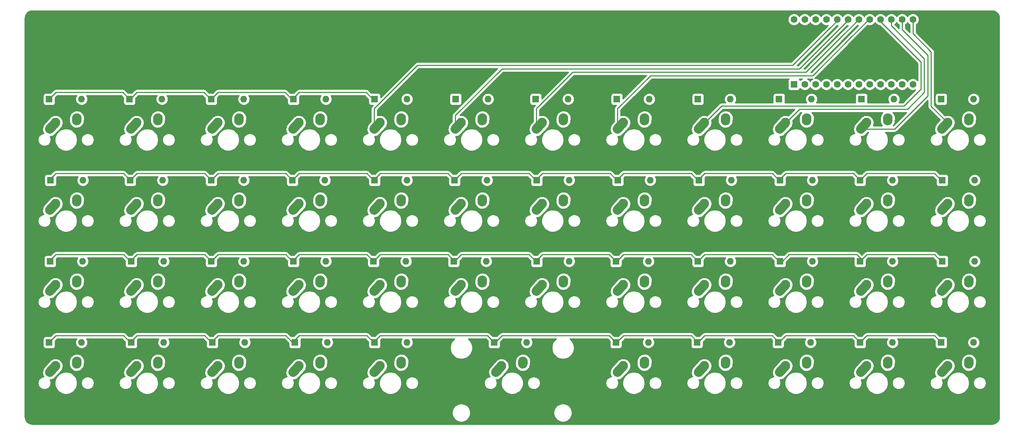
<source format=gbl>
G04 #@! TF.GenerationSoftware,KiCad,Pcbnew,(5.1.10)-1*
G04 #@! TF.CreationDate,2022-01-10T13:30:35-05:00*
G04 #@! TF.ProjectId,40,3430252e-6b69-4636-9164-5f7063625858,rev?*
G04 #@! TF.SameCoordinates,Original*
G04 #@! TF.FileFunction,Copper,L2,Bot*
G04 #@! TF.FilePolarity,Positive*
%FSLAX46Y46*%
G04 Gerber Fmt 4.6, Leading zero omitted, Abs format (unit mm)*
G04 Created by KiCad (PCBNEW (5.1.10)-1) date 2022-01-10 13:30:35*
%MOMM*%
%LPD*%
G01*
G04 APERTURE LIST*
G04 #@! TA.AperFunction,ComponentPad*
%ADD10C,1.600000*%
G04 #@! TD*
G04 #@! TA.AperFunction,ComponentPad*
%ADD11R,1.600000X1.600000*%
G04 #@! TD*
G04 #@! TA.AperFunction,ComponentPad*
%ADD12C,2.250000*%
G04 #@! TD*
G04 #@! TA.AperFunction,ComponentPad*
%ADD13O,1.600000X1.600000*%
G04 #@! TD*
G04 #@! TA.AperFunction,Conductor*
%ADD14C,0.250000*%
G04 #@! TD*
G04 #@! TA.AperFunction,NonConductor*
%ADD15C,0.254000*%
G04 #@! TD*
G04 #@! TA.AperFunction,NonConductor*
%ADD16C,0.100000*%
G04 #@! TD*
G04 APERTURE END LIST*
D10*
X208280000Y-35242500D03*
X210820000Y-35242500D03*
X213360000Y-35242500D03*
X215900000Y-35242500D03*
X218440000Y-35242500D03*
X220980000Y-35242500D03*
X223520000Y-35242500D03*
X226060000Y-35242500D03*
X228600000Y-35242500D03*
X231140000Y-35242500D03*
X233680000Y-35242500D03*
X236220000Y-35242500D03*
X236220000Y-50482500D03*
X233680000Y-50482500D03*
X231140000Y-50482500D03*
X228600000Y-50482500D03*
X226060000Y-50482500D03*
X223520000Y-50482500D03*
X220980000Y-50482500D03*
X218440000Y-50482500D03*
X215900000Y-50482500D03*
X213360000Y-50482500D03*
X210820000Y-50482500D03*
D11*
X208280000Y-50482500D03*
D12*
X149106250Y-97600000D03*
G04 #@! TA.AperFunction,ComponentPad*
G36*
G01*
X147044938Y-99897350D02*
X147044933Y-99897345D01*
G75*
G02*
X146958905Y-98308683I751317J837345D01*
G01*
X148268907Y-96848683D01*
G75*
G02*
X149857569Y-96762655I837345J-751317D01*
G01*
X149857569Y-96762655D01*
G75*
G02*
X149943597Y-98351317I-751317J-837345D01*
G01*
X148633595Y-99811317D01*
G75*
G02*
X147044933Y-99897345I-837345J751317D01*
G01*
G37*
G04 #@! TD.AperFunction*
X154146250Y-96520000D03*
G04 #@! TA.AperFunction,ComponentPad*
G36*
G01*
X154029733Y-98222395D02*
X154028847Y-98222334D01*
G75*
G02*
X152983916Y-97022597I77403J1122334D01*
G01*
X153023916Y-96442597D01*
G75*
G02*
X154223653Y-95397666I1122334J-77403D01*
G01*
X154223653Y-95397666D01*
G75*
G02*
X155268584Y-96597403I-77403J-1122334D01*
G01*
X155228584Y-97177403D01*
G75*
G02*
X154028847Y-98222334I-1122334J77403D01*
G01*
G37*
G04 #@! TD.AperFunction*
X130056250Y-97600000D03*
G04 #@! TA.AperFunction,ComponentPad*
G36*
G01*
X127994938Y-99897350D02*
X127994933Y-99897345D01*
G75*
G02*
X127908905Y-98308683I751317J837345D01*
G01*
X129218907Y-96848683D01*
G75*
G02*
X130807569Y-96762655I837345J-751317D01*
G01*
X130807569Y-96762655D01*
G75*
G02*
X130893597Y-98351317I-751317J-837345D01*
G01*
X129583595Y-99811317D01*
G75*
G02*
X127994933Y-99897345I-837345J751317D01*
G01*
G37*
G04 #@! TD.AperFunction*
X135096250Y-96520000D03*
G04 #@! TA.AperFunction,ComponentPad*
G36*
G01*
X134979733Y-98222395D02*
X134978847Y-98222334D01*
G75*
G02*
X133933916Y-97022597I77403J1122334D01*
G01*
X133973916Y-96442597D01*
G75*
G02*
X135173653Y-95397666I1122334J-77403D01*
G01*
X135173653Y-95397666D01*
G75*
G02*
X136218584Y-96597403I-77403J-1122334D01*
G01*
X136178584Y-97177403D01*
G75*
G02*
X134978847Y-98222334I-1122334J77403D01*
G01*
G37*
G04 #@! TD.AperFunction*
X111006250Y-78550000D03*
G04 #@! TA.AperFunction,ComponentPad*
G36*
G01*
X108944938Y-80847350D02*
X108944933Y-80847345D01*
G75*
G02*
X108858905Y-79258683I751317J837345D01*
G01*
X110168907Y-77798683D01*
G75*
G02*
X111757569Y-77712655I837345J-751317D01*
G01*
X111757569Y-77712655D01*
G75*
G02*
X111843597Y-79301317I-751317J-837345D01*
G01*
X110533595Y-80761317D01*
G75*
G02*
X108944933Y-80847345I-837345J751317D01*
G01*
G37*
G04 #@! TD.AperFunction*
X116046250Y-77470000D03*
G04 #@! TA.AperFunction,ComponentPad*
G36*
G01*
X115929733Y-79172395D02*
X115928847Y-79172334D01*
G75*
G02*
X114883916Y-77972597I77403J1122334D01*
G01*
X114923916Y-77392597D01*
G75*
G02*
X116123653Y-76347666I1122334J-77403D01*
G01*
X116123653Y-76347666D01*
G75*
G02*
X117168584Y-77547403I-77403J-1122334D01*
G01*
X117128584Y-78127403D01*
G75*
G02*
X115928847Y-79172334I-1122334J77403D01*
G01*
G37*
G04 #@! TD.AperFunction*
X34806250Y-116650000D03*
G04 #@! TA.AperFunction,ComponentPad*
G36*
G01*
X32744938Y-118947350D02*
X32744933Y-118947345D01*
G75*
G02*
X32658905Y-117358683I751317J837345D01*
G01*
X33968907Y-115898683D01*
G75*
G02*
X35557569Y-115812655I837345J-751317D01*
G01*
X35557569Y-115812655D01*
G75*
G02*
X35643597Y-117401317I-751317J-837345D01*
G01*
X34333595Y-118861317D01*
G75*
G02*
X32744933Y-118947345I-837345J751317D01*
G01*
G37*
G04 #@! TD.AperFunction*
X39846250Y-115570000D03*
G04 #@! TA.AperFunction,ComponentPad*
G36*
G01*
X39729733Y-117272395D02*
X39728847Y-117272334D01*
G75*
G02*
X38683916Y-116072597I77403J1122334D01*
G01*
X38723916Y-115492597D01*
G75*
G02*
X39923653Y-114447666I1122334J-77403D01*
G01*
X39923653Y-114447666D01*
G75*
G02*
X40968584Y-115647403I-77403J-1122334D01*
G01*
X40928584Y-116227403D01*
G75*
G02*
X39728847Y-117272334I-1122334J77403D01*
G01*
G37*
G04 #@! TD.AperFunction*
D13*
X193357500Y-53975000D03*
D11*
X185737500Y-53975000D03*
D13*
X174307500Y-53975000D03*
D11*
X166687500Y-53975000D03*
D13*
X155257500Y-53975000D03*
D11*
X147637500Y-53975000D03*
D13*
X136445000Y-53975000D03*
D11*
X128825000Y-53975000D03*
D13*
X117395000Y-53975000D03*
D11*
X109775000Y-53975000D03*
D13*
X98345000Y-53975000D03*
D11*
X90725000Y-53975000D03*
D13*
X79057500Y-53975000D03*
D11*
X71437500Y-53975000D03*
D13*
X59845000Y-53975000D03*
D11*
X52225000Y-53975000D03*
D13*
X40957500Y-53975000D03*
D11*
X33337500Y-53975000D03*
D13*
X250507500Y-111125000D03*
D11*
X242887500Y-111125000D03*
D13*
X231457500Y-111125000D03*
D11*
X223837500Y-111125000D03*
D13*
X212170000Y-111125000D03*
D11*
X204550000Y-111125000D03*
D13*
X193120000Y-111125000D03*
D11*
X185500000Y-111125000D03*
D13*
X174070000Y-111125000D03*
D11*
X166450000Y-111125000D03*
D13*
X145495000Y-111125000D03*
D11*
X137875000Y-111125000D03*
D13*
X117395000Y-111125000D03*
D11*
X109775000Y-111125000D03*
D13*
X98663750Y-111125000D03*
D11*
X91043750Y-111125000D03*
D13*
X79295000Y-111125000D03*
D11*
X71675000Y-111125000D03*
D13*
X60245000Y-111125000D03*
D11*
X52625000Y-111125000D03*
D13*
X40957500Y-111125000D03*
D11*
X33337500Y-111125000D03*
D13*
X250745000Y-92075000D03*
D11*
X243125000Y-92075000D03*
D13*
X231457500Y-92075000D03*
D11*
X223837500Y-92075000D03*
D13*
X212645000Y-92075000D03*
D11*
X205025000Y-92075000D03*
D13*
X193357500Y-92075000D03*
D11*
X185737500Y-92075000D03*
D13*
X174070000Y-92075000D03*
D11*
X166450000Y-92075000D03*
D13*
X155495000Y-92075000D03*
D11*
X147875000Y-92075000D03*
D13*
X135970000Y-92075000D03*
D11*
X128350000Y-92075000D03*
D13*
X117157500Y-92075000D03*
D11*
X109537500Y-92075000D03*
D13*
X98345000Y-92075000D03*
D11*
X90725000Y-92075000D03*
D13*
X79057500Y-92075000D03*
D11*
X71437500Y-92075000D03*
D13*
X60245000Y-92075000D03*
D11*
X52625000Y-92075000D03*
D13*
X41195000Y-92075000D03*
D11*
X33575000Y-92075000D03*
D13*
X250745000Y-73025000D03*
D11*
X243125000Y-73025000D03*
D13*
X231457500Y-73025000D03*
D11*
X223837500Y-73025000D03*
D13*
X212645000Y-73025000D03*
D11*
X205025000Y-73025000D03*
D13*
X193595000Y-73025000D03*
D11*
X185975000Y-73025000D03*
D13*
X174545000Y-73025000D03*
D11*
X166925000Y-73025000D03*
D13*
X155495000Y-73025000D03*
D11*
X147875000Y-73025000D03*
D13*
X136207500Y-73025000D03*
D11*
X128587500Y-73025000D03*
D13*
X117395000Y-73025000D03*
D11*
X109775000Y-73025000D03*
D13*
X98107500Y-73025000D03*
D11*
X90487500Y-73025000D03*
D13*
X79057500Y-73025000D03*
D11*
X71437500Y-73025000D03*
D13*
X60007500Y-73025000D03*
D11*
X52387500Y-73025000D03*
D13*
X41275000Y-73025000D03*
D11*
X33655000Y-73025000D03*
D13*
X250507500Y-53975000D03*
D11*
X242887500Y-53975000D03*
D13*
X231775000Y-53975000D03*
D11*
X224155000Y-53975000D03*
D13*
X212407500Y-53975000D03*
D11*
X204787500Y-53975000D03*
D12*
X130056250Y-59500000D03*
G04 #@! TA.AperFunction,ComponentPad*
G36*
G01*
X127994938Y-61797350D02*
X127994933Y-61797345D01*
G75*
G02*
X127908905Y-60208683I751317J837345D01*
G01*
X129218907Y-58748683D01*
G75*
G02*
X130807569Y-58662655I837345J-751317D01*
G01*
X130807569Y-58662655D01*
G75*
G02*
X130893597Y-60251317I-751317J-837345D01*
G01*
X129583595Y-61711317D01*
G75*
G02*
X127994933Y-61797345I-837345J751317D01*
G01*
G37*
G04 #@! TD.AperFunction*
X135096250Y-58420000D03*
G04 #@! TA.AperFunction,ComponentPad*
G36*
G01*
X134979733Y-60122395D02*
X134978847Y-60122334D01*
G75*
G02*
X133933916Y-58922597I77403J1122334D01*
G01*
X133973916Y-58342597D01*
G75*
G02*
X135173653Y-57297666I1122334J-77403D01*
G01*
X135173653Y-57297666D01*
G75*
G02*
X136218584Y-58497403I-77403J-1122334D01*
G01*
X136178584Y-59077403D01*
G75*
G02*
X134978847Y-60122334I-1122334J77403D01*
G01*
G37*
G04 #@! TD.AperFunction*
X34806250Y-59500000D03*
G04 #@! TA.AperFunction,ComponentPad*
G36*
G01*
X32744938Y-61797350D02*
X32744933Y-61797345D01*
G75*
G02*
X32658905Y-60208683I751317J837345D01*
G01*
X33968907Y-58748683D01*
G75*
G02*
X35557569Y-58662655I837345J-751317D01*
G01*
X35557569Y-58662655D01*
G75*
G02*
X35643597Y-60251317I-751317J-837345D01*
G01*
X34333595Y-61711317D01*
G75*
G02*
X32744933Y-61797345I-837345J751317D01*
G01*
G37*
G04 #@! TD.AperFunction*
X39846250Y-58420000D03*
G04 #@! TA.AperFunction,ComponentPad*
G36*
G01*
X39729733Y-60122395D02*
X39728847Y-60122334D01*
G75*
G02*
X38683916Y-58922597I77403J1122334D01*
G01*
X38723916Y-58342597D01*
G75*
G02*
X39923653Y-57297666I1122334J-77403D01*
G01*
X39923653Y-57297666D01*
G75*
G02*
X40968584Y-58497403I-77403J-1122334D01*
G01*
X40928584Y-59077403D01*
G75*
G02*
X39728847Y-60122334I-1122334J77403D01*
G01*
G37*
G04 #@! TD.AperFunction*
X244356250Y-59500000D03*
G04 #@! TA.AperFunction,ComponentPad*
G36*
G01*
X242294938Y-61797350D02*
X242294933Y-61797345D01*
G75*
G02*
X242208905Y-60208683I751317J837345D01*
G01*
X243518907Y-58748683D01*
G75*
G02*
X245107569Y-58662655I837345J-751317D01*
G01*
X245107569Y-58662655D01*
G75*
G02*
X245193597Y-60251317I-751317J-837345D01*
G01*
X243883595Y-61711317D01*
G75*
G02*
X242294933Y-61797345I-837345J751317D01*
G01*
G37*
G04 #@! TD.AperFunction*
X249396250Y-58420000D03*
G04 #@! TA.AperFunction,ComponentPad*
G36*
G01*
X249279733Y-60122395D02*
X249278847Y-60122334D01*
G75*
G02*
X248233916Y-58922597I77403J1122334D01*
G01*
X248273916Y-58342597D01*
G75*
G02*
X249473653Y-57297666I1122334J-77403D01*
G01*
X249473653Y-57297666D01*
G75*
G02*
X250518584Y-58497403I-77403J-1122334D01*
G01*
X250478584Y-59077403D01*
G75*
G02*
X249278847Y-60122334I-1122334J77403D01*
G01*
G37*
G04 #@! TD.AperFunction*
X91956250Y-78550000D03*
G04 #@! TA.AperFunction,ComponentPad*
G36*
G01*
X89894938Y-80847350D02*
X89894933Y-80847345D01*
G75*
G02*
X89808905Y-79258683I751317J837345D01*
G01*
X91118907Y-77798683D01*
G75*
G02*
X92707569Y-77712655I837345J-751317D01*
G01*
X92707569Y-77712655D01*
G75*
G02*
X92793597Y-79301317I-751317J-837345D01*
G01*
X91483595Y-80761317D01*
G75*
G02*
X89894933Y-80847345I-837345J751317D01*
G01*
G37*
G04 #@! TD.AperFunction*
X96996250Y-77470000D03*
G04 #@! TA.AperFunction,ComponentPad*
G36*
G01*
X96879733Y-79172395D02*
X96878847Y-79172334D01*
G75*
G02*
X95833916Y-77972597I77403J1122334D01*
G01*
X95873916Y-77392597D01*
G75*
G02*
X97073653Y-76347666I1122334J-77403D01*
G01*
X97073653Y-76347666D01*
G75*
G02*
X98118584Y-77547403I-77403J-1122334D01*
G01*
X98078584Y-78127403D01*
G75*
G02*
X96878847Y-79172334I-1122334J77403D01*
G01*
G37*
G04 #@! TD.AperFunction*
X53856250Y-97600000D03*
G04 #@! TA.AperFunction,ComponentPad*
G36*
G01*
X51794938Y-99897350D02*
X51794933Y-99897345D01*
G75*
G02*
X51708905Y-98308683I751317J837345D01*
G01*
X53018907Y-96848683D01*
G75*
G02*
X54607569Y-96762655I837345J-751317D01*
G01*
X54607569Y-96762655D01*
G75*
G02*
X54693597Y-98351317I-751317J-837345D01*
G01*
X53383595Y-99811317D01*
G75*
G02*
X51794933Y-99897345I-837345J751317D01*
G01*
G37*
G04 #@! TD.AperFunction*
X58896250Y-96520000D03*
G04 #@! TA.AperFunction,ComponentPad*
G36*
G01*
X58779733Y-98222395D02*
X58778847Y-98222334D01*
G75*
G02*
X57733916Y-97022597I77403J1122334D01*
G01*
X57773916Y-96442597D01*
G75*
G02*
X58973653Y-95397666I1122334J-77403D01*
G01*
X58973653Y-95397666D01*
G75*
G02*
X60018584Y-96597403I-77403J-1122334D01*
G01*
X59978584Y-97177403D01*
G75*
G02*
X58778847Y-98222334I-1122334J77403D01*
G01*
G37*
G04 #@! TD.AperFunction*
X72906250Y-97600000D03*
G04 #@! TA.AperFunction,ComponentPad*
G36*
G01*
X70844938Y-99897350D02*
X70844933Y-99897345D01*
G75*
G02*
X70758905Y-98308683I751317J837345D01*
G01*
X72068907Y-96848683D01*
G75*
G02*
X73657569Y-96762655I837345J-751317D01*
G01*
X73657569Y-96762655D01*
G75*
G02*
X73743597Y-98351317I-751317J-837345D01*
G01*
X72433595Y-99811317D01*
G75*
G02*
X70844933Y-99897345I-837345J751317D01*
G01*
G37*
G04 #@! TD.AperFunction*
X77946250Y-96520000D03*
G04 #@! TA.AperFunction,ComponentPad*
G36*
G01*
X77829733Y-98222395D02*
X77828847Y-98222334D01*
G75*
G02*
X76783916Y-97022597I77403J1122334D01*
G01*
X76823916Y-96442597D01*
G75*
G02*
X78023653Y-95397666I1122334J-77403D01*
G01*
X78023653Y-95397666D01*
G75*
G02*
X79068584Y-96597403I-77403J-1122334D01*
G01*
X79028584Y-97177403D01*
G75*
G02*
X77828847Y-98222334I-1122334J77403D01*
G01*
G37*
G04 #@! TD.AperFunction*
X111006250Y-97600000D03*
G04 #@! TA.AperFunction,ComponentPad*
G36*
G01*
X108944938Y-99897350D02*
X108944933Y-99897345D01*
G75*
G02*
X108858905Y-98308683I751317J837345D01*
G01*
X110168907Y-96848683D01*
G75*
G02*
X111757569Y-96762655I837345J-751317D01*
G01*
X111757569Y-96762655D01*
G75*
G02*
X111843597Y-98351317I-751317J-837345D01*
G01*
X110533595Y-99811317D01*
G75*
G02*
X108944933Y-99897345I-837345J751317D01*
G01*
G37*
G04 #@! TD.AperFunction*
X116046250Y-96520000D03*
G04 #@! TA.AperFunction,ComponentPad*
G36*
G01*
X115929733Y-98222395D02*
X115928847Y-98222334D01*
G75*
G02*
X114883916Y-97022597I77403J1122334D01*
G01*
X114923916Y-96442597D01*
G75*
G02*
X116123653Y-95397666I1122334J-77403D01*
G01*
X116123653Y-95397666D01*
G75*
G02*
X117168584Y-96597403I-77403J-1122334D01*
G01*
X117128584Y-97177403D01*
G75*
G02*
X115928847Y-98222334I-1122334J77403D01*
G01*
G37*
G04 #@! TD.AperFunction*
X139581250Y-116650000D03*
G04 #@! TA.AperFunction,ComponentPad*
G36*
G01*
X137519938Y-118947350D02*
X137519933Y-118947345D01*
G75*
G02*
X137433905Y-117358683I751317J837345D01*
G01*
X138743907Y-115898683D01*
G75*
G02*
X140332569Y-115812655I837345J-751317D01*
G01*
X140332569Y-115812655D01*
G75*
G02*
X140418597Y-117401317I-751317J-837345D01*
G01*
X139108595Y-118861317D01*
G75*
G02*
X137519933Y-118947345I-837345J751317D01*
G01*
G37*
G04 #@! TD.AperFunction*
X144621250Y-115570000D03*
G04 #@! TA.AperFunction,ComponentPad*
G36*
G01*
X144504733Y-117272395D02*
X144503847Y-117272334D01*
G75*
G02*
X143458916Y-116072597I77403J1122334D01*
G01*
X143498916Y-115492597D01*
G75*
G02*
X144698653Y-114447666I1122334J-77403D01*
G01*
X144698653Y-114447666D01*
G75*
G02*
X145743584Y-115647403I-77403J-1122334D01*
G01*
X145703584Y-116227403D01*
G75*
G02*
X144503847Y-117272334I-1122334J77403D01*
G01*
G37*
G04 #@! TD.AperFunction*
X34806250Y-97600000D03*
G04 #@! TA.AperFunction,ComponentPad*
G36*
G01*
X32744938Y-99897350D02*
X32744933Y-99897345D01*
G75*
G02*
X32658905Y-98308683I751317J837345D01*
G01*
X33968907Y-96848683D01*
G75*
G02*
X35557569Y-96762655I837345J-751317D01*
G01*
X35557569Y-96762655D01*
G75*
G02*
X35643597Y-98351317I-751317J-837345D01*
G01*
X34333595Y-99811317D01*
G75*
G02*
X32744933Y-99897345I-837345J751317D01*
G01*
G37*
G04 #@! TD.AperFunction*
X39846250Y-96520000D03*
G04 #@! TA.AperFunction,ComponentPad*
G36*
G01*
X39729733Y-98222395D02*
X39728847Y-98222334D01*
G75*
G02*
X38683916Y-97022597I77403J1122334D01*
G01*
X38723916Y-96442597D01*
G75*
G02*
X39923653Y-95397666I1122334J-77403D01*
G01*
X39923653Y-95397666D01*
G75*
G02*
X40968584Y-96597403I-77403J-1122334D01*
G01*
X40928584Y-97177403D01*
G75*
G02*
X39728847Y-98222334I-1122334J77403D01*
G01*
G37*
G04 #@! TD.AperFunction*
X206256250Y-97600000D03*
G04 #@! TA.AperFunction,ComponentPad*
G36*
G01*
X204194938Y-99897350D02*
X204194933Y-99897345D01*
G75*
G02*
X204108905Y-98308683I751317J837345D01*
G01*
X205418907Y-96848683D01*
G75*
G02*
X207007569Y-96762655I837345J-751317D01*
G01*
X207007569Y-96762655D01*
G75*
G02*
X207093597Y-98351317I-751317J-837345D01*
G01*
X205783595Y-99811317D01*
G75*
G02*
X204194933Y-99897345I-837345J751317D01*
G01*
G37*
G04 #@! TD.AperFunction*
X211296250Y-96520000D03*
G04 #@! TA.AperFunction,ComponentPad*
G36*
G01*
X211179733Y-98222395D02*
X211178847Y-98222334D01*
G75*
G02*
X210133916Y-97022597I77403J1122334D01*
G01*
X210173916Y-96442597D01*
G75*
G02*
X211373653Y-95397666I1122334J-77403D01*
G01*
X211373653Y-95397666D01*
G75*
G02*
X212418584Y-96597403I-77403J-1122334D01*
G01*
X212378584Y-97177403D01*
G75*
G02*
X211178847Y-98222334I-1122334J77403D01*
G01*
G37*
G04 #@! TD.AperFunction*
X168156250Y-97600000D03*
G04 #@! TA.AperFunction,ComponentPad*
G36*
G01*
X166094938Y-99897350D02*
X166094933Y-99897345D01*
G75*
G02*
X166008905Y-98308683I751317J837345D01*
G01*
X167318907Y-96848683D01*
G75*
G02*
X168907569Y-96762655I837345J-751317D01*
G01*
X168907569Y-96762655D01*
G75*
G02*
X168993597Y-98351317I-751317J-837345D01*
G01*
X167683595Y-99811317D01*
G75*
G02*
X166094933Y-99897345I-837345J751317D01*
G01*
G37*
G04 #@! TD.AperFunction*
X173196250Y-96520000D03*
G04 #@! TA.AperFunction,ComponentPad*
G36*
G01*
X173079733Y-98222395D02*
X173078847Y-98222334D01*
G75*
G02*
X172033916Y-97022597I77403J1122334D01*
G01*
X172073916Y-96442597D01*
G75*
G02*
X173273653Y-95397666I1122334J-77403D01*
G01*
X173273653Y-95397666D01*
G75*
G02*
X174318584Y-96597403I-77403J-1122334D01*
G01*
X174278584Y-97177403D01*
G75*
G02*
X173078847Y-98222334I-1122334J77403D01*
G01*
G37*
G04 #@! TD.AperFunction*
X187206250Y-97600000D03*
G04 #@! TA.AperFunction,ComponentPad*
G36*
G01*
X185144938Y-99897350D02*
X185144933Y-99897345D01*
G75*
G02*
X185058905Y-98308683I751317J837345D01*
G01*
X186368907Y-96848683D01*
G75*
G02*
X187957569Y-96762655I837345J-751317D01*
G01*
X187957569Y-96762655D01*
G75*
G02*
X188043597Y-98351317I-751317J-837345D01*
G01*
X186733595Y-99811317D01*
G75*
G02*
X185144933Y-99897345I-837345J751317D01*
G01*
G37*
G04 #@! TD.AperFunction*
X192246250Y-96520000D03*
G04 #@! TA.AperFunction,ComponentPad*
G36*
G01*
X192129733Y-98222395D02*
X192128847Y-98222334D01*
G75*
G02*
X191083916Y-97022597I77403J1122334D01*
G01*
X191123916Y-96442597D01*
G75*
G02*
X192323653Y-95397666I1122334J-77403D01*
G01*
X192323653Y-95397666D01*
G75*
G02*
X193368584Y-96597403I-77403J-1122334D01*
G01*
X193328584Y-97177403D01*
G75*
G02*
X192128847Y-98222334I-1122334J77403D01*
G01*
G37*
G04 #@! TD.AperFunction*
X91956250Y-97600000D03*
G04 #@! TA.AperFunction,ComponentPad*
G36*
G01*
X89894938Y-99897350D02*
X89894933Y-99897345D01*
G75*
G02*
X89808905Y-98308683I751317J837345D01*
G01*
X91118907Y-96848683D01*
G75*
G02*
X92707569Y-96762655I837345J-751317D01*
G01*
X92707569Y-96762655D01*
G75*
G02*
X92793597Y-98351317I-751317J-837345D01*
G01*
X91483595Y-99811317D01*
G75*
G02*
X89894933Y-99897345I-837345J751317D01*
G01*
G37*
G04 #@! TD.AperFunction*
X96996250Y-96520000D03*
G04 #@! TA.AperFunction,ComponentPad*
G36*
G01*
X96879733Y-98222395D02*
X96878847Y-98222334D01*
G75*
G02*
X95833916Y-97022597I77403J1122334D01*
G01*
X95873916Y-96442597D01*
G75*
G02*
X97073653Y-95397666I1122334J-77403D01*
G01*
X97073653Y-95397666D01*
G75*
G02*
X98118584Y-96597403I-77403J-1122334D01*
G01*
X98078584Y-97177403D01*
G75*
G02*
X96878847Y-98222334I-1122334J77403D01*
G01*
G37*
G04 #@! TD.AperFunction*
X149106250Y-59500000D03*
G04 #@! TA.AperFunction,ComponentPad*
G36*
G01*
X147044938Y-61797350D02*
X147044933Y-61797345D01*
G75*
G02*
X146958905Y-60208683I751317J837345D01*
G01*
X148268907Y-58748683D01*
G75*
G02*
X149857569Y-58662655I837345J-751317D01*
G01*
X149857569Y-58662655D01*
G75*
G02*
X149943597Y-60251317I-751317J-837345D01*
G01*
X148633595Y-61711317D01*
G75*
G02*
X147044933Y-61797345I-837345J751317D01*
G01*
G37*
G04 #@! TD.AperFunction*
X154146250Y-58420000D03*
G04 #@! TA.AperFunction,ComponentPad*
G36*
G01*
X154029733Y-60122395D02*
X154028847Y-60122334D01*
G75*
G02*
X152983916Y-58922597I77403J1122334D01*
G01*
X153023916Y-58342597D01*
G75*
G02*
X154223653Y-57297666I1122334J-77403D01*
G01*
X154223653Y-57297666D01*
G75*
G02*
X155268584Y-58497403I-77403J-1122334D01*
G01*
X155228584Y-59077403D01*
G75*
G02*
X154028847Y-60122334I-1122334J77403D01*
G01*
G37*
G04 #@! TD.AperFunction*
X53856250Y-116650000D03*
G04 #@! TA.AperFunction,ComponentPad*
G36*
G01*
X51794938Y-118947350D02*
X51794933Y-118947345D01*
G75*
G02*
X51708905Y-117358683I751317J837345D01*
G01*
X53018907Y-115898683D01*
G75*
G02*
X54607569Y-115812655I837345J-751317D01*
G01*
X54607569Y-115812655D01*
G75*
G02*
X54693597Y-117401317I-751317J-837345D01*
G01*
X53383595Y-118861317D01*
G75*
G02*
X51794933Y-118947345I-837345J751317D01*
G01*
G37*
G04 #@! TD.AperFunction*
X58896250Y-115570000D03*
G04 #@! TA.AperFunction,ComponentPad*
G36*
G01*
X58779733Y-117272395D02*
X58778847Y-117272334D01*
G75*
G02*
X57733916Y-116072597I77403J1122334D01*
G01*
X57773916Y-115492597D01*
G75*
G02*
X58973653Y-114447666I1122334J-77403D01*
G01*
X58973653Y-114447666D01*
G75*
G02*
X60018584Y-115647403I-77403J-1122334D01*
G01*
X59978584Y-116227403D01*
G75*
G02*
X58778847Y-117272334I-1122334J77403D01*
G01*
G37*
G04 #@! TD.AperFunction*
X72906250Y-59500000D03*
G04 #@! TA.AperFunction,ComponentPad*
G36*
G01*
X70844938Y-61797350D02*
X70844933Y-61797345D01*
G75*
G02*
X70758905Y-60208683I751317J837345D01*
G01*
X72068907Y-58748683D01*
G75*
G02*
X73657569Y-58662655I837345J-751317D01*
G01*
X73657569Y-58662655D01*
G75*
G02*
X73743597Y-60251317I-751317J-837345D01*
G01*
X72433595Y-61711317D01*
G75*
G02*
X70844933Y-61797345I-837345J751317D01*
G01*
G37*
G04 #@! TD.AperFunction*
X77946250Y-58420000D03*
G04 #@! TA.AperFunction,ComponentPad*
G36*
G01*
X77829733Y-60122395D02*
X77828847Y-60122334D01*
G75*
G02*
X76783916Y-58922597I77403J1122334D01*
G01*
X76823916Y-58342597D01*
G75*
G02*
X78023653Y-57297666I1122334J-77403D01*
G01*
X78023653Y-57297666D01*
G75*
G02*
X79068584Y-58497403I-77403J-1122334D01*
G01*
X79028584Y-59077403D01*
G75*
G02*
X77828847Y-60122334I-1122334J77403D01*
G01*
G37*
G04 #@! TD.AperFunction*
X225306250Y-97600000D03*
G04 #@! TA.AperFunction,ComponentPad*
G36*
G01*
X223244938Y-99897350D02*
X223244933Y-99897345D01*
G75*
G02*
X223158905Y-98308683I751317J837345D01*
G01*
X224468907Y-96848683D01*
G75*
G02*
X226057569Y-96762655I837345J-751317D01*
G01*
X226057569Y-96762655D01*
G75*
G02*
X226143597Y-98351317I-751317J-837345D01*
G01*
X224833595Y-99811317D01*
G75*
G02*
X223244933Y-99897345I-837345J751317D01*
G01*
G37*
G04 #@! TD.AperFunction*
X230346250Y-96520000D03*
G04 #@! TA.AperFunction,ComponentPad*
G36*
G01*
X230229733Y-98222395D02*
X230228847Y-98222334D01*
G75*
G02*
X229183916Y-97022597I77403J1122334D01*
G01*
X229223916Y-96442597D01*
G75*
G02*
X230423653Y-95397666I1122334J-77403D01*
G01*
X230423653Y-95397666D01*
G75*
G02*
X231468584Y-96597403I-77403J-1122334D01*
G01*
X231428584Y-97177403D01*
G75*
G02*
X230228847Y-98222334I-1122334J77403D01*
G01*
G37*
G04 #@! TD.AperFunction*
X168156250Y-59500000D03*
G04 #@! TA.AperFunction,ComponentPad*
G36*
G01*
X166094938Y-61797350D02*
X166094933Y-61797345D01*
G75*
G02*
X166008905Y-60208683I751317J837345D01*
G01*
X167318907Y-58748683D01*
G75*
G02*
X168907569Y-58662655I837345J-751317D01*
G01*
X168907569Y-58662655D01*
G75*
G02*
X168993597Y-60251317I-751317J-837345D01*
G01*
X167683595Y-61711317D01*
G75*
G02*
X166094933Y-61797345I-837345J751317D01*
G01*
G37*
G04 #@! TD.AperFunction*
X173196250Y-58420000D03*
G04 #@! TA.AperFunction,ComponentPad*
G36*
G01*
X173079733Y-60122395D02*
X173078847Y-60122334D01*
G75*
G02*
X172033916Y-58922597I77403J1122334D01*
G01*
X172073916Y-58342597D01*
G75*
G02*
X173273653Y-57297666I1122334J-77403D01*
G01*
X173273653Y-57297666D01*
G75*
G02*
X174318584Y-58497403I-77403J-1122334D01*
G01*
X174278584Y-59077403D01*
G75*
G02*
X173078847Y-60122334I-1122334J77403D01*
G01*
G37*
G04 #@! TD.AperFunction*
X34806250Y-78550000D03*
G04 #@! TA.AperFunction,ComponentPad*
G36*
G01*
X32744938Y-80847350D02*
X32744933Y-80847345D01*
G75*
G02*
X32658905Y-79258683I751317J837345D01*
G01*
X33968907Y-77798683D01*
G75*
G02*
X35557569Y-77712655I837345J-751317D01*
G01*
X35557569Y-77712655D01*
G75*
G02*
X35643597Y-79301317I-751317J-837345D01*
G01*
X34333595Y-80761317D01*
G75*
G02*
X32744933Y-80847345I-837345J751317D01*
G01*
G37*
G04 #@! TD.AperFunction*
X39846250Y-77470000D03*
G04 #@! TA.AperFunction,ComponentPad*
G36*
G01*
X39729733Y-79172395D02*
X39728847Y-79172334D01*
G75*
G02*
X38683916Y-77972597I77403J1122334D01*
G01*
X38723916Y-77392597D01*
G75*
G02*
X39923653Y-76347666I1122334J-77403D01*
G01*
X39923653Y-76347666D01*
G75*
G02*
X40968584Y-77547403I-77403J-1122334D01*
G01*
X40928584Y-78127403D01*
G75*
G02*
X39728847Y-79172334I-1122334J77403D01*
G01*
G37*
G04 #@! TD.AperFunction*
X244356250Y-97600000D03*
G04 #@! TA.AperFunction,ComponentPad*
G36*
G01*
X242294938Y-99897350D02*
X242294933Y-99897345D01*
G75*
G02*
X242208905Y-98308683I751317J837345D01*
G01*
X243518907Y-96848683D01*
G75*
G02*
X245107569Y-96762655I837345J-751317D01*
G01*
X245107569Y-96762655D01*
G75*
G02*
X245193597Y-98351317I-751317J-837345D01*
G01*
X243883595Y-99811317D01*
G75*
G02*
X242294933Y-99897345I-837345J751317D01*
G01*
G37*
G04 #@! TD.AperFunction*
X249396250Y-96520000D03*
G04 #@! TA.AperFunction,ComponentPad*
G36*
G01*
X249279733Y-98222395D02*
X249278847Y-98222334D01*
G75*
G02*
X248233916Y-97022597I77403J1122334D01*
G01*
X248273916Y-96442597D01*
G75*
G02*
X249473653Y-95397666I1122334J-77403D01*
G01*
X249473653Y-95397666D01*
G75*
G02*
X250518584Y-96597403I-77403J-1122334D01*
G01*
X250478584Y-97177403D01*
G75*
G02*
X249278847Y-98222334I-1122334J77403D01*
G01*
G37*
G04 #@! TD.AperFunction*
X225306250Y-78550000D03*
G04 #@! TA.AperFunction,ComponentPad*
G36*
G01*
X223244938Y-80847350D02*
X223244933Y-80847345D01*
G75*
G02*
X223158905Y-79258683I751317J837345D01*
G01*
X224468907Y-77798683D01*
G75*
G02*
X226057569Y-77712655I837345J-751317D01*
G01*
X226057569Y-77712655D01*
G75*
G02*
X226143597Y-79301317I-751317J-837345D01*
G01*
X224833595Y-80761317D01*
G75*
G02*
X223244933Y-80847345I-837345J751317D01*
G01*
G37*
G04 #@! TD.AperFunction*
X230346250Y-77470000D03*
G04 #@! TA.AperFunction,ComponentPad*
G36*
G01*
X230229733Y-79172395D02*
X230228847Y-79172334D01*
G75*
G02*
X229183916Y-77972597I77403J1122334D01*
G01*
X229223916Y-77392597D01*
G75*
G02*
X230423653Y-76347666I1122334J-77403D01*
G01*
X230423653Y-76347666D01*
G75*
G02*
X231468584Y-77547403I-77403J-1122334D01*
G01*
X231428584Y-78127403D01*
G75*
G02*
X230228847Y-79172334I-1122334J77403D01*
G01*
G37*
G04 #@! TD.AperFunction*
X72906250Y-78550000D03*
G04 #@! TA.AperFunction,ComponentPad*
G36*
G01*
X70844938Y-80847350D02*
X70844933Y-80847345D01*
G75*
G02*
X70758905Y-79258683I751317J837345D01*
G01*
X72068907Y-77798683D01*
G75*
G02*
X73657569Y-77712655I837345J-751317D01*
G01*
X73657569Y-77712655D01*
G75*
G02*
X73743597Y-79301317I-751317J-837345D01*
G01*
X72433595Y-80761317D01*
G75*
G02*
X70844933Y-80847345I-837345J751317D01*
G01*
G37*
G04 #@! TD.AperFunction*
X77946250Y-77470000D03*
G04 #@! TA.AperFunction,ComponentPad*
G36*
G01*
X77829733Y-79172395D02*
X77828847Y-79172334D01*
G75*
G02*
X76783916Y-77972597I77403J1122334D01*
G01*
X76823916Y-77392597D01*
G75*
G02*
X78023653Y-76347666I1122334J-77403D01*
G01*
X78023653Y-76347666D01*
G75*
G02*
X79068584Y-77547403I-77403J-1122334D01*
G01*
X79028584Y-78127403D01*
G75*
G02*
X77828847Y-79172334I-1122334J77403D01*
G01*
G37*
G04 #@! TD.AperFunction*
X244356250Y-116650000D03*
G04 #@! TA.AperFunction,ComponentPad*
G36*
G01*
X242294938Y-118947350D02*
X242294933Y-118947345D01*
G75*
G02*
X242208905Y-117358683I751317J837345D01*
G01*
X243518907Y-115898683D01*
G75*
G02*
X245107569Y-115812655I837345J-751317D01*
G01*
X245107569Y-115812655D01*
G75*
G02*
X245193597Y-117401317I-751317J-837345D01*
G01*
X243883595Y-118861317D01*
G75*
G02*
X242294933Y-118947345I-837345J751317D01*
G01*
G37*
G04 #@! TD.AperFunction*
X249396250Y-115570000D03*
G04 #@! TA.AperFunction,ComponentPad*
G36*
G01*
X249279733Y-117272395D02*
X249278847Y-117272334D01*
G75*
G02*
X248233916Y-116072597I77403J1122334D01*
G01*
X248273916Y-115492597D01*
G75*
G02*
X249473653Y-114447666I1122334J-77403D01*
G01*
X249473653Y-114447666D01*
G75*
G02*
X250518584Y-115647403I-77403J-1122334D01*
G01*
X250478584Y-116227403D01*
G75*
G02*
X249278847Y-117272334I-1122334J77403D01*
G01*
G37*
G04 #@! TD.AperFunction*
X187206250Y-116650000D03*
G04 #@! TA.AperFunction,ComponentPad*
G36*
G01*
X185144938Y-118947350D02*
X185144933Y-118947345D01*
G75*
G02*
X185058905Y-117358683I751317J837345D01*
G01*
X186368907Y-115898683D01*
G75*
G02*
X187957569Y-115812655I837345J-751317D01*
G01*
X187957569Y-115812655D01*
G75*
G02*
X188043597Y-117401317I-751317J-837345D01*
G01*
X186733595Y-118861317D01*
G75*
G02*
X185144933Y-118947345I-837345J751317D01*
G01*
G37*
G04 #@! TD.AperFunction*
X192246250Y-115570000D03*
G04 #@! TA.AperFunction,ComponentPad*
G36*
G01*
X192129733Y-117272395D02*
X192128847Y-117272334D01*
G75*
G02*
X191083916Y-116072597I77403J1122334D01*
G01*
X191123916Y-115492597D01*
G75*
G02*
X192323653Y-114447666I1122334J-77403D01*
G01*
X192323653Y-114447666D01*
G75*
G02*
X193368584Y-115647403I-77403J-1122334D01*
G01*
X193328584Y-116227403D01*
G75*
G02*
X192128847Y-117272334I-1122334J77403D01*
G01*
G37*
G04 #@! TD.AperFunction*
X111006250Y-59500000D03*
G04 #@! TA.AperFunction,ComponentPad*
G36*
G01*
X108944938Y-61797350D02*
X108944933Y-61797345D01*
G75*
G02*
X108858905Y-60208683I751317J837345D01*
G01*
X110168907Y-58748683D01*
G75*
G02*
X111757569Y-58662655I837345J-751317D01*
G01*
X111757569Y-58662655D01*
G75*
G02*
X111843597Y-60251317I-751317J-837345D01*
G01*
X110533595Y-61711317D01*
G75*
G02*
X108944933Y-61797345I-837345J751317D01*
G01*
G37*
G04 #@! TD.AperFunction*
X116046250Y-58420000D03*
G04 #@! TA.AperFunction,ComponentPad*
G36*
G01*
X115929733Y-60122395D02*
X115928847Y-60122334D01*
G75*
G02*
X114883916Y-58922597I77403J1122334D01*
G01*
X114923916Y-58342597D01*
G75*
G02*
X116123653Y-57297666I1122334J-77403D01*
G01*
X116123653Y-57297666D01*
G75*
G02*
X117168584Y-58497403I-77403J-1122334D01*
G01*
X117128584Y-59077403D01*
G75*
G02*
X115928847Y-60122334I-1122334J77403D01*
G01*
G37*
G04 #@! TD.AperFunction*
X53856250Y-59500000D03*
G04 #@! TA.AperFunction,ComponentPad*
G36*
G01*
X51794938Y-61797350D02*
X51794933Y-61797345D01*
G75*
G02*
X51708905Y-60208683I751317J837345D01*
G01*
X53018907Y-58748683D01*
G75*
G02*
X54607569Y-58662655I837345J-751317D01*
G01*
X54607569Y-58662655D01*
G75*
G02*
X54693597Y-60251317I-751317J-837345D01*
G01*
X53383595Y-61711317D01*
G75*
G02*
X51794933Y-61797345I-837345J751317D01*
G01*
G37*
G04 #@! TD.AperFunction*
X58896250Y-58420000D03*
G04 #@! TA.AperFunction,ComponentPad*
G36*
G01*
X58779733Y-60122395D02*
X58778847Y-60122334D01*
G75*
G02*
X57733916Y-58922597I77403J1122334D01*
G01*
X57773916Y-58342597D01*
G75*
G02*
X58973653Y-57297666I1122334J-77403D01*
G01*
X58973653Y-57297666D01*
G75*
G02*
X60018584Y-58497403I-77403J-1122334D01*
G01*
X59978584Y-59077403D01*
G75*
G02*
X58778847Y-60122334I-1122334J77403D01*
G01*
G37*
G04 #@! TD.AperFunction*
X225306250Y-59500000D03*
G04 #@! TA.AperFunction,ComponentPad*
G36*
G01*
X223244938Y-61797350D02*
X223244933Y-61797345D01*
G75*
G02*
X223158905Y-60208683I751317J837345D01*
G01*
X224468907Y-58748683D01*
G75*
G02*
X226057569Y-58662655I837345J-751317D01*
G01*
X226057569Y-58662655D01*
G75*
G02*
X226143597Y-60251317I-751317J-837345D01*
G01*
X224833595Y-61711317D01*
G75*
G02*
X223244933Y-61797345I-837345J751317D01*
G01*
G37*
G04 #@! TD.AperFunction*
X230346250Y-58420000D03*
G04 #@! TA.AperFunction,ComponentPad*
G36*
G01*
X230229733Y-60122395D02*
X230228847Y-60122334D01*
G75*
G02*
X229183916Y-58922597I77403J1122334D01*
G01*
X229223916Y-58342597D01*
G75*
G02*
X230423653Y-57297666I1122334J-77403D01*
G01*
X230423653Y-57297666D01*
G75*
G02*
X231468584Y-58497403I-77403J-1122334D01*
G01*
X231428584Y-59077403D01*
G75*
G02*
X230228847Y-60122334I-1122334J77403D01*
G01*
G37*
G04 #@! TD.AperFunction*
X206256250Y-59500000D03*
G04 #@! TA.AperFunction,ComponentPad*
G36*
G01*
X204194938Y-61797350D02*
X204194933Y-61797345D01*
G75*
G02*
X204108905Y-60208683I751317J837345D01*
G01*
X205418907Y-58748683D01*
G75*
G02*
X207007569Y-58662655I837345J-751317D01*
G01*
X207007569Y-58662655D01*
G75*
G02*
X207093597Y-60251317I-751317J-837345D01*
G01*
X205783595Y-61711317D01*
G75*
G02*
X204194933Y-61797345I-837345J751317D01*
G01*
G37*
G04 #@! TD.AperFunction*
X211296250Y-58420000D03*
G04 #@! TA.AperFunction,ComponentPad*
G36*
G01*
X211179733Y-60122395D02*
X211178847Y-60122334D01*
G75*
G02*
X210133916Y-58922597I77403J1122334D01*
G01*
X210173916Y-58342597D01*
G75*
G02*
X211373653Y-57297666I1122334J-77403D01*
G01*
X211373653Y-57297666D01*
G75*
G02*
X212418584Y-58497403I-77403J-1122334D01*
G01*
X212378584Y-59077403D01*
G75*
G02*
X211178847Y-60122334I-1122334J77403D01*
G01*
G37*
G04 #@! TD.AperFunction*
X206256250Y-116650000D03*
G04 #@! TA.AperFunction,ComponentPad*
G36*
G01*
X204194938Y-118947350D02*
X204194933Y-118947345D01*
G75*
G02*
X204108905Y-117358683I751317J837345D01*
G01*
X205418907Y-115898683D01*
G75*
G02*
X207007569Y-115812655I837345J-751317D01*
G01*
X207007569Y-115812655D01*
G75*
G02*
X207093597Y-117401317I-751317J-837345D01*
G01*
X205783595Y-118861317D01*
G75*
G02*
X204194933Y-118947345I-837345J751317D01*
G01*
G37*
G04 #@! TD.AperFunction*
X211296250Y-115570000D03*
G04 #@! TA.AperFunction,ComponentPad*
G36*
G01*
X211179733Y-117272395D02*
X211178847Y-117272334D01*
G75*
G02*
X210133916Y-116072597I77403J1122334D01*
G01*
X210173916Y-115492597D01*
G75*
G02*
X211373653Y-114447666I1122334J-77403D01*
G01*
X211373653Y-114447666D01*
G75*
G02*
X212418584Y-115647403I-77403J-1122334D01*
G01*
X212378584Y-116227403D01*
G75*
G02*
X211178847Y-117272334I-1122334J77403D01*
G01*
G37*
G04 #@! TD.AperFunction*
X168156250Y-116650000D03*
G04 #@! TA.AperFunction,ComponentPad*
G36*
G01*
X166094938Y-118947350D02*
X166094933Y-118947345D01*
G75*
G02*
X166008905Y-117358683I751317J837345D01*
G01*
X167318907Y-115898683D01*
G75*
G02*
X168907569Y-115812655I837345J-751317D01*
G01*
X168907569Y-115812655D01*
G75*
G02*
X168993597Y-117401317I-751317J-837345D01*
G01*
X167683595Y-118861317D01*
G75*
G02*
X166094933Y-118947345I-837345J751317D01*
G01*
G37*
G04 #@! TD.AperFunction*
X173196250Y-115570000D03*
G04 #@! TA.AperFunction,ComponentPad*
G36*
G01*
X173079733Y-117272395D02*
X173078847Y-117272334D01*
G75*
G02*
X172033916Y-116072597I77403J1122334D01*
G01*
X172073916Y-115492597D01*
G75*
G02*
X173273653Y-114447666I1122334J-77403D01*
G01*
X173273653Y-114447666D01*
G75*
G02*
X174318584Y-115647403I-77403J-1122334D01*
G01*
X174278584Y-116227403D01*
G75*
G02*
X173078847Y-117272334I-1122334J77403D01*
G01*
G37*
G04 #@! TD.AperFunction*
X111006250Y-116650000D03*
G04 #@! TA.AperFunction,ComponentPad*
G36*
G01*
X108944938Y-118947350D02*
X108944933Y-118947345D01*
G75*
G02*
X108858905Y-117358683I751317J837345D01*
G01*
X110168907Y-115898683D01*
G75*
G02*
X111757569Y-115812655I837345J-751317D01*
G01*
X111757569Y-115812655D01*
G75*
G02*
X111843597Y-117401317I-751317J-837345D01*
G01*
X110533595Y-118861317D01*
G75*
G02*
X108944933Y-118947345I-837345J751317D01*
G01*
G37*
G04 #@! TD.AperFunction*
X116046250Y-115570000D03*
G04 #@! TA.AperFunction,ComponentPad*
G36*
G01*
X115929733Y-117272395D02*
X115928847Y-117272334D01*
G75*
G02*
X114883916Y-116072597I77403J1122334D01*
G01*
X114923916Y-115492597D01*
G75*
G02*
X116123653Y-114447666I1122334J-77403D01*
G01*
X116123653Y-114447666D01*
G75*
G02*
X117168584Y-115647403I-77403J-1122334D01*
G01*
X117128584Y-116227403D01*
G75*
G02*
X115928847Y-117272334I-1122334J77403D01*
G01*
G37*
G04 #@! TD.AperFunction*
X206256250Y-78550000D03*
G04 #@! TA.AperFunction,ComponentPad*
G36*
G01*
X204194938Y-80847350D02*
X204194933Y-80847345D01*
G75*
G02*
X204108905Y-79258683I751317J837345D01*
G01*
X205418907Y-77798683D01*
G75*
G02*
X207007569Y-77712655I837345J-751317D01*
G01*
X207007569Y-77712655D01*
G75*
G02*
X207093597Y-79301317I-751317J-837345D01*
G01*
X205783595Y-80761317D01*
G75*
G02*
X204194933Y-80847345I-837345J751317D01*
G01*
G37*
G04 #@! TD.AperFunction*
X211296250Y-77470000D03*
G04 #@! TA.AperFunction,ComponentPad*
G36*
G01*
X211179733Y-79172395D02*
X211178847Y-79172334D01*
G75*
G02*
X210133916Y-77972597I77403J1122334D01*
G01*
X210173916Y-77392597D01*
G75*
G02*
X211373653Y-76347666I1122334J-77403D01*
G01*
X211373653Y-76347666D01*
G75*
G02*
X212418584Y-77547403I-77403J-1122334D01*
G01*
X212378584Y-78127403D01*
G75*
G02*
X211178847Y-79172334I-1122334J77403D01*
G01*
G37*
G04 #@! TD.AperFunction*
X187206250Y-78550000D03*
G04 #@! TA.AperFunction,ComponentPad*
G36*
G01*
X185144938Y-80847350D02*
X185144933Y-80847345D01*
G75*
G02*
X185058905Y-79258683I751317J837345D01*
G01*
X186368907Y-77798683D01*
G75*
G02*
X187957569Y-77712655I837345J-751317D01*
G01*
X187957569Y-77712655D01*
G75*
G02*
X188043597Y-79301317I-751317J-837345D01*
G01*
X186733595Y-80761317D01*
G75*
G02*
X185144933Y-80847345I-837345J751317D01*
G01*
G37*
G04 #@! TD.AperFunction*
X192246250Y-77470000D03*
G04 #@! TA.AperFunction,ComponentPad*
G36*
G01*
X192129733Y-79172395D02*
X192128847Y-79172334D01*
G75*
G02*
X191083916Y-77972597I77403J1122334D01*
G01*
X191123916Y-77392597D01*
G75*
G02*
X192323653Y-76347666I1122334J-77403D01*
G01*
X192323653Y-76347666D01*
G75*
G02*
X193368584Y-77547403I-77403J-1122334D01*
G01*
X193328584Y-78127403D01*
G75*
G02*
X192128847Y-79172334I-1122334J77403D01*
G01*
G37*
G04 #@! TD.AperFunction*
X168156250Y-78550000D03*
G04 #@! TA.AperFunction,ComponentPad*
G36*
G01*
X166094938Y-80847350D02*
X166094933Y-80847345D01*
G75*
G02*
X166008905Y-79258683I751317J837345D01*
G01*
X167318907Y-77798683D01*
G75*
G02*
X168907569Y-77712655I837345J-751317D01*
G01*
X168907569Y-77712655D01*
G75*
G02*
X168993597Y-79301317I-751317J-837345D01*
G01*
X167683595Y-80761317D01*
G75*
G02*
X166094933Y-80847345I-837345J751317D01*
G01*
G37*
G04 #@! TD.AperFunction*
X173196250Y-77470000D03*
G04 #@! TA.AperFunction,ComponentPad*
G36*
G01*
X173079733Y-79172395D02*
X173078847Y-79172334D01*
G75*
G02*
X172033916Y-77972597I77403J1122334D01*
G01*
X172073916Y-77392597D01*
G75*
G02*
X173273653Y-76347666I1122334J-77403D01*
G01*
X173273653Y-76347666D01*
G75*
G02*
X174318584Y-77547403I-77403J-1122334D01*
G01*
X174278584Y-78127403D01*
G75*
G02*
X173078847Y-79172334I-1122334J77403D01*
G01*
G37*
G04 #@! TD.AperFunction*
X187206250Y-59500000D03*
G04 #@! TA.AperFunction,ComponentPad*
G36*
G01*
X185144938Y-61797350D02*
X185144933Y-61797345D01*
G75*
G02*
X185058905Y-60208683I751317J837345D01*
G01*
X186368907Y-58748683D01*
G75*
G02*
X187957569Y-58662655I837345J-751317D01*
G01*
X187957569Y-58662655D01*
G75*
G02*
X188043597Y-60251317I-751317J-837345D01*
G01*
X186733595Y-61711317D01*
G75*
G02*
X185144933Y-61797345I-837345J751317D01*
G01*
G37*
G04 #@! TD.AperFunction*
X192246250Y-58420000D03*
G04 #@! TA.AperFunction,ComponentPad*
G36*
G01*
X192129733Y-60122395D02*
X192128847Y-60122334D01*
G75*
G02*
X191083916Y-58922597I77403J1122334D01*
G01*
X191123916Y-58342597D01*
G75*
G02*
X192323653Y-57297666I1122334J-77403D01*
G01*
X192323653Y-57297666D01*
G75*
G02*
X193368584Y-58497403I-77403J-1122334D01*
G01*
X193328584Y-59077403D01*
G75*
G02*
X192128847Y-60122334I-1122334J77403D01*
G01*
G37*
G04 #@! TD.AperFunction*
X149106250Y-78550000D03*
G04 #@! TA.AperFunction,ComponentPad*
G36*
G01*
X147044938Y-80847350D02*
X147044933Y-80847345D01*
G75*
G02*
X146958905Y-79258683I751317J837345D01*
G01*
X148268907Y-77798683D01*
G75*
G02*
X149857569Y-77712655I837345J-751317D01*
G01*
X149857569Y-77712655D01*
G75*
G02*
X149943597Y-79301317I-751317J-837345D01*
G01*
X148633595Y-80761317D01*
G75*
G02*
X147044933Y-80847345I-837345J751317D01*
G01*
G37*
G04 #@! TD.AperFunction*
X154146250Y-77470000D03*
G04 #@! TA.AperFunction,ComponentPad*
G36*
G01*
X154029733Y-79172395D02*
X154028847Y-79172334D01*
G75*
G02*
X152983916Y-77972597I77403J1122334D01*
G01*
X153023916Y-77392597D01*
G75*
G02*
X154223653Y-76347666I1122334J-77403D01*
G01*
X154223653Y-76347666D01*
G75*
G02*
X155268584Y-77547403I-77403J-1122334D01*
G01*
X155228584Y-78127403D01*
G75*
G02*
X154028847Y-79172334I-1122334J77403D01*
G01*
G37*
G04 #@! TD.AperFunction*
X130056250Y-78550000D03*
G04 #@! TA.AperFunction,ComponentPad*
G36*
G01*
X127994938Y-80847350D02*
X127994933Y-80847345D01*
G75*
G02*
X127908905Y-79258683I751317J837345D01*
G01*
X129218907Y-77798683D01*
G75*
G02*
X130807569Y-77712655I837345J-751317D01*
G01*
X130807569Y-77712655D01*
G75*
G02*
X130893597Y-79301317I-751317J-837345D01*
G01*
X129583595Y-80761317D01*
G75*
G02*
X127994933Y-80847345I-837345J751317D01*
G01*
G37*
G04 #@! TD.AperFunction*
X135096250Y-77470000D03*
G04 #@! TA.AperFunction,ComponentPad*
G36*
G01*
X134979733Y-79172395D02*
X134978847Y-79172334D01*
G75*
G02*
X133933916Y-77972597I77403J1122334D01*
G01*
X133973916Y-77392597D01*
G75*
G02*
X135173653Y-76347666I1122334J-77403D01*
G01*
X135173653Y-76347666D01*
G75*
G02*
X136218584Y-77547403I-77403J-1122334D01*
G01*
X136178584Y-78127403D01*
G75*
G02*
X134978847Y-79172334I-1122334J77403D01*
G01*
G37*
G04 #@! TD.AperFunction*
X91956250Y-116650000D03*
G04 #@! TA.AperFunction,ComponentPad*
G36*
G01*
X89894938Y-118947350D02*
X89894933Y-118947345D01*
G75*
G02*
X89808905Y-117358683I751317J837345D01*
G01*
X91118907Y-115898683D01*
G75*
G02*
X92707569Y-115812655I837345J-751317D01*
G01*
X92707569Y-115812655D01*
G75*
G02*
X92793597Y-117401317I-751317J-837345D01*
G01*
X91483595Y-118861317D01*
G75*
G02*
X89894933Y-118947345I-837345J751317D01*
G01*
G37*
G04 #@! TD.AperFunction*
X96996250Y-115570000D03*
G04 #@! TA.AperFunction,ComponentPad*
G36*
G01*
X96879733Y-117272395D02*
X96878847Y-117272334D01*
G75*
G02*
X95833916Y-116072597I77403J1122334D01*
G01*
X95873916Y-115492597D01*
G75*
G02*
X97073653Y-114447666I1122334J-77403D01*
G01*
X97073653Y-114447666D01*
G75*
G02*
X98118584Y-115647403I-77403J-1122334D01*
G01*
X98078584Y-116227403D01*
G75*
G02*
X96878847Y-117272334I-1122334J77403D01*
G01*
G37*
G04 #@! TD.AperFunction*
X244356250Y-78550000D03*
G04 #@! TA.AperFunction,ComponentPad*
G36*
G01*
X242294938Y-80847350D02*
X242294933Y-80847345D01*
G75*
G02*
X242208905Y-79258683I751317J837345D01*
G01*
X243518907Y-77798683D01*
G75*
G02*
X245107569Y-77712655I837345J-751317D01*
G01*
X245107569Y-77712655D01*
G75*
G02*
X245193597Y-79301317I-751317J-837345D01*
G01*
X243883595Y-80761317D01*
G75*
G02*
X242294933Y-80847345I-837345J751317D01*
G01*
G37*
G04 #@! TD.AperFunction*
X249396250Y-77470000D03*
G04 #@! TA.AperFunction,ComponentPad*
G36*
G01*
X249279733Y-79172395D02*
X249278847Y-79172334D01*
G75*
G02*
X248233916Y-77972597I77403J1122334D01*
G01*
X248273916Y-77392597D01*
G75*
G02*
X249473653Y-76347666I1122334J-77403D01*
G01*
X249473653Y-76347666D01*
G75*
G02*
X250518584Y-77547403I-77403J-1122334D01*
G01*
X250478584Y-78127403D01*
G75*
G02*
X249278847Y-79172334I-1122334J77403D01*
G01*
G37*
G04 #@! TD.AperFunction*
X91956250Y-59500000D03*
G04 #@! TA.AperFunction,ComponentPad*
G36*
G01*
X89894938Y-61797350D02*
X89894933Y-61797345D01*
G75*
G02*
X89808905Y-60208683I751317J837345D01*
G01*
X91118907Y-58748683D01*
G75*
G02*
X92707569Y-58662655I837345J-751317D01*
G01*
X92707569Y-58662655D01*
G75*
G02*
X92793597Y-60251317I-751317J-837345D01*
G01*
X91483595Y-61711317D01*
G75*
G02*
X89894933Y-61797345I-837345J751317D01*
G01*
G37*
G04 #@! TD.AperFunction*
X96996250Y-58420000D03*
G04 #@! TA.AperFunction,ComponentPad*
G36*
G01*
X96879733Y-60122395D02*
X96878847Y-60122334D01*
G75*
G02*
X95833916Y-58922597I77403J1122334D01*
G01*
X95873916Y-58342597D01*
G75*
G02*
X97073653Y-57297666I1122334J-77403D01*
G01*
X97073653Y-57297666D01*
G75*
G02*
X98118584Y-58497403I-77403J-1122334D01*
G01*
X98078584Y-59077403D01*
G75*
G02*
X96878847Y-60122334I-1122334J77403D01*
G01*
G37*
G04 #@! TD.AperFunction*
X225306250Y-116650000D03*
G04 #@! TA.AperFunction,ComponentPad*
G36*
G01*
X223244938Y-118947350D02*
X223244933Y-118947345D01*
G75*
G02*
X223158905Y-117358683I751317J837345D01*
G01*
X224468907Y-115898683D01*
G75*
G02*
X226057569Y-115812655I837345J-751317D01*
G01*
X226057569Y-115812655D01*
G75*
G02*
X226143597Y-117401317I-751317J-837345D01*
G01*
X224833595Y-118861317D01*
G75*
G02*
X223244933Y-118947345I-837345J751317D01*
G01*
G37*
G04 #@! TD.AperFunction*
X230346250Y-115570000D03*
G04 #@! TA.AperFunction,ComponentPad*
G36*
G01*
X230229733Y-117272395D02*
X230228847Y-117272334D01*
G75*
G02*
X229183916Y-116072597I77403J1122334D01*
G01*
X229223916Y-115492597D01*
G75*
G02*
X230423653Y-114447666I1122334J-77403D01*
G01*
X230423653Y-114447666D01*
G75*
G02*
X231468584Y-115647403I-77403J-1122334D01*
G01*
X231428584Y-116227403D01*
G75*
G02*
X230228847Y-117272334I-1122334J77403D01*
G01*
G37*
G04 #@! TD.AperFunction*
X72906250Y-116650000D03*
G04 #@! TA.AperFunction,ComponentPad*
G36*
G01*
X70844938Y-118947350D02*
X70844933Y-118947345D01*
G75*
G02*
X70758905Y-117358683I751317J837345D01*
G01*
X72068907Y-115898683D01*
G75*
G02*
X73657569Y-115812655I837345J-751317D01*
G01*
X73657569Y-115812655D01*
G75*
G02*
X73743597Y-117401317I-751317J-837345D01*
G01*
X72433595Y-118861317D01*
G75*
G02*
X70844933Y-118947345I-837345J751317D01*
G01*
G37*
G04 #@! TD.AperFunction*
X77946250Y-115570000D03*
G04 #@! TA.AperFunction,ComponentPad*
G36*
G01*
X77829733Y-117272395D02*
X77828847Y-117272334D01*
G75*
G02*
X76783916Y-116072597I77403J1122334D01*
G01*
X76823916Y-115492597D01*
G75*
G02*
X78023653Y-114447666I1122334J-77403D01*
G01*
X78023653Y-114447666D01*
G75*
G02*
X79068584Y-115647403I-77403J-1122334D01*
G01*
X79028584Y-116227403D01*
G75*
G02*
X77828847Y-117272334I-1122334J77403D01*
G01*
G37*
G04 #@! TD.AperFunction*
X53856250Y-78550000D03*
G04 #@! TA.AperFunction,ComponentPad*
G36*
G01*
X51794938Y-80847350D02*
X51794933Y-80847345D01*
G75*
G02*
X51708905Y-79258683I751317J837345D01*
G01*
X53018907Y-77798683D01*
G75*
G02*
X54607569Y-77712655I837345J-751317D01*
G01*
X54607569Y-77712655D01*
G75*
G02*
X54693597Y-79301317I-751317J-837345D01*
G01*
X53383595Y-80761317D01*
G75*
G02*
X51794933Y-80847345I-837345J751317D01*
G01*
G37*
G04 #@! TD.AperFunction*
X58896250Y-77470000D03*
G04 #@! TA.AperFunction,ComponentPad*
G36*
G01*
X58779733Y-79172395D02*
X58778847Y-79172334D01*
G75*
G02*
X57733916Y-77972597I77403J1122334D01*
G01*
X57773916Y-77392597D01*
G75*
G02*
X58973653Y-76347666I1122334J-77403D01*
G01*
X58973653Y-76347666D01*
G75*
G02*
X60018584Y-77547403I-77403J-1122334D01*
G01*
X59978584Y-78127403D01*
G75*
G02*
X58778847Y-79172334I-1122334J77403D01*
G01*
G37*
G04 #@! TD.AperFunction*
D14*
X107787500Y-52387500D02*
X109375000Y-53975000D01*
X90487500Y-53975000D02*
X92075000Y-52387500D01*
X92075000Y-52387500D02*
X107787500Y-52387500D01*
X88737500Y-52387500D02*
X90325000Y-53975000D01*
X71437500Y-53975000D02*
X73025000Y-52387500D01*
X73025000Y-52387500D02*
X88737500Y-52387500D01*
X69687500Y-52387500D02*
X71275000Y-53975000D01*
X52387500Y-53975000D02*
X53975000Y-52387500D01*
X53975000Y-52387500D02*
X69687500Y-52387500D01*
X50637500Y-52387500D02*
X52225000Y-53975000D01*
X34925000Y-52387500D02*
X50637500Y-52387500D01*
X33337500Y-53975000D02*
X34925000Y-52387500D01*
X33337500Y-73025000D02*
X34925000Y-71437500D01*
X50800000Y-71437500D02*
X34925000Y-71437500D01*
X52225000Y-72862500D02*
X50800000Y-71437500D01*
X52387500Y-73025000D02*
X53975000Y-71437500D01*
X69850000Y-71437500D02*
X53975000Y-71437500D01*
X71275000Y-72862500D02*
X69850000Y-71437500D01*
X71437500Y-73025000D02*
X73025000Y-71437500D01*
X88900000Y-71437500D02*
X73025000Y-71437500D01*
X90325000Y-72862500D02*
X88900000Y-71437500D01*
X90487500Y-73025000D02*
X92075000Y-71437500D01*
X107950000Y-71437500D02*
X92075000Y-71437500D01*
X109375000Y-72862500D02*
X107950000Y-71437500D01*
X109537500Y-73025000D02*
X111125000Y-71437500D01*
X127000000Y-71437500D02*
X111125000Y-71437500D01*
X128425000Y-72862500D02*
X127000000Y-71437500D01*
X128587500Y-73025000D02*
X130175000Y-71437500D01*
X146050000Y-71437500D02*
X130175000Y-71437500D01*
X147475000Y-72862500D02*
X146050000Y-71437500D01*
X147637500Y-73025000D02*
X149225000Y-71437500D01*
X165100000Y-71437500D02*
X149225000Y-71437500D01*
X166525000Y-72862500D02*
X165100000Y-71437500D01*
X166687500Y-73025000D02*
X168275000Y-71437500D01*
X184150000Y-71437500D02*
X168275000Y-71437500D01*
X185575000Y-72862500D02*
X184150000Y-71437500D01*
X185737500Y-73025000D02*
X187325000Y-71437500D01*
X203200000Y-71437500D02*
X187325000Y-71437500D01*
X204625000Y-72862500D02*
X203200000Y-71437500D01*
X204787500Y-73025000D02*
X206375000Y-71437500D01*
X222250000Y-71437500D02*
X206375000Y-71437500D01*
X223675000Y-72862500D02*
X222250000Y-71437500D01*
X223837500Y-73025000D02*
X225425000Y-71437500D01*
X241300000Y-71437500D02*
X225425000Y-71437500D01*
X242725000Y-72862500D02*
X241300000Y-71437500D01*
X223837500Y-92075000D02*
X225425000Y-90487500D01*
X241300000Y-90487500D02*
X225425000Y-90487500D01*
X242725000Y-91912500D02*
X241300000Y-90487500D01*
X205581250Y-92075000D02*
X207168750Y-90487500D01*
X223043750Y-90487500D02*
X207168750Y-90487500D01*
X224468750Y-91912500D02*
X223043750Y-90487500D01*
X185737500Y-92075000D02*
X187325000Y-90487500D01*
X203200000Y-90487500D02*
X187325000Y-90487500D01*
X204625000Y-91912500D02*
X203200000Y-90487500D01*
X166687500Y-92075000D02*
X168275000Y-90487500D01*
X184150000Y-90487500D02*
X168275000Y-90487500D01*
X185575000Y-91912500D02*
X184150000Y-90487500D01*
X128587500Y-92075000D02*
X130175000Y-90487500D01*
X146050000Y-90487500D02*
X130175000Y-90487500D01*
X147475000Y-91912500D02*
X146050000Y-90487500D01*
X109537500Y-92075000D02*
X111125000Y-90487500D01*
X127000000Y-90487500D02*
X111125000Y-90487500D01*
X128425000Y-91912500D02*
X127000000Y-90487500D01*
X90487500Y-92075000D02*
X92075000Y-90487500D01*
X107950000Y-90487500D02*
X92075000Y-90487500D01*
X109375000Y-91912500D02*
X107950000Y-90487500D01*
X71437500Y-92075000D02*
X73025000Y-90487500D01*
X88900000Y-90487500D02*
X73025000Y-90487500D01*
X90325000Y-91912500D02*
X88900000Y-90487500D01*
X52387500Y-92075000D02*
X53975000Y-90487500D01*
X69850000Y-90487500D02*
X53975000Y-90487500D01*
X71275000Y-91912500D02*
X69850000Y-90487500D01*
X33337500Y-92075000D02*
X34925000Y-90487500D01*
X50800000Y-90487500D02*
X34925000Y-90487500D01*
X52225000Y-91912500D02*
X50800000Y-90487500D01*
X147875000Y-92075000D02*
X147875000Y-91837500D01*
X147875000Y-91837500D02*
X149225000Y-90487500D01*
X164862500Y-90487500D02*
X166450000Y-92075000D01*
X149225000Y-90487500D02*
X164862500Y-90487500D01*
X33337500Y-111125000D02*
X34925000Y-109537500D01*
X50800000Y-109537500D02*
X34925000Y-109537500D01*
X52225000Y-110962500D02*
X50800000Y-109537500D01*
X52387500Y-111125000D02*
X53975000Y-109537500D01*
X69850000Y-109537500D02*
X53975000Y-109537500D01*
X71275000Y-110962500D02*
X69850000Y-109537500D01*
X71437500Y-111125000D02*
X73025000Y-109537500D01*
X88900000Y-109537500D02*
X73025000Y-109537500D01*
X90325000Y-110962500D02*
X88900000Y-109537500D01*
X90487500Y-111125000D02*
X92075000Y-109537500D01*
X107950000Y-109537500D02*
X92075000Y-109537500D01*
X109375000Y-110962500D02*
X107950000Y-109537500D01*
X166687500Y-111125000D02*
X168275000Y-109537500D01*
X184150000Y-109537500D02*
X168275000Y-109537500D01*
X185575000Y-110962500D02*
X184150000Y-109537500D01*
X185737500Y-111125000D02*
X187325000Y-109537500D01*
X203200000Y-109537500D02*
X187325000Y-109537500D01*
X204625000Y-110962500D02*
X203200000Y-109537500D01*
X204787500Y-111125000D02*
X206375000Y-109537500D01*
X222250000Y-109537500D02*
X206375000Y-109537500D01*
X223675000Y-110962500D02*
X222250000Y-109537500D01*
X223837500Y-111125000D02*
X225425000Y-109537500D01*
X241300000Y-109537500D02*
X225425000Y-109537500D01*
X242725000Y-110962500D02*
X241300000Y-109537500D01*
X109775000Y-111125000D02*
X109775000Y-110887500D01*
X109775000Y-110887500D02*
X111125000Y-109537500D01*
X136287500Y-109537500D02*
X137875000Y-111125000D01*
X111125000Y-109537500D02*
X136287500Y-109537500D01*
X137875000Y-111125000D02*
X137875000Y-110568750D01*
X137875000Y-111125000D02*
X138112500Y-111125000D01*
X138112500Y-111125000D02*
X139700000Y-109537500D01*
X164862500Y-109537500D02*
X166450000Y-111125000D01*
X139700000Y-109537500D02*
X164862500Y-109537500D01*
X236220000Y-35242500D02*
X236220000Y-38576250D01*
X236220000Y-38576250D02*
X240506250Y-42862500D01*
X240506250Y-55650000D02*
X244356250Y-59500000D01*
X240506250Y-42862500D02*
X240506250Y-55650000D01*
X231933750Y-60960000D02*
X223996250Y-60960000D01*
X239712500Y-53181250D02*
X231933750Y-60960000D01*
X239712500Y-43656250D02*
X239712500Y-53181250D01*
X233680000Y-37623750D02*
X239712500Y-43656250D01*
X233680000Y-35242500D02*
X233680000Y-37623750D01*
X218440000Y-35242500D02*
X218440000Y-35560000D01*
X218440000Y-35560000D02*
X216693750Y-37306250D01*
X109696250Y-60960000D02*
X109696250Y-58578750D01*
X109696250Y-60960000D02*
X109696250Y-57785000D01*
X109696250Y-60960000D02*
X109696250Y-56197500D01*
X109696250Y-56197500D02*
X119856250Y-46037500D01*
X119856250Y-46037500D02*
X207962500Y-46037500D01*
X216693750Y-37306250D02*
X207962500Y-46037500D01*
X128746250Y-57785000D02*
X128746250Y-60960000D01*
X139700000Y-46831250D02*
X128746250Y-57785000D01*
X209550000Y-46831250D02*
X139700000Y-46831250D01*
X220980000Y-35401250D02*
X209550000Y-46831250D01*
X220980000Y-35242500D02*
X220980000Y-35401250D01*
X223520000Y-35242500D02*
X219868750Y-38893750D01*
X147796250Y-60960000D02*
X147796250Y-56197500D01*
X156368750Y-47625000D02*
X211137500Y-47625000D01*
X147796250Y-56197500D02*
X156368750Y-47625000D01*
X219868750Y-38893750D02*
X211137500Y-47625000D01*
X185896250Y-60960000D02*
X191293750Y-55562500D01*
X191293750Y-55562500D02*
X233362500Y-55562500D01*
X234156250Y-55562500D02*
X238125000Y-51593750D01*
X228600000Y-35242500D02*
X228600000Y-35718750D01*
X228600000Y-35718750D02*
X238125000Y-45243750D01*
X238125000Y-45243750D02*
X238125000Y-51593750D01*
X233362500Y-55562500D02*
X234156250Y-55562500D01*
X226060000Y-35242500D02*
X225901250Y-35242500D01*
X225901250Y-35242500D02*
X221456250Y-39687500D01*
X166846250Y-60960000D02*
X166846250Y-56197500D01*
X166846250Y-56197500D02*
X174625000Y-48418750D01*
X174625000Y-48418750D02*
X212725000Y-48418750D01*
X221456250Y-39687500D02*
X212725000Y-48418750D01*
X209550000Y-56356250D02*
X204946250Y-60960000D01*
X234950000Y-56356250D02*
X209550000Y-56356250D01*
X238918750Y-44450000D02*
X238918750Y-52387500D01*
X231140000Y-36671250D02*
X238918750Y-44450000D01*
X238918750Y-52387500D02*
X234950000Y-56356250D01*
X231140000Y-35242500D02*
X231140000Y-36671250D01*
D15*
X255127460Y-33239636D02*
X255448460Y-33336551D01*
X255744525Y-33493971D01*
X256004373Y-33705899D01*
X256218108Y-33964260D01*
X256377588Y-34259214D01*
X256476744Y-34579532D01*
X256515000Y-34943512D01*
X256515001Y-128555211D01*
X256479114Y-128921210D01*
X256382198Y-129242212D01*
X256224779Y-129538275D01*
X256012851Y-129798123D01*
X255754492Y-130011856D01*
X255459536Y-130171338D01*
X255139219Y-130270493D01*
X254775229Y-130308750D01*
X29401029Y-130308750D01*
X29035040Y-130272864D01*
X28714038Y-130175948D01*
X28417975Y-130018529D01*
X28158127Y-129806601D01*
X27944394Y-129548242D01*
X27784912Y-129253286D01*
X27685757Y-128932969D01*
X27647500Y-128568979D01*
X27647500Y-127422357D01*
X127984250Y-127422357D01*
X127984250Y-127847643D01*
X128067220Y-128264757D01*
X128229969Y-128657670D01*
X128466246Y-129011282D01*
X128766968Y-129312004D01*
X129120580Y-129548281D01*
X129513493Y-129711030D01*
X129930607Y-129794000D01*
X130355893Y-129794000D01*
X130773007Y-129711030D01*
X131165920Y-129548281D01*
X131519532Y-129312004D01*
X131820254Y-129011282D01*
X132056531Y-128657670D01*
X132219280Y-128264757D01*
X132302250Y-127847643D01*
X132302250Y-127422357D01*
X151860250Y-127422357D01*
X151860250Y-127847643D01*
X151943220Y-128264757D01*
X152105969Y-128657670D01*
X152342246Y-129011282D01*
X152642968Y-129312004D01*
X152996580Y-129548281D01*
X153389493Y-129711030D01*
X153806607Y-129794000D01*
X154231893Y-129794000D01*
X154649007Y-129711030D01*
X155041920Y-129548281D01*
X155395532Y-129312004D01*
X155696254Y-129011282D01*
X155932531Y-128657670D01*
X156095280Y-128264757D01*
X156178250Y-127847643D01*
X156178250Y-127422357D01*
X156095280Y-127005243D01*
X155932531Y-126612330D01*
X155696254Y-126258718D01*
X155395532Y-125957996D01*
X155041920Y-125721719D01*
X154649007Y-125558970D01*
X154231893Y-125476000D01*
X153806607Y-125476000D01*
X153389493Y-125558970D01*
X152996580Y-125721719D01*
X152642968Y-125957996D01*
X152342246Y-126258718D01*
X152105969Y-126612330D01*
X151943220Y-127005243D01*
X151860250Y-127422357D01*
X132302250Y-127422357D01*
X132219280Y-127005243D01*
X132056531Y-126612330D01*
X131820254Y-126258718D01*
X131519532Y-125957996D01*
X131165920Y-125721719D01*
X130773007Y-125558970D01*
X130355893Y-125476000D01*
X129930607Y-125476000D01*
X129513493Y-125558970D01*
X129120580Y-125721719D01*
X128766968Y-125957996D01*
X128466246Y-126258718D01*
X128229969Y-126612330D01*
X128067220Y-127005243D01*
X127984250Y-127422357D01*
X27647500Y-127422357D01*
X27647500Y-120501278D01*
X30716250Y-120501278D01*
X30716250Y-120798722D01*
X30774279Y-121090451D01*
X30888106Y-121365253D01*
X31053357Y-121612569D01*
X31263681Y-121822893D01*
X31510997Y-121988144D01*
X31785799Y-122101971D01*
X32077528Y-122160000D01*
X32374972Y-122160000D01*
X32666701Y-122101971D01*
X32941503Y-121988144D01*
X33188819Y-121822893D01*
X33399143Y-121612569D01*
X33564394Y-121365253D01*
X33678221Y-121090451D01*
X33736250Y-120798722D01*
X33736250Y-120501278D01*
X33714330Y-120391076D01*
X34677350Y-120391076D01*
X34677350Y-120908924D01*
X34778377Y-121416822D01*
X34976549Y-121895251D01*
X35264250Y-122325826D01*
X35630424Y-122692000D01*
X36060999Y-122979701D01*
X36539428Y-123177873D01*
X37047326Y-123278900D01*
X37565174Y-123278900D01*
X38073072Y-123177873D01*
X38551501Y-122979701D01*
X38982076Y-122692000D01*
X39348250Y-122325826D01*
X39635951Y-121895251D01*
X39834123Y-121416822D01*
X39935150Y-120908924D01*
X39935150Y-120501278D01*
X40876250Y-120501278D01*
X40876250Y-120798722D01*
X40934279Y-121090451D01*
X41048106Y-121365253D01*
X41213357Y-121612569D01*
X41423681Y-121822893D01*
X41670997Y-121988144D01*
X41945799Y-122101971D01*
X42237528Y-122160000D01*
X42534972Y-122160000D01*
X42826701Y-122101971D01*
X43101503Y-121988144D01*
X43348819Y-121822893D01*
X43559143Y-121612569D01*
X43724394Y-121365253D01*
X43838221Y-121090451D01*
X43896250Y-120798722D01*
X43896250Y-120501278D01*
X49766250Y-120501278D01*
X49766250Y-120798722D01*
X49824279Y-121090451D01*
X49938106Y-121365253D01*
X50103357Y-121612569D01*
X50313681Y-121822893D01*
X50560997Y-121988144D01*
X50835799Y-122101971D01*
X51127528Y-122160000D01*
X51424972Y-122160000D01*
X51716701Y-122101971D01*
X51991503Y-121988144D01*
X52238819Y-121822893D01*
X52449143Y-121612569D01*
X52614394Y-121365253D01*
X52728221Y-121090451D01*
X52786250Y-120798722D01*
X52786250Y-120501278D01*
X52764330Y-120391076D01*
X53727350Y-120391076D01*
X53727350Y-120908924D01*
X53828377Y-121416822D01*
X54026549Y-121895251D01*
X54314250Y-122325826D01*
X54680424Y-122692000D01*
X55110999Y-122979701D01*
X55589428Y-123177873D01*
X56097326Y-123278900D01*
X56615174Y-123278900D01*
X57123072Y-123177873D01*
X57601501Y-122979701D01*
X58032076Y-122692000D01*
X58398250Y-122325826D01*
X58685951Y-121895251D01*
X58884123Y-121416822D01*
X58985150Y-120908924D01*
X58985150Y-120501278D01*
X59926250Y-120501278D01*
X59926250Y-120798722D01*
X59984279Y-121090451D01*
X60098106Y-121365253D01*
X60263357Y-121612569D01*
X60473681Y-121822893D01*
X60720997Y-121988144D01*
X60995799Y-122101971D01*
X61287528Y-122160000D01*
X61584972Y-122160000D01*
X61876701Y-122101971D01*
X62151503Y-121988144D01*
X62398819Y-121822893D01*
X62609143Y-121612569D01*
X62774394Y-121365253D01*
X62888221Y-121090451D01*
X62946250Y-120798722D01*
X62946250Y-120501278D01*
X68816250Y-120501278D01*
X68816250Y-120798722D01*
X68874279Y-121090451D01*
X68988106Y-121365253D01*
X69153357Y-121612569D01*
X69363681Y-121822893D01*
X69610997Y-121988144D01*
X69885799Y-122101971D01*
X70177528Y-122160000D01*
X70474972Y-122160000D01*
X70766701Y-122101971D01*
X71041503Y-121988144D01*
X71288819Y-121822893D01*
X71499143Y-121612569D01*
X71664394Y-121365253D01*
X71778221Y-121090451D01*
X71836250Y-120798722D01*
X71836250Y-120501278D01*
X71814330Y-120391076D01*
X72777350Y-120391076D01*
X72777350Y-120908924D01*
X72878377Y-121416822D01*
X73076549Y-121895251D01*
X73364250Y-122325826D01*
X73730424Y-122692000D01*
X74160999Y-122979701D01*
X74639428Y-123177873D01*
X75147326Y-123278900D01*
X75665174Y-123278900D01*
X76173072Y-123177873D01*
X76651501Y-122979701D01*
X77082076Y-122692000D01*
X77448250Y-122325826D01*
X77735951Y-121895251D01*
X77934123Y-121416822D01*
X78035150Y-120908924D01*
X78035150Y-120501278D01*
X78976250Y-120501278D01*
X78976250Y-120798722D01*
X79034279Y-121090451D01*
X79148106Y-121365253D01*
X79313357Y-121612569D01*
X79523681Y-121822893D01*
X79770997Y-121988144D01*
X80045799Y-122101971D01*
X80337528Y-122160000D01*
X80634972Y-122160000D01*
X80926701Y-122101971D01*
X81201503Y-121988144D01*
X81448819Y-121822893D01*
X81659143Y-121612569D01*
X81824394Y-121365253D01*
X81938221Y-121090451D01*
X81996250Y-120798722D01*
X81996250Y-120501278D01*
X87866250Y-120501278D01*
X87866250Y-120798722D01*
X87924279Y-121090451D01*
X88038106Y-121365253D01*
X88203357Y-121612569D01*
X88413681Y-121822893D01*
X88660997Y-121988144D01*
X88935799Y-122101971D01*
X89227528Y-122160000D01*
X89524972Y-122160000D01*
X89816701Y-122101971D01*
X90091503Y-121988144D01*
X90338819Y-121822893D01*
X90549143Y-121612569D01*
X90714394Y-121365253D01*
X90828221Y-121090451D01*
X90886250Y-120798722D01*
X90886250Y-120501278D01*
X90864330Y-120391076D01*
X91827350Y-120391076D01*
X91827350Y-120908924D01*
X91928377Y-121416822D01*
X92126549Y-121895251D01*
X92414250Y-122325826D01*
X92780424Y-122692000D01*
X93210999Y-122979701D01*
X93689428Y-123177873D01*
X94197326Y-123278900D01*
X94715174Y-123278900D01*
X95223072Y-123177873D01*
X95701501Y-122979701D01*
X96132076Y-122692000D01*
X96498250Y-122325826D01*
X96785951Y-121895251D01*
X96984123Y-121416822D01*
X97085150Y-120908924D01*
X97085150Y-120501278D01*
X98026250Y-120501278D01*
X98026250Y-120798722D01*
X98084279Y-121090451D01*
X98198106Y-121365253D01*
X98363357Y-121612569D01*
X98573681Y-121822893D01*
X98820997Y-121988144D01*
X99095799Y-122101971D01*
X99387528Y-122160000D01*
X99684972Y-122160000D01*
X99976701Y-122101971D01*
X100251503Y-121988144D01*
X100498819Y-121822893D01*
X100709143Y-121612569D01*
X100874394Y-121365253D01*
X100988221Y-121090451D01*
X101046250Y-120798722D01*
X101046250Y-120501278D01*
X106916250Y-120501278D01*
X106916250Y-120798722D01*
X106974279Y-121090451D01*
X107088106Y-121365253D01*
X107253357Y-121612569D01*
X107463681Y-121822893D01*
X107710997Y-121988144D01*
X107985799Y-122101971D01*
X108277528Y-122160000D01*
X108574972Y-122160000D01*
X108866701Y-122101971D01*
X109141503Y-121988144D01*
X109388819Y-121822893D01*
X109599143Y-121612569D01*
X109764394Y-121365253D01*
X109878221Y-121090451D01*
X109936250Y-120798722D01*
X109936250Y-120501278D01*
X109914330Y-120391076D01*
X110877350Y-120391076D01*
X110877350Y-120908924D01*
X110978377Y-121416822D01*
X111176549Y-121895251D01*
X111464250Y-122325826D01*
X111830424Y-122692000D01*
X112260999Y-122979701D01*
X112739428Y-123177873D01*
X113247326Y-123278900D01*
X113765174Y-123278900D01*
X114273072Y-123177873D01*
X114751501Y-122979701D01*
X115182076Y-122692000D01*
X115548250Y-122325826D01*
X115835951Y-121895251D01*
X116034123Y-121416822D01*
X116135150Y-120908924D01*
X116135150Y-120501278D01*
X117076250Y-120501278D01*
X117076250Y-120798722D01*
X117134279Y-121090451D01*
X117248106Y-121365253D01*
X117413357Y-121612569D01*
X117623681Y-121822893D01*
X117870997Y-121988144D01*
X118145799Y-122101971D01*
X118437528Y-122160000D01*
X118734972Y-122160000D01*
X119026701Y-122101971D01*
X119301503Y-121988144D01*
X119548819Y-121822893D01*
X119759143Y-121612569D01*
X119924394Y-121365253D01*
X120038221Y-121090451D01*
X120096250Y-120798722D01*
X120096250Y-120501278D01*
X135491250Y-120501278D01*
X135491250Y-120798722D01*
X135549279Y-121090451D01*
X135663106Y-121365253D01*
X135828357Y-121612569D01*
X136038681Y-121822893D01*
X136285997Y-121988144D01*
X136560799Y-122101971D01*
X136852528Y-122160000D01*
X137149972Y-122160000D01*
X137441701Y-122101971D01*
X137716503Y-121988144D01*
X137963819Y-121822893D01*
X138174143Y-121612569D01*
X138339394Y-121365253D01*
X138453221Y-121090451D01*
X138511250Y-120798722D01*
X138511250Y-120501278D01*
X138489330Y-120391076D01*
X139452350Y-120391076D01*
X139452350Y-120908924D01*
X139553377Y-121416822D01*
X139751549Y-121895251D01*
X140039250Y-122325826D01*
X140405424Y-122692000D01*
X140835999Y-122979701D01*
X141314428Y-123177873D01*
X141822326Y-123278900D01*
X142340174Y-123278900D01*
X142848072Y-123177873D01*
X143326501Y-122979701D01*
X143757076Y-122692000D01*
X144123250Y-122325826D01*
X144410951Y-121895251D01*
X144609123Y-121416822D01*
X144710150Y-120908924D01*
X144710150Y-120501278D01*
X145651250Y-120501278D01*
X145651250Y-120798722D01*
X145709279Y-121090451D01*
X145823106Y-121365253D01*
X145988357Y-121612569D01*
X146198681Y-121822893D01*
X146445997Y-121988144D01*
X146720799Y-122101971D01*
X147012528Y-122160000D01*
X147309972Y-122160000D01*
X147601701Y-122101971D01*
X147876503Y-121988144D01*
X148123819Y-121822893D01*
X148334143Y-121612569D01*
X148499394Y-121365253D01*
X148613221Y-121090451D01*
X148671250Y-120798722D01*
X148671250Y-120501278D01*
X164066250Y-120501278D01*
X164066250Y-120798722D01*
X164124279Y-121090451D01*
X164238106Y-121365253D01*
X164403357Y-121612569D01*
X164613681Y-121822893D01*
X164860997Y-121988144D01*
X165135799Y-122101971D01*
X165427528Y-122160000D01*
X165724972Y-122160000D01*
X166016701Y-122101971D01*
X166291503Y-121988144D01*
X166538819Y-121822893D01*
X166749143Y-121612569D01*
X166914394Y-121365253D01*
X167028221Y-121090451D01*
X167086250Y-120798722D01*
X167086250Y-120501278D01*
X167064330Y-120391076D01*
X168027350Y-120391076D01*
X168027350Y-120908924D01*
X168128377Y-121416822D01*
X168326549Y-121895251D01*
X168614250Y-122325826D01*
X168980424Y-122692000D01*
X169410999Y-122979701D01*
X169889428Y-123177873D01*
X170397326Y-123278900D01*
X170915174Y-123278900D01*
X171423072Y-123177873D01*
X171901501Y-122979701D01*
X172332076Y-122692000D01*
X172698250Y-122325826D01*
X172985951Y-121895251D01*
X173184123Y-121416822D01*
X173285150Y-120908924D01*
X173285150Y-120501278D01*
X174226250Y-120501278D01*
X174226250Y-120798722D01*
X174284279Y-121090451D01*
X174398106Y-121365253D01*
X174563357Y-121612569D01*
X174773681Y-121822893D01*
X175020997Y-121988144D01*
X175295799Y-122101971D01*
X175587528Y-122160000D01*
X175884972Y-122160000D01*
X176176701Y-122101971D01*
X176451503Y-121988144D01*
X176698819Y-121822893D01*
X176909143Y-121612569D01*
X177074394Y-121365253D01*
X177188221Y-121090451D01*
X177246250Y-120798722D01*
X177246250Y-120501278D01*
X183116250Y-120501278D01*
X183116250Y-120798722D01*
X183174279Y-121090451D01*
X183288106Y-121365253D01*
X183453357Y-121612569D01*
X183663681Y-121822893D01*
X183910997Y-121988144D01*
X184185799Y-122101971D01*
X184477528Y-122160000D01*
X184774972Y-122160000D01*
X185066701Y-122101971D01*
X185341503Y-121988144D01*
X185588819Y-121822893D01*
X185799143Y-121612569D01*
X185964394Y-121365253D01*
X186078221Y-121090451D01*
X186136250Y-120798722D01*
X186136250Y-120501278D01*
X186114330Y-120391076D01*
X187077350Y-120391076D01*
X187077350Y-120908924D01*
X187178377Y-121416822D01*
X187376549Y-121895251D01*
X187664250Y-122325826D01*
X188030424Y-122692000D01*
X188460999Y-122979701D01*
X188939428Y-123177873D01*
X189447326Y-123278900D01*
X189965174Y-123278900D01*
X190473072Y-123177873D01*
X190951501Y-122979701D01*
X191382076Y-122692000D01*
X191748250Y-122325826D01*
X192035951Y-121895251D01*
X192234123Y-121416822D01*
X192335150Y-120908924D01*
X192335150Y-120501278D01*
X193276250Y-120501278D01*
X193276250Y-120798722D01*
X193334279Y-121090451D01*
X193448106Y-121365253D01*
X193613357Y-121612569D01*
X193823681Y-121822893D01*
X194070997Y-121988144D01*
X194345799Y-122101971D01*
X194637528Y-122160000D01*
X194934972Y-122160000D01*
X195226701Y-122101971D01*
X195501503Y-121988144D01*
X195748819Y-121822893D01*
X195959143Y-121612569D01*
X196124394Y-121365253D01*
X196238221Y-121090451D01*
X196296250Y-120798722D01*
X196296250Y-120501278D01*
X202166250Y-120501278D01*
X202166250Y-120798722D01*
X202224279Y-121090451D01*
X202338106Y-121365253D01*
X202503357Y-121612569D01*
X202713681Y-121822893D01*
X202960997Y-121988144D01*
X203235799Y-122101971D01*
X203527528Y-122160000D01*
X203824972Y-122160000D01*
X204116701Y-122101971D01*
X204391503Y-121988144D01*
X204638819Y-121822893D01*
X204849143Y-121612569D01*
X205014394Y-121365253D01*
X205128221Y-121090451D01*
X205186250Y-120798722D01*
X205186250Y-120501278D01*
X205164330Y-120391076D01*
X206127350Y-120391076D01*
X206127350Y-120908924D01*
X206228377Y-121416822D01*
X206426549Y-121895251D01*
X206714250Y-122325826D01*
X207080424Y-122692000D01*
X207510999Y-122979701D01*
X207989428Y-123177873D01*
X208497326Y-123278900D01*
X209015174Y-123278900D01*
X209523072Y-123177873D01*
X210001501Y-122979701D01*
X210432076Y-122692000D01*
X210798250Y-122325826D01*
X211085951Y-121895251D01*
X211284123Y-121416822D01*
X211385150Y-120908924D01*
X211385150Y-120501278D01*
X212326250Y-120501278D01*
X212326250Y-120798722D01*
X212384279Y-121090451D01*
X212498106Y-121365253D01*
X212663357Y-121612569D01*
X212873681Y-121822893D01*
X213120997Y-121988144D01*
X213395799Y-122101971D01*
X213687528Y-122160000D01*
X213984972Y-122160000D01*
X214276701Y-122101971D01*
X214551503Y-121988144D01*
X214798819Y-121822893D01*
X215009143Y-121612569D01*
X215174394Y-121365253D01*
X215288221Y-121090451D01*
X215346250Y-120798722D01*
X215346250Y-120501278D01*
X221216250Y-120501278D01*
X221216250Y-120798722D01*
X221274279Y-121090451D01*
X221388106Y-121365253D01*
X221553357Y-121612569D01*
X221763681Y-121822893D01*
X222010997Y-121988144D01*
X222285799Y-122101971D01*
X222577528Y-122160000D01*
X222874972Y-122160000D01*
X223166701Y-122101971D01*
X223441503Y-121988144D01*
X223688819Y-121822893D01*
X223899143Y-121612569D01*
X224064394Y-121365253D01*
X224178221Y-121090451D01*
X224236250Y-120798722D01*
X224236250Y-120501278D01*
X224214330Y-120391076D01*
X225177350Y-120391076D01*
X225177350Y-120908924D01*
X225278377Y-121416822D01*
X225476549Y-121895251D01*
X225764250Y-122325826D01*
X226130424Y-122692000D01*
X226560999Y-122979701D01*
X227039428Y-123177873D01*
X227547326Y-123278900D01*
X228065174Y-123278900D01*
X228573072Y-123177873D01*
X229051501Y-122979701D01*
X229482076Y-122692000D01*
X229848250Y-122325826D01*
X230135951Y-121895251D01*
X230334123Y-121416822D01*
X230435150Y-120908924D01*
X230435150Y-120501278D01*
X231376250Y-120501278D01*
X231376250Y-120798722D01*
X231434279Y-121090451D01*
X231548106Y-121365253D01*
X231713357Y-121612569D01*
X231923681Y-121822893D01*
X232170997Y-121988144D01*
X232445799Y-122101971D01*
X232737528Y-122160000D01*
X233034972Y-122160000D01*
X233326701Y-122101971D01*
X233601503Y-121988144D01*
X233848819Y-121822893D01*
X234059143Y-121612569D01*
X234224394Y-121365253D01*
X234338221Y-121090451D01*
X234396250Y-120798722D01*
X234396250Y-120501278D01*
X240266250Y-120501278D01*
X240266250Y-120798722D01*
X240324279Y-121090451D01*
X240438106Y-121365253D01*
X240603357Y-121612569D01*
X240813681Y-121822893D01*
X241060997Y-121988144D01*
X241335799Y-122101971D01*
X241627528Y-122160000D01*
X241924972Y-122160000D01*
X242216701Y-122101971D01*
X242491503Y-121988144D01*
X242738819Y-121822893D01*
X242949143Y-121612569D01*
X243114394Y-121365253D01*
X243228221Y-121090451D01*
X243286250Y-120798722D01*
X243286250Y-120501278D01*
X243264330Y-120391076D01*
X244227350Y-120391076D01*
X244227350Y-120908924D01*
X244328377Y-121416822D01*
X244526549Y-121895251D01*
X244814250Y-122325826D01*
X245180424Y-122692000D01*
X245610999Y-122979701D01*
X246089428Y-123177873D01*
X246597326Y-123278900D01*
X247115174Y-123278900D01*
X247623072Y-123177873D01*
X248101501Y-122979701D01*
X248532076Y-122692000D01*
X248898250Y-122325826D01*
X249185951Y-121895251D01*
X249384123Y-121416822D01*
X249485150Y-120908924D01*
X249485150Y-120501278D01*
X250426250Y-120501278D01*
X250426250Y-120798722D01*
X250484279Y-121090451D01*
X250598106Y-121365253D01*
X250763357Y-121612569D01*
X250973681Y-121822893D01*
X251220997Y-121988144D01*
X251495799Y-122101971D01*
X251787528Y-122160000D01*
X252084972Y-122160000D01*
X252376701Y-122101971D01*
X252651503Y-121988144D01*
X252898819Y-121822893D01*
X253109143Y-121612569D01*
X253274394Y-121365253D01*
X253388221Y-121090451D01*
X253446250Y-120798722D01*
X253446250Y-120501278D01*
X253388221Y-120209549D01*
X253274394Y-119934747D01*
X253109143Y-119687431D01*
X252898819Y-119477107D01*
X252651503Y-119311856D01*
X252376701Y-119198029D01*
X252084972Y-119140000D01*
X251787528Y-119140000D01*
X251495799Y-119198029D01*
X251220997Y-119311856D01*
X250973681Y-119477107D01*
X250763357Y-119687431D01*
X250598106Y-119934747D01*
X250484279Y-120209549D01*
X250426250Y-120501278D01*
X249485150Y-120501278D01*
X249485150Y-120391076D01*
X249384123Y-119883178D01*
X249185951Y-119404749D01*
X248898250Y-118974174D01*
X248532076Y-118608000D01*
X248101501Y-118320299D01*
X247623072Y-118122127D01*
X247115174Y-118021100D01*
X246597326Y-118021100D01*
X246089428Y-118122127D01*
X245610999Y-118320299D01*
X245180424Y-118608000D01*
X244814250Y-118974174D01*
X244526549Y-119404749D01*
X244328377Y-119883178D01*
X244227350Y-120391076D01*
X243264330Y-120391076D01*
X243228221Y-120209549D01*
X243114394Y-119934747D01*
X243073064Y-119872892D01*
X243141876Y-119875927D01*
X243484554Y-119823339D01*
X243810389Y-119704909D01*
X244106857Y-119525187D01*
X244298493Y-119349742D01*
X245634450Y-117860816D01*
X245723331Y-117771935D01*
X245798077Y-117660070D01*
X245877694Y-117551587D01*
X245894229Y-117516169D01*
X245915942Y-117483673D01*
X245967425Y-117359382D01*
X246024351Y-117237445D01*
X246033660Y-117199476D01*
X246048614Y-117163373D01*
X246074860Y-117031426D01*
X246106903Y-116900727D01*
X246108625Y-116861677D01*
X246116250Y-116823345D01*
X246116250Y-116688802D01*
X246122179Y-116554374D01*
X246116250Y-116515739D01*
X246116250Y-116476655D01*
X246090001Y-116344691D01*
X246069591Y-116211696D01*
X246056239Y-116174961D01*
X246048614Y-116136627D01*
X246039721Y-116115157D01*
X247594473Y-116115157D01*
X247602090Y-116374862D01*
X247679663Y-116712761D01*
X247821669Y-117029034D01*
X248022646Y-117311526D01*
X248274874Y-117549381D01*
X248568658Y-117733459D01*
X248892709Y-117856684D01*
X249234573Y-117914324D01*
X249581112Y-117904160D01*
X249919011Y-117826587D01*
X250235284Y-117684581D01*
X250517776Y-117483604D01*
X250755631Y-117231376D01*
X250939709Y-116937592D01*
X251062934Y-116613541D01*
X251106131Y-116357339D01*
X251144349Y-115803175D01*
X251156250Y-115743345D01*
X251156250Y-115630611D01*
X251158027Y-115604844D01*
X251156250Y-115544256D01*
X251156250Y-115396655D01*
X251151172Y-115371128D01*
X251150410Y-115345137D01*
X251117409Y-115201387D01*
X251088614Y-115056627D01*
X251078657Y-115032588D01*
X251072837Y-115007238D01*
X251012427Y-114872694D01*
X250955942Y-114736327D01*
X250941480Y-114714683D01*
X250930831Y-114690966D01*
X250845346Y-114570809D01*
X250763331Y-114448065D01*
X250744928Y-114429662D01*
X250729854Y-114408474D01*
X250622561Y-114307295D01*
X250518185Y-114202919D01*
X250496544Y-114188459D01*
X250477626Y-114170619D01*
X250352657Y-114092316D01*
X250229923Y-114010308D01*
X250205878Y-114000348D01*
X250183842Y-113986541D01*
X250045990Y-113934121D01*
X249909623Y-113877636D01*
X249884096Y-113872558D01*
X249859791Y-113863316D01*
X249714358Y-113838795D01*
X249569595Y-113810000D01*
X249543573Y-113810000D01*
X249517927Y-113805676D01*
X249370487Y-113810000D01*
X249222905Y-113810000D01*
X249197383Y-113815077D01*
X249171388Y-113815839D01*
X249027625Y-113848844D01*
X248882877Y-113877636D01*
X248858837Y-113887594D01*
X248833489Y-113893413D01*
X248698939Y-113953825D01*
X248562577Y-114010308D01*
X248540937Y-114024767D01*
X248517216Y-114035418D01*
X248397046Y-114120913D01*
X248274315Y-114202919D01*
X248255912Y-114221322D01*
X248234724Y-114236396D01*
X248133538Y-114343696D01*
X248029169Y-114448065D01*
X248014711Y-114469703D01*
X247996869Y-114488623D01*
X247918560Y-114613602D01*
X247836558Y-114736327D01*
X247826598Y-114760372D01*
X247812791Y-114782408D01*
X247760369Y-114920264D01*
X247703886Y-115056627D01*
X247698809Y-115082152D01*
X247689566Y-115106458D01*
X247665044Y-115251898D01*
X247636250Y-115396655D01*
X247636250Y-115509386D01*
X247594473Y-116115157D01*
X246039721Y-116115157D01*
X245997124Y-116012320D01*
X245951161Y-115885861D01*
X245930900Y-115852438D01*
X245915942Y-115816327D01*
X245841185Y-115704446D01*
X245771439Y-115589393D01*
X245745048Y-115560566D01*
X245723331Y-115528065D01*
X245628184Y-115432918D01*
X245537333Y-115333683D01*
X245505825Y-115310559D01*
X245478185Y-115282919D01*
X245366300Y-115208159D01*
X245257838Y-115128558D01*
X245222426Y-115112026D01*
X245189923Y-115090308D01*
X245065603Y-115038813D01*
X244943696Y-114981901D01*
X244905736Y-114972595D01*
X244869623Y-114957636D01*
X244737638Y-114931382D01*
X244606978Y-114899349D01*
X244567939Y-114897627D01*
X244529595Y-114890000D01*
X244395008Y-114890000D01*
X244260625Y-114884073D01*
X244222003Y-114890000D01*
X244182905Y-114890000D01*
X244050894Y-114916259D01*
X243917947Y-114936661D01*
X243881226Y-114950008D01*
X243842877Y-114957636D01*
X243718519Y-115009147D01*
X243592113Y-115055091D01*
X243558704Y-115075344D01*
X243522577Y-115090308D01*
X243410650Y-115165095D01*
X243295644Y-115234813D01*
X243266828Y-115261195D01*
X243234315Y-115282919D01*
X243139137Y-115378097D01*
X243104008Y-115410258D01*
X243078087Y-115439147D01*
X242989169Y-115528065D01*
X242962523Y-115567943D01*
X241678534Y-116998953D01*
X241524808Y-117208414D01*
X241378151Y-117522556D01*
X241295599Y-117859274D01*
X241280323Y-118205626D01*
X241332911Y-118548304D01*
X241451341Y-118874139D01*
X241614125Y-119142666D01*
X241335799Y-119198029D01*
X241060997Y-119311856D01*
X240813681Y-119477107D01*
X240603357Y-119687431D01*
X240438106Y-119934747D01*
X240324279Y-120209549D01*
X240266250Y-120501278D01*
X234396250Y-120501278D01*
X234338221Y-120209549D01*
X234224394Y-119934747D01*
X234059143Y-119687431D01*
X233848819Y-119477107D01*
X233601503Y-119311856D01*
X233326701Y-119198029D01*
X233034972Y-119140000D01*
X232737528Y-119140000D01*
X232445799Y-119198029D01*
X232170997Y-119311856D01*
X231923681Y-119477107D01*
X231713357Y-119687431D01*
X231548106Y-119934747D01*
X231434279Y-120209549D01*
X231376250Y-120501278D01*
X230435150Y-120501278D01*
X230435150Y-120391076D01*
X230334123Y-119883178D01*
X230135951Y-119404749D01*
X229848250Y-118974174D01*
X229482076Y-118608000D01*
X229051501Y-118320299D01*
X228573072Y-118122127D01*
X228065174Y-118021100D01*
X227547326Y-118021100D01*
X227039428Y-118122127D01*
X226560999Y-118320299D01*
X226130424Y-118608000D01*
X225764250Y-118974174D01*
X225476549Y-119404749D01*
X225278377Y-119883178D01*
X225177350Y-120391076D01*
X224214330Y-120391076D01*
X224178221Y-120209549D01*
X224064394Y-119934747D01*
X224023064Y-119872892D01*
X224091876Y-119875927D01*
X224434554Y-119823339D01*
X224760389Y-119704909D01*
X225056857Y-119525187D01*
X225248493Y-119349742D01*
X226584450Y-117860816D01*
X226673331Y-117771935D01*
X226748077Y-117660070D01*
X226827694Y-117551587D01*
X226844229Y-117516169D01*
X226865942Y-117483673D01*
X226917425Y-117359382D01*
X226974351Y-117237445D01*
X226983660Y-117199476D01*
X226998614Y-117163373D01*
X227024860Y-117031426D01*
X227056903Y-116900727D01*
X227058625Y-116861677D01*
X227066250Y-116823345D01*
X227066250Y-116688802D01*
X227072179Y-116554374D01*
X227066250Y-116515739D01*
X227066250Y-116476655D01*
X227040001Y-116344691D01*
X227019591Y-116211696D01*
X227006239Y-116174961D01*
X226998614Y-116136627D01*
X226989721Y-116115157D01*
X228544473Y-116115157D01*
X228552090Y-116374862D01*
X228629663Y-116712761D01*
X228771669Y-117029034D01*
X228972646Y-117311526D01*
X229224874Y-117549381D01*
X229518658Y-117733459D01*
X229842709Y-117856684D01*
X230184573Y-117914324D01*
X230531112Y-117904160D01*
X230869011Y-117826587D01*
X231185284Y-117684581D01*
X231467776Y-117483604D01*
X231705631Y-117231376D01*
X231889709Y-116937592D01*
X232012934Y-116613541D01*
X232056131Y-116357339D01*
X232094349Y-115803175D01*
X232106250Y-115743345D01*
X232106250Y-115630611D01*
X232108027Y-115604844D01*
X232106250Y-115544256D01*
X232106250Y-115396655D01*
X232101172Y-115371128D01*
X232100410Y-115345137D01*
X232067409Y-115201387D01*
X232038614Y-115056627D01*
X232028657Y-115032588D01*
X232022837Y-115007238D01*
X231962427Y-114872694D01*
X231905942Y-114736327D01*
X231891480Y-114714683D01*
X231880831Y-114690966D01*
X231795346Y-114570809D01*
X231713331Y-114448065D01*
X231694928Y-114429662D01*
X231679854Y-114408474D01*
X231572561Y-114307295D01*
X231468185Y-114202919D01*
X231446544Y-114188459D01*
X231427626Y-114170619D01*
X231302657Y-114092316D01*
X231179923Y-114010308D01*
X231155878Y-114000348D01*
X231133842Y-113986541D01*
X230995990Y-113934121D01*
X230859623Y-113877636D01*
X230834096Y-113872558D01*
X230809791Y-113863316D01*
X230664358Y-113838795D01*
X230519595Y-113810000D01*
X230493573Y-113810000D01*
X230467927Y-113805676D01*
X230320487Y-113810000D01*
X230172905Y-113810000D01*
X230147383Y-113815077D01*
X230121388Y-113815839D01*
X229977625Y-113848844D01*
X229832877Y-113877636D01*
X229808837Y-113887594D01*
X229783489Y-113893413D01*
X229648939Y-113953825D01*
X229512577Y-114010308D01*
X229490937Y-114024767D01*
X229467216Y-114035418D01*
X229347046Y-114120913D01*
X229224315Y-114202919D01*
X229205912Y-114221322D01*
X229184724Y-114236396D01*
X229083538Y-114343696D01*
X228979169Y-114448065D01*
X228964711Y-114469703D01*
X228946869Y-114488623D01*
X228868560Y-114613602D01*
X228786558Y-114736327D01*
X228776598Y-114760372D01*
X228762791Y-114782408D01*
X228710369Y-114920264D01*
X228653886Y-115056627D01*
X228648809Y-115082152D01*
X228639566Y-115106458D01*
X228615044Y-115251898D01*
X228586250Y-115396655D01*
X228586250Y-115509386D01*
X228544473Y-116115157D01*
X226989721Y-116115157D01*
X226947124Y-116012320D01*
X226901161Y-115885861D01*
X226880900Y-115852438D01*
X226865942Y-115816327D01*
X226791185Y-115704446D01*
X226721439Y-115589393D01*
X226695048Y-115560566D01*
X226673331Y-115528065D01*
X226578184Y-115432918D01*
X226487333Y-115333683D01*
X226455825Y-115310559D01*
X226428185Y-115282919D01*
X226316300Y-115208159D01*
X226207838Y-115128558D01*
X226172426Y-115112026D01*
X226139923Y-115090308D01*
X226015603Y-115038813D01*
X225893696Y-114981901D01*
X225855736Y-114972595D01*
X225819623Y-114957636D01*
X225687638Y-114931382D01*
X225556978Y-114899349D01*
X225517939Y-114897627D01*
X225479595Y-114890000D01*
X225345008Y-114890000D01*
X225210625Y-114884073D01*
X225172003Y-114890000D01*
X225132905Y-114890000D01*
X225000894Y-114916259D01*
X224867947Y-114936661D01*
X224831226Y-114950008D01*
X224792877Y-114957636D01*
X224668519Y-115009147D01*
X224542113Y-115055091D01*
X224508704Y-115075344D01*
X224472577Y-115090308D01*
X224360650Y-115165095D01*
X224245644Y-115234813D01*
X224216828Y-115261195D01*
X224184315Y-115282919D01*
X224089137Y-115378097D01*
X224054008Y-115410258D01*
X224028087Y-115439147D01*
X223939169Y-115528065D01*
X223912523Y-115567943D01*
X222628534Y-116998953D01*
X222474808Y-117208414D01*
X222328151Y-117522556D01*
X222245599Y-117859274D01*
X222230323Y-118205626D01*
X222282911Y-118548304D01*
X222401341Y-118874139D01*
X222564125Y-119142666D01*
X222285799Y-119198029D01*
X222010997Y-119311856D01*
X221763681Y-119477107D01*
X221553357Y-119687431D01*
X221388106Y-119934747D01*
X221274279Y-120209549D01*
X221216250Y-120501278D01*
X215346250Y-120501278D01*
X215288221Y-120209549D01*
X215174394Y-119934747D01*
X215009143Y-119687431D01*
X214798819Y-119477107D01*
X214551503Y-119311856D01*
X214276701Y-119198029D01*
X213984972Y-119140000D01*
X213687528Y-119140000D01*
X213395799Y-119198029D01*
X213120997Y-119311856D01*
X212873681Y-119477107D01*
X212663357Y-119687431D01*
X212498106Y-119934747D01*
X212384279Y-120209549D01*
X212326250Y-120501278D01*
X211385150Y-120501278D01*
X211385150Y-120391076D01*
X211284123Y-119883178D01*
X211085951Y-119404749D01*
X210798250Y-118974174D01*
X210432076Y-118608000D01*
X210001501Y-118320299D01*
X209523072Y-118122127D01*
X209015174Y-118021100D01*
X208497326Y-118021100D01*
X207989428Y-118122127D01*
X207510999Y-118320299D01*
X207080424Y-118608000D01*
X206714250Y-118974174D01*
X206426549Y-119404749D01*
X206228377Y-119883178D01*
X206127350Y-120391076D01*
X205164330Y-120391076D01*
X205128221Y-120209549D01*
X205014394Y-119934747D01*
X204973064Y-119872892D01*
X205041876Y-119875927D01*
X205384554Y-119823339D01*
X205710389Y-119704909D01*
X206006857Y-119525187D01*
X206198493Y-119349742D01*
X207534450Y-117860816D01*
X207623331Y-117771935D01*
X207698077Y-117660070D01*
X207777694Y-117551587D01*
X207794229Y-117516169D01*
X207815942Y-117483673D01*
X207867425Y-117359382D01*
X207924351Y-117237445D01*
X207933660Y-117199476D01*
X207948614Y-117163373D01*
X207974860Y-117031426D01*
X208006903Y-116900727D01*
X208008625Y-116861677D01*
X208016250Y-116823345D01*
X208016250Y-116688802D01*
X208022179Y-116554374D01*
X208016250Y-116515739D01*
X208016250Y-116476655D01*
X207990001Y-116344691D01*
X207969591Y-116211696D01*
X207956239Y-116174961D01*
X207948614Y-116136627D01*
X207939721Y-116115157D01*
X209494473Y-116115157D01*
X209502090Y-116374862D01*
X209579663Y-116712761D01*
X209721669Y-117029034D01*
X209922646Y-117311526D01*
X210174874Y-117549381D01*
X210468658Y-117733459D01*
X210792709Y-117856684D01*
X211134573Y-117914324D01*
X211481112Y-117904160D01*
X211819011Y-117826587D01*
X212135284Y-117684581D01*
X212417776Y-117483604D01*
X212655631Y-117231376D01*
X212839709Y-116937592D01*
X212962934Y-116613541D01*
X213006131Y-116357339D01*
X213044349Y-115803175D01*
X213056250Y-115743345D01*
X213056250Y-115630611D01*
X213058027Y-115604844D01*
X213056250Y-115544256D01*
X213056250Y-115396655D01*
X213051172Y-115371128D01*
X213050410Y-115345137D01*
X213017409Y-115201387D01*
X212988614Y-115056627D01*
X212978657Y-115032588D01*
X212972837Y-115007238D01*
X212912427Y-114872694D01*
X212855942Y-114736327D01*
X212841480Y-114714683D01*
X212830831Y-114690966D01*
X212745346Y-114570809D01*
X212663331Y-114448065D01*
X212644928Y-114429662D01*
X212629854Y-114408474D01*
X212522561Y-114307295D01*
X212418185Y-114202919D01*
X212396544Y-114188459D01*
X212377626Y-114170619D01*
X212252657Y-114092316D01*
X212129923Y-114010308D01*
X212105878Y-114000348D01*
X212083842Y-113986541D01*
X211945990Y-113934121D01*
X211809623Y-113877636D01*
X211784096Y-113872558D01*
X211759791Y-113863316D01*
X211614358Y-113838795D01*
X211469595Y-113810000D01*
X211443573Y-113810000D01*
X211417927Y-113805676D01*
X211270487Y-113810000D01*
X211122905Y-113810000D01*
X211097383Y-113815077D01*
X211071388Y-113815839D01*
X210927625Y-113848844D01*
X210782877Y-113877636D01*
X210758837Y-113887594D01*
X210733489Y-113893413D01*
X210598939Y-113953825D01*
X210462577Y-114010308D01*
X210440937Y-114024767D01*
X210417216Y-114035418D01*
X210297046Y-114120913D01*
X210174315Y-114202919D01*
X210155912Y-114221322D01*
X210134724Y-114236396D01*
X210033538Y-114343696D01*
X209929169Y-114448065D01*
X209914711Y-114469703D01*
X209896869Y-114488623D01*
X209818560Y-114613602D01*
X209736558Y-114736327D01*
X209726598Y-114760372D01*
X209712791Y-114782408D01*
X209660369Y-114920264D01*
X209603886Y-115056627D01*
X209598809Y-115082152D01*
X209589566Y-115106458D01*
X209565044Y-115251898D01*
X209536250Y-115396655D01*
X209536250Y-115509386D01*
X209494473Y-116115157D01*
X207939721Y-116115157D01*
X207897124Y-116012320D01*
X207851161Y-115885861D01*
X207830900Y-115852438D01*
X207815942Y-115816327D01*
X207741185Y-115704446D01*
X207671439Y-115589393D01*
X207645048Y-115560566D01*
X207623331Y-115528065D01*
X207528184Y-115432918D01*
X207437333Y-115333683D01*
X207405825Y-115310559D01*
X207378185Y-115282919D01*
X207266300Y-115208159D01*
X207157838Y-115128558D01*
X207122426Y-115112026D01*
X207089923Y-115090308D01*
X206965603Y-115038813D01*
X206843696Y-114981901D01*
X206805736Y-114972595D01*
X206769623Y-114957636D01*
X206637638Y-114931382D01*
X206506978Y-114899349D01*
X206467939Y-114897627D01*
X206429595Y-114890000D01*
X206295008Y-114890000D01*
X206160625Y-114884073D01*
X206122003Y-114890000D01*
X206082905Y-114890000D01*
X205950894Y-114916259D01*
X205817947Y-114936661D01*
X205781226Y-114950008D01*
X205742877Y-114957636D01*
X205618519Y-115009147D01*
X205492113Y-115055091D01*
X205458704Y-115075344D01*
X205422577Y-115090308D01*
X205310650Y-115165095D01*
X205195644Y-115234813D01*
X205166828Y-115261195D01*
X205134315Y-115282919D01*
X205039137Y-115378097D01*
X205004008Y-115410258D01*
X204978087Y-115439147D01*
X204889169Y-115528065D01*
X204862523Y-115567943D01*
X203578534Y-116998953D01*
X203424808Y-117208414D01*
X203278151Y-117522556D01*
X203195599Y-117859274D01*
X203180323Y-118205626D01*
X203232911Y-118548304D01*
X203351341Y-118874139D01*
X203514125Y-119142666D01*
X203235799Y-119198029D01*
X202960997Y-119311856D01*
X202713681Y-119477107D01*
X202503357Y-119687431D01*
X202338106Y-119934747D01*
X202224279Y-120209549D01*
X202166250Y-120501278D01*
X196296250Y-120501278D01*
X196238221Y-120209549D01*
X196124394Y-119934747D01*
X195959143Y-119687431D01*
X195748819Y-119477107D01*
X195501503Y-119311856D01*
X195226701Y-119198029D01*
X194934972Y-119140000D01*
X194637528Y-119140000D01*
X194345799Y-119198029D01*
X194070997Y-119311856D01*
X193823681Y-119477107D01*
X193613357Y-119687431D01*
X193448106Y-119934747D01*
X193334279Y-120209549D01*
X193276250Y-120501278D01*
X192335150Y-120501278D01*
X192335150Y-120391076D01*
X192234123Y-119883178D01*
X192035951Y-119404749D01*
X191748250Y-118974174D01*
X191382076Y-118608000D01*
X190951501Y-118320299D01*
X190473072Y-118122127D01*
X189965174Y-118021100D01*
X189447326Y-118021100D01*
X188939428Y-118122127D01*
X188460999Y-118320299D01*
X188030424Y-118608000D01*
X187664250Y-118974174D01*
X187376549Y-119404749D01*
X187178377Y-119883178D01*
X187077350Y-120391076D01*
X186114330Y-120391076D01*
X186078221Y-120209549D01*
X185964394Y-119934747D01*
X185923064Y-119872892D01*
X185991876Y-119875927D01*
X186334554Y-119823339D01*
X186660389Y-119704909D01*
X186956857Y-119525187D01*
X187148493Y-119349742D01*
X188484450Y-117860816D01*
X188573331Y-117771935D01*
X188648077Y-117660070D01*
X188727694Y-117551587D01*
X188744229Y-117516169D01*
X188765942Y-117483673D01*
X188817425Y-117359382D01*
X188874351Y-117237445D01*
X188883660Y-117199476D01*
X188898614Y-117163373D01*
X188924860Y-117031426D01*
X188956903Y-116900727D01*
X188958625Y-116861677D01*
X188966250Y-116823345D01*
X188966250Y-116688802D01*
X188972179Y-116554374D01*
X188966250Y-116515739D01*
X188966250Y-116476655D01*
X188940001Y-116344691D01*
X188919591Y-116211696D01*
X188906239Y-116174961D01*
X188898614Y-116136627D01*
X188889721Y-116115157D01*
X190444473Y-116115157D01*
X190452090Y-116374862D01*
X190529663Y-116712761D01*
X190671669Y-117029034D01*
X190872646Y-117311526D01*
X191124874Y-117549381D01*
X191418658Y-117733459D01*
X191742709Y-117856684D01*
X192084573Y-117914324D01*
X192431112Y-117904160D01*
X192769011Y-117826587D01*
X193085284Y-117684581D01*
X193367776Y-117483604D01*
X193605631Y-117231376D01*
X193789709Y-116937592D01*
X193912934Y-116613541D01*
X193956131Y-116357339D01*
X193994349Y-115803175D01*
X194006250Y-115743345D01*
X194006250Y-115630611D01*
X194008027Y-115604844D01*
X194006250Y-115544256D01*
X194006250Y-115396655D01*
X194001172Y-115371128D01*
X194000410Y-115345137D01*
X193967409Y-115201387D01*
X193938614Y-115056627D01*
X193928657Y-115032588D01*
X193922837Y-115007238D01*
X193862427Y-114872694D01*
X193805942Y-114736327D01*
X193791480Y-114714683D01*
X193780831Y-114690966D01*
X193695346Y-114570809D01*
X193613331Y-114448065D01*
X193594928Y-114429662D01*
X193579854Y-114408474D01*
X193472561Y-114307295D01*
X193368185Y-114202919D01*
X193346544Y-114188459D01*
X193327626Y-114170619D01*
X193202657Y-114092316D01*
X193079923Y-114010308D01*
X193055878Y-114000348D01*
X193033842Y-113986541D01*
X192895990Y-113934121D01*
X192759623Y-113877636D01*
X192734096Y-113872558D01*
X192709791Y-113863316D01*
X192564358Y-113838795D01*
X192419595Y-113810000D01*
X192393573Y-113810000D01*
X192367927Y-113805676D01*
X192220487Y-113810000D01*
X192072905Y-113810000D01*
X192047383Y-113815077D01*
X192021388Y-113815839D01*
X191877625Y-113848844D01*
X191732877Y-113877636D01*
X191708837Y-113887594D01*
X191683489Y-113893413D01*
X191548939Y-113953825D01*
X191412577Y-114010308D01*
X191390937Y-114024767D01*
X191367216Y-114035418D01*
X191247046Y-114120913D01*
X191124315Y-114202919D01*
X191105912Y-114221322D01*
X191084724Y-114236396D01*
X190983538Y-114343696D01*
X190879169Y-114448065D01*
X190864711Y-114469703D01*
X190846869Y-114488623D01*
X190768560Y-114613602D01*
X190686558Y-114736327D01*
X190676598Y-114760372D01*
X190662791Y-114782408D01*
X190610369Y-114920264D01*
X190553886Y-115056627D01*
X190548809Y-115082152D01*
X190539566Y-115106458D01*
X190515044Y-115251898D01*
X190486250Y-115396655D01*
X190486250Y-115509386D01*
X190444473Y-116115157D01*
X188889721Y-116115157D01*
X188847124Y-116012320D01*
X188801161Y-115885861D01*
X188780900Y-115852438D01*
X188765942Y-115816327D01*
X188691185Y-115704446D01*
X188621439Y-115589393D01*
X188595048Y-115560566D01*
X188573331Y-115528065D01*
X188478184Y-115432918D01*
X188387333Y-115333683D01*
X188355825Y-115310559D01*
X188328185Y-115282919D01*
X188216300Y-115208159D01*
X188107838Y-115128558D01*
X188072426Y-115112026D01*
X188039923Y-115090308D01*
X187915603Y-115038813D01*
X187793696Y-114981901D01*
X187755736Y-114972595D01*
X187719623Y-114957636D01*
X187587638Y-114931382D01*
X187456978Y-114899349D01*
X187417939Y-114897627D01*
X187379595Y-114890000D01*
X187245008Y-114890000D01*
X187110625Y-114884073D01*
X187072003Y-114890000D01*
X187032905Y-114890000D01*
X186900894Y-114916259D01*
X186767947Y-114936661D01*
X186731226Y-114950008D01*
X186692877Y-114957636D01*
X186568519Y-115009147D01*
X186442113Y-115055091D01*
X186408704Y-115075344D01*
X186372577Y-115090308D01*
X186260650Y-115165095D01*
X186145644Y-115234813D01*
X186116828Y-115261195D01*
X186084315Y-115282919D01*
X185989137Y-115378097D01*
X185954008Y-115410258D01*
X185928087Y-115439147D01*
X185839169Y-115528065D01*
X185812523Y-115567943D01*
X184528534Y-116998953D01*
X184374808Y-117208414D01*
X184228151Y-117522556D01*
X184145599Y-117859274D01*
X184130323Y-118205626D01*
X184182911Y-118548304D01*
X184301341Y-118874139D01*
X184464125Y-119142666D01*
X184185799Y-119198029D01*
X183910997Y-119311856D01*
X183663681Y-119477107D01*
X183453357Y-119687431D01*
X183288106Y-119934747D01*
X183174279Y-120209549D01*
X183116250Y-120501278D01*
X177246250Y-120501278D01*
X177188221Y-120209549D01*
X177074394Y-119934747D01*
X176909143Y-119687431D01*
X176698819Y-119477107D01*
X176451503Y-119311856D01*
X176176701Y-119198029D01*
X175884972Y-119140000D01*
X175587528Y-119140000D01*
X175295799Y-119198029D01*
X175020997Y-119311856D01*
X174773681Y-119477107D01*
X174563357Y-119687431D01*
X174398106Y-119934747D01*
X174284279Y-120209549D01*
X174226250Y-120501278D01*
X173285150Y-120501278D01*
X173285150Y-120391076D01*
X173184123Y-119883178D01*
X172985951Y-119404749D01*
X172698250Y-118974174D01*
X172332076Y-118608000D01*
X171901501Y-118320299D01*
X171423072Y-118122127D01*
X170915174Y-118021100D01*
X170397326Y-118021100D01*
X169889428Y-118122127D01*
X169410999Y-118320299D01*
X168980424Y-118608000D01*
X168614250Y-118974174D01*
X168326549Y-119404749D01*
X168128377Y-119883178D01*
X168027350Y-120391076D01*
X167064330Y-120391076D01*
X167028221Y-120209549D01*
X166914394Y-119934747D01*
X166873064Y-119872892D01*
X166941876Y-119875927D01*
X167284554Y-119823339D01*
X167610389Y-119704909D01*
X167906857Y-119525187D01*
X168098493Y-119349742D01*
X169434450Y-117860816D01*
X169523331Y-117771935D01*
X169598077Y-117660070D01*
X169677694Y-117551587D01*
X169694229Y-117516169D01*
X169715942Y-117483673D01*
X169767425Y-117359382D01*
X169824351Y-117237445D01*
X169833660Y-117199476D01*
X169848614Y-117163373D01*
X169874860Y-117031426D01*
X169906903Y-116900727D01*
X169908625Y-116861677D01*
X169916250Y-116823345D01*
X169916250Y-116688802D01*
X169922179Y-116554374D01*
X169916250Y-116515739D01*
X169916250Y-116476655D01*
X169890001Y-116344691D01*
X169869591Y-116211696D01*
X169856239Y-116174961D01*
X169848614Y-116136627D01*
X169839721Y-116115157D01*
X171394473Y-116115157D01*
X171402090Y-116374862D01*
X171479663Y-116712761D01*
X171621669Y-117029034D01*
X171822646Y-117311526D01*
X172074874Y-117549381D01*
X172368658Y-117733459D01*
X172692709Y-117856684D01*
X173034573Y-117914324D01*
X173381112Y-117904160D01*
X173719011Y-117826587D01*
X174035284Y-117684581D01*
X174317776Y-117483604D01*
X174555631Y-117231376D01*
X174739709Y-116937592D01*
X174862934Y-116613541D01*
X174906131Y-116357339D01*
X174944349Y-115803175D01*
X174956250Y-115743345D01*
X174956250Y-115630611D01*
X174958027Y-115604844D01*
X174956250Y-115544256D01*
X174956250Y-115396655D01*
X174951172Y-115371128D01*
X174950410Y-115345137D01*
X174917409Y-115201387D01*
X174888614Y-115056627D01*
X174878657Y-115032588D01*
X174872837Y-115007238D01*
X174812427Y-114872694D01*
X174755942Y-114736327D01*
X174741480Y-114714683D01*
X174730831Y-114690966D01*
X174645346Y-114570809D01*
X174563331Y-114448065D01*
X174544928Y-114429662D01*
X174529854Y-114408474D01*
X174422561Y-114307295D01*
X174318185Y-114202919D01*
X174296544Y-114188459D01*
X174277626Y-114170619D01*
X174152657Y-114092316D01*
X174029923Y-114010308D01*
X174005878Y-114000348D01*
X173983842Y-113986541D01*
X173845990Y-113934121D01*
X173709623Y-113877636D01*
X173684096Y-113872558D01*
X173659791Y-113863316D01*
X173514358Y-113838795D01*
X173369595Y-113810000D01*
X173343573Y-113810000D01*
X173317927Y-113805676D01*
X173170487Y-113810000D01*
X173022905Y-113810000D01*
X172997383Y-113815077D01*
X172971388Y-113815839D01*
X172827625Y-113848844D01*
X172682877Y-113877636D01*
X172658837Y-113887594D01*
X172633489Y-113893413D01*
X172498939Y-113953825D01*
X172362577Y-114010308D01*
X172340937Y-114024767D01*
X172317216Y-114035418D01*
X172197046Y-114120913D01*
X172074315Y-114202919D01*
X172055912Y-114221322D01*
X172034724Y-114236396D01*
X171933538Y-114343696D01*
X171829169Y-114448065D01*
X171814711Y-114469703D01*
X171796869Y-114488623D01*
X171718560Y-114613602D01*
X171636558Y-114736327D01*
X171626598Y-114760372D01*
X171612791Y-114782408D01*
X171560369Y-114920264D01*
X171503886Y-115056627D01*
X171498809Y-115082152D01*
X171489566Y-115106458D01*
X171465044Y-115251898D01*
X171436250Y-115396655D01*
X171436250Y-115509386D01*
X171394473Y-116115157D01*
X169839721Y-116115157D01*
X169797124Y-116012320D01*
X169751161Y-115885861D01*
X169730900Y-115852438D01*
X169715942Y-115816327D01*
X169641185Y-115704446D01*
X169571439Y-115589393D01*
X169545048Y-115560566D01*
X169523331Y-115528065D01*
X169428184Y-115432918D01*
X169337333Y-115333683D01*
X169305825Y-115310559D01*
X169278185Y-115282919D01*
X169166300Y-115208159D01*
X169057838Y-115128558D01*
X169022426Y-115112026D01*
X168989923Y-115090308D01*
X168865603Y-115038813D01*
X168743696Y-114981901D01*
X168705736Y-114972595D01*
X168669623Y-114957636D01*
X168537638Y-114931382D01*
X168406978Y-114899349D01*
X168367939Y-114897627D01*
X168329595Y-114890000D01*
X168195008Y-114890000D01*
X168060625Y-114884073D01*
X168022003Y-114890000D01*
X167982905Y-114890000D01*
X167850894Y-114916259D01*
X167717947Y-114936661D01*
X167681226Y-114950008D01*
X167642877Y-114957636D01*
X167518519Y-115009147D01*
X167392113Y-115055091D01*
X167358704Y-115075344D01*
X167322577Y-115090308D01*
X167210650Y-115165095D01*
X167095644Y-115234813D01*
X167066828Y-115261195D01*
X167034315Y-115282919D01*
X166939137Y-115378097D01*
X166904008Y-115410258D01*
X166878087Y-115439147D01*
X166789169Y-115528065D01*
X166762523Y-115567943D01*
X165478534Y-116998953D01*
X165324808Y-117208414D01*
X165178151Y-117522556D01*
X165095599Y-117859274D01*
X165080323Y-118205626D01*
X165132911Y-118548304D01*
X165251341Y-118874139D01*
X165414125Y-119142666D01*
X165135799Y-119198029D01*
X164860997Y-119311856D01*
X164613681Y-119477107D01*
X164403357Y-119687431D01*
X164238106Y-119934747D01*
X164124279Y-120209549D01*
X164066250Y-120501278D01*
X148671250Y-120501278D01*
X148613221Y-120209549D01*
X148499394Y-119934747D01*
X148334143Y-119687431D01*
X148123819Y-119477107D01*
X147876503Y-119311856D01*
X147601701Y-119198029D01*
X147309972Y-119140000D01*
X147012528Y-119140000D01*
X146720799Y-119198029D01*
X146445997Y-119311856D01*
X146198681Y-119477107D01*
X145988357Y-119687431D01*
X145823106Y-119934747D01*
X145709279Y-120209549D01*
X145651250Y-120501278D01*
X144710150Y-120501278D01*
X144710150Y-120391076D01*
X144609123Y-119883178D01*
X144410951Y-119404749D01*
X144123250Y-118974174D01*
X143757076Y-118608000D01*
X143326501Y-118320299D01*
X142848072Y-118122127D01*
X142340174Y-118021100D01*
X141822326Y-118021100D01*
X141314428Y-118122127D01*
X140835999Y-118320299D01*
X140405424Y-118608000D01*
X140039250Y-118974174D01*
X139751549Y-119404749D01*
X139553377Y-119883178D01*
X139452350Y-120391076D01*
X138489330Y-120391076D01*
X138453221Y-120209549D01*
X138339394Y-119934747D01*
X138298064Y-119872892D01*
X138366876Y-119875927D01*
X138709554Y-119823339D01*
X139035389Y-119704909D01*
X139331857Y-119525187D01*
X139523493Y-119349742D01*
X140859450Y-117860816D01*
X140948331Y-117771935D01*
X141023077Y-117660070D01*
X141102694Y-117551587D01*
X141119229Y-117516169D01*
X141140942Y-117483673D01*
X141192425Y-117359382D01*
X141249351Y-117237445D01*
X141258660Y-117199476D01*
X141273614Y-117163373D01*
X141299860Y-117031426D01*
X141331903Y-116900727D01*
X141333625Y-116861677D01*
X141341250Y-116823345D01*
X141341250Y-116688802D01*
X141347179Y-116554374D01*
X141341250Y-116515739D01*
X141341250Y-116476655D01*
X141315001Y-116344691D01*
X141294591Y-116211696D01*
X141281239Y-116174961D01*
X141273614Y-116136627D01*
X141264721Y-116115157D01*
X142819473Y-116115157D01*
X142827090Y-116374862D01*
X142904663Y-116712761D01*
X143046669Y-117029034D01*
X143247646Y-117311526D01*
X143499874Y-117549381D01*
X143793658Y-117733459D01*
X144117709Y-117856684D01*
X144459573Y-117914324D01*
X144806112Y-117904160D01*
X145144011Y-117826587D01*
X145460284Y-117684581D01*
X145742776Y-117483604D01*
X145980631Y-117231376D01*
X146164709Y-116937592D01*
X146287934Y-116613541D01*
X146331131Y-116357339D01*
X146369349Y-115803175D01*
X146381250Y-115743345D01*
X146381250Y-115630611D01*
X146383027Y-115604844D01*
X146381250Y-115544256D01*
X146381250Y-115396655D01*
X146376172Y-115371128D01*
X146375410Y-115345137D01*
X146342409Y-115201387D01*
X146313614Y-115056627D01*
X146303657Y-115032588D01*
X146297837Y-115007238D01*
X146237427Y-114872694D01*
X146180942Y-114736327D01*
X146166480Y-114714683D01*
X146155831Y-114690966D01*
X146070346Y-114570809D01*
X145988331Y-114448065D01*
X145969928Y-114429662D01*
X145954854Y-114408474D01*
X145847561Y-114307295D01*
X145743185Y-114202919D01*
X145721544Y-114188459D01*
X145702626Y-114170619D01*
X145577657Y-114092316D01*
X145454923Y-114010308D01*
X145430878Y-114000348D01*
X145408842Y-113986541D01*
X145270990Y-113934121D01*
X145134623Y-113877636D01*
X145109096Y-113872558D01*
X145084791Y-113863316D01*
X144939358Y-113838795D01*
X144794595Y-113810000D01*
X144768573Y-113810000D01*
X144742927Y-113805676D01*
X144595487Y-113810000D01*
X144447905Y-113810000D01*
X144422383Y-113815077D01*
X144396388Y-113815839D01*
X144252625Y-113848844D01*
X144107877Y-113877636D01*
X144083837Y-113887594D01*
X144058489Y-113893413D01*
X143923939Y-113953825D01*
X143787577Y-114010308D01*
X143765937Y-114024767D01*
X143742216Y-114035418D01*
X143622046Y-114120913D01*
X143499315Y-114202919D01*
X143480912Y-114221322D01*
X143459724Y-114236396D01*
X143358538Y-114343696D01*
X143254169Y-114448065D01*
X143239711Y-114469703D01*
X143221869Y-114488623D01*
X143143560Y-114613602D01*
X143061558Y-114736327D01*
X143051598Y-114760372D01*
X143037791Y-114782408D01*
X142985369Y-114920264D01*
X142928886Y-115056627D01*
X142923809Y-115082152D01*
X142914566Y-115106458D01*
X142890044Y-115251898D01*
X142861250Y-115396655D01*
X142861250Y-115509386D01*
X142819473Y-116115157D01*
X141264721Y-116115157D01*
X141222124Y-116012320D01*
X141176161Y-115885861D01*
X141155900Y-115852438D01*
X141140942Y-115816327D01*
X141066185Y-115704446D01*
X140996439Y-115589393D01*
X140970048Y-115560566D01*
X140948331Y-115528065D01*
X140853184Y-115432918D01*
X140762333Y-115333683D01*
X140730825Y-115310559D01*
X140703185Y-115282919D01*
X140591300Y-115208159D01*
X140482838Y-115128558D01*
X140447426Y-115112026D01*
X140414923Y-115090308D01*
X140290603Y-115038813D01*
X140168696Y-114981901D01*
X140130736Y-114972595D01*
X140094623Y-114957636D01*
X139962638Y-114931382D01*
X139831978Y-114899349D01*
X139792939Y-114897627D01*
X139754595Y-114890000D01*
X139620008Y-114890000D01*
X139485625Y-114884073D01*
X139447003Y-114890000D01*
X139407905Y-114890000D01*
X139275894Y-114916259D01*
X139142947Y-114936661D01*
X139106226Y-114950008D01*
X139067877Y-114957636D01*
X138943519Y-115009147D01*
X138817113Y-115055091D01*
X138783704Y-115075344D01*
X138747577Y-115090308D01*
X138635650Y-115165095D01*
X138520644Y-115234813D01*
X138491828Y-115261195D01*
X138459315Y-115282919D01*
X138364137Y-115378097D01*
X138329008Y-115410258D01*
X138303087Y-115439147D01*
X138214169Y-115528065D01*
X138187523Y-115567943D01*
X136903534Y-116998953D01*
X136749808Y-117208414D01*
X136603151Y-117522556D01*
X136520599Y-117859274D01*
X136505323Y-118205626D01*
X136557911Y-118548304D01*
X136676341Y-118874139D01*
X136839125Y-119142666D01*
X136560799Y-119198029D01*
X136285997Y-119311856D01*
X136038681Y-119477107D01*
X135828357Y-119687431D01*
X135663106Y-119934747D01*
X135549279Y-120209549D01*
X135491250Y-120501278D01*
X120096250Y-120501278D01*
X120038221Y-120209549D01*
X119924394Y-119934747D01*
X119759143Y-119687431D01*
X119548819Y-119477107D01*
X119301503Y-119311856D01*
X119026701Y-119198029D01*
X118734972Y-119140000D01*
X118437528Y-119140000D01*
X118145799Y-119198029D01*
X117870997Y-119311856D01*
X117623681Y-119477107D01*
X117413357Y-119687431D01*
X117248106Y-119934747D01*
X117134279Y-120209549D01*
X117076250Y-120501278D01*
X116135150Y-120501278D01*
X116135150Y-120391076D01*
X116034123Y-119883178D01*
X115835951Y-119404749D01*
X115548250Y-118974174D01*
X115182076Y-118608000D01*
X114751501Y-118320299D01*
X114273072Y-118122127D01*
X113765174Y-118021100D01*
X113247326Y-118021100D01*
X112739428Y-118122127D01*
X112260999Y-118320299D01*
X111830424Y-118608000D01*
X111464250Y-118974174D01*
X111176549Y-119404749D01*
X110978377Y-119883178D01*
X110877350Y-120391076D01*
X109914330Y-120391076D01*
X109878221Y-120209549D01*
X109764394Y-119934747D01*
X109723064Y-119872892D01*
X109791876Y-119875927D01*
X110134554Y-119823339D01*
X110460389Y-119704909D01*
X110756857Y-119525187D01*
X110948493Y-119349742D01*
X112284450Y-117860816D01*
X112373331Y-117771935D01*
X112448077Y-117660070D01*
X112527694Y-117551587D01*
X112544229Y-117516169D01*
X112565942Y-117483673D01*
X112617425Y-117359382D01*
X112674351Y-117237445D01*
X112683660Y-117199476D01*
X112698614Y-117163373D01*
X112724860Y-117031426D01*
X112756903Y-116900727D01*
X112758625Y-116861677D01*
X112766250Y-116823345D01*
X112766250Y-116688802D01*
X112772179Y-116554374D01*
X112766250Y-116515739D01*
X112766250Y-116476655D01*
X112740001Y-116344691D01*
X112719591Y-116211696D01*
X112706239Y-116174961D01*
X112698614Y-116136627D01*
X112689721Y-116115157D01*
X114244473Y-116115157D01*
X114252090Y-116374862D01*
X114329663Y-116712761D01*
X114471669Y-117029034D01*
X114672646Y-117311526D01*
X114924874Y-117549381D01*
X115218658Y-117733459D01*
X115542709Y-117856684D01*
X115884573Y-117914324D01*
X116231112Y-117904160D01*
X116569011Y-117826587D01*
X116885284Y-117684581D01*
X117167776Y-117483604D01*
X117405631Y-117231376D01*
X117589709Y-116937592D01*
X117712934Y-116613541D01*
X117756131Y-116357339D01*
X117794349Y-115803175D01*
X117806250Y-115743345D01*
X117806250Y-115630611D01*
X117808027Y-115604844D01*
X117806250Y-115544256D01*
X117806250Y-115396655D01*
X117801172Y-115371128D01*
X117800410Y-115345137D01*
X117767409Y-115201387D01*
X117738614Y-115056627D01*
X117728657Y-115032588D01*
X117722837Y-115007238D01*
X117662427Y-114872694D01*
X117605942Y-114736327D01*
X117591480Y-114714683D01*
X117580831Y-114690966D01*
X117495346Y-114570809D01*
X117413331Y-114448065D01*
X117394928Y-114429662D01*
X117379854Y-114408474D01*
X117272561Y-114307295D01*
X117168185Y-114202919D01*
X117146544Y-114188459D01*
X117127626Y-114170619D01*
X117002657Y-114092316D01*
X116879923Y-114010308D01*
X116855878Y-114000348D01*
X116833842Y-113986541D01*
X116695990Y-113934121D01*
X116559623Y-113877636D01*
X116534096Y-113872558D01*
X116509791Y-113863316D01*
X116364358Y-113838795D01*
X116219595Y-113810000D01*
X116193573Y-113810000D01*
X116167927Y-113805676D01*
X116020487Y-113810000D01*
X115872905Y-113810000D01*
X115847383Y-113815077D01*
X115821388Y-113815839D01*
X115677625Y-113848844D01*
X115532877Y-113877636D01*
X115508837Y-113887594D01*
X115483489Y-113893413D01*
X115348939Y-113953825D01*
X115212577Y-114010308D01*
X115190937Y-114024767D01*
X115167216Y-114035418D01*
X115047046Y-114120913D01*
X114924315Y-114202919D01*
X114905912Y-114221322D01*
X114884724Y-114236396D01*
X114783538Y-114343696D01*
X114679169Y-114448065D01*
X114664711Y-114469703D01*
X114646869Y-114488623D01*
X114568560Y-114613602D01*
X114486558Y-114736327D01*
X114476598Y-114760372D01*
X114462791Y-114782408D01*
X114410369Y-114920264D01*
X114353886Y-115056627D01*
X114348809Y-115082152D01*
X114339566Y-115106458D01*
X114315044Y-115251898D01*
X114286250Y-115396655D01*
X114286250Y-115509386D01*
X114244473Y-116115157D01*
X112689721Y-116115157D01*
X112647124Y-116012320D01*
X112601161Y-115885861D01*
X112580900Y-115852438D01*
X112565942Y-115816327D01*
X112491185Y-115704446D01*
X112421439Y-115589393D01*
X112395048Y-115560566D01*
X112373331Y-115528065D01*
X112278184Y-115432918D01*
X112187333Y-115333683D01*
X112155825Y-115310559D01*
X112128185Y-115282919D01*
X112016300Y-115208159D01*
X111907838Y-115128558D01*
X111872426Y-115112026D01*
X111839923Y-115090308D01*
X111715603Y-115038813D01*
X111593696Y-114981901D01*
X111555736Y-114972595D01*
X111519623Y-114957636D01*
X111387638Y-114931382D01*
X111256978Y-114899349D01*
X111217939Y-114897627D01*
X111179595Y-114890000D01*
X111045008Y-114890000D01*
X110910625Y-114884073D01*
X110872003Y-114890000D01*
X110832905Y-114890000D01*
X110700894Y-114916259D01*
X110567947Y-114936661D01*
X110531226Y-114950008D01*
X110492877Y-114957636D01*
X110368519Y-115009147D01*
X110242113Y-115055091D01*
X110208704Y-115075344D01*
X110172577Y-115090308D01*
X110060650Y-115165095D01*
X109945644Y-115234813D01*
X109916828Y-115261195D01*
X109884315Y-115282919D01*
X109789137Y-115378097D01*
X109754008Y-115410258D01*
X109728087Y-115439147D01*
X109639169Y-115528065D01*
X109612523Y-115567943D01*
X108328534Y-116998953D01*
X108174808Y-117208414D01*
X108028151Y-117522556D01*
X107945599Y-117859274D01*
X107930323Y-118205626D01*
X107982911Y-118548304D01*
X108101341Y-118874139D01*
X108264125Y-119142666D01*
X107985799Y-119198029D01*
X107710997Y-119311856D01*
X107463681Y-119477107D01*
X107253357Y-119687431D01*
X107088106Y-119934747D01*
X106974279Y-120209549D01*
X106916250Y-120501278D01*
X101046250Y-120501278D01*
X100988221Y-120209549D01*
X100874394Y-119934747D01*
X100709143Y-119687431D01*
X100498819Y-119477107D01*
X100251503Y-119311856D01*
X99976701Y-119198029D01*
X99684972Y-119140000D01*
X99387528Y-119140000D01*
X99095799Y-119198029D01*
X98820997Y-119311856D01*
X98573681Y-119477107D01*
X98363357Y-119687431D01*
X98198106Y-119934747D01*
X98084279Y-120209549D01*
X98026250Y-120501278D01*
X97085150Y-120501278D01*
X97085150Y-120391076D01*
X96984123Y-119883178D01*
X96785951Y-119404749D01*
X96498250Y-118974174D01*
X96132076Y-118608000D01*
X95701501Y-118320299D01*
X95223072Y-118122127D01*
X94715174Y-118021100D01*
X94197326Y-118021100D01*
X93689428Y-118122127D01*
X93210999Y-118320299D01*
X92780424Y-118608000D01*
X92414250Y-118974174D01*
X92126549Y-119404749D01*
X91928377Y-119883178D01*
X91827350Y-120391076D01*
X90864330Y-120391076D01*
X90828221Y-120209549D01*
X90714394Y-119934747D01*
X90673064Y-119872892D01*
X90741876Y-119875927D01*
X91084554Y-119823339D01*
X91410389Y-119704909D01*
X91706857Y-119525187D01*
X91898493Y-119349742D01*
X93234450Y-117860816D01*
X93323331Y-117771935D01*
X93398077Y-117660070D01*
X93477694Y-117551587D01*
X93494229Y-117516169D01*
X93515942Y-117483673D01*
X93567425Y-117359382D01*
X93624351Y-117237445D01*
X93633660Y-117199476D01*
X93648614Y-117163373D01*
X93674860Y-117031426D01*
X93706903Y-116900727D01*
X93708625Y-116861677D01*
X93716250Y-116823345D01*
X93716250Y-116688802D01*
X93722179Y-116554374D01*
X93716250Y-116515739D01*
X93716250Y-116476655D01*
X93690001Y-116344691D01*
X93669591Y-116211696D01*
X93656239Y-116174961D01*
X93648614Y-116136627D01*
X93639721Y-116115157D01*
X95194473Y-116115157D01*
X95202090Y-116374862D01*
X95279663Y-116712761D01*
X95421669Y-117029034D01*
X95622646Y-117311526D01*
X95874874Y-117549381D01*
X96168658Y-117733459D01*
X96492709Y-117856684D01*
X96834573Y-117914324D01*
X97181112Y-117904160D01*
X97519011Y-117826587D01*
X97835284Y-117684581D01*
X98117776Y-117483604D01*
X98355631Y-117231376D01*
X98539709Y-116937592D01*
X98662934Y-116613541D01*
X98706131Y-116357339D01*
X98744349Y-115803175D01*
X98756250Y-115743345D01*
X98756250Y-115630611D01*
X98758027Y-115604844D01*
X98756250Y-115544256D01*
X98756250Y-115396655D01*
X98751172Y-115371128D01*
X98750410Y-115345137D01*
X98717409Y-115201387D01*
X98688614Y-115056627D01*
X98678657Y-115032588D01*
X98672837Y-115007238D01*
X98612427Y-114872694D01*
X98555942Y-114736327D01*
X98541480Y-114714683D01*
X98530831Y-114690966D01*
X98445346Y-114570809D01*
X98363331Y-114448065D01*
X98344928Y-114429662D01*
X98329854Y-114408474D01*
X98222561Y-114307295D01*
X98118185Y-114202919D01*
X98096544Y-114188459D01*
X98077626Y-114170619D01*
X97952657Y-114092316D01*
X97829923Y-114010308D01*
X97805878Y-114000348D01*
X97783842Y-113986541D01*
X97645990Y-113934121D01*
X97509623Y-113877636D01*
X97484096Y-113872558D01*
X97459791Y-113863316D01*
X97314358Y-113838795D01*
X97169595Y-113810000D01*
X97143573Y-113810000D01*
X97117927Y-113805676D01*
X96970487Y-113810000D01*
X96822905Y-113810000D01*
X96797383Y-113815077D01*
X96771388Y-113815839D01*
X96627625Y-113848844D01*
X96482877Y-113877636D01*
X96458837Y-113887594D01*
X96433489Y-113893413D01*
X96298939Y-113953825D01*
X96162577Y-114010308D01*
X96140937Y-114024767D01*
X96117216Y-114035418D01*
X95997046Y-114120913D01*
X95874315Y-114202919D01*
X95855912Y-114221322D01*
X95834724Y-114236396D01*
X95733538Y-114343696D01*
X95629169Y-114448065D01*
X95614711Y-114469703D01*
X95596869Y-114488623D01*
X95518560Y-114613602D01*
X95436558Y-114736327D01*
X95426598Y-114760372D01*
X95412791Y-114782408D01*
X95360369Y-114920264D01*
X95303886Y-115056627D01*
X95298809Y-115082152D01*
X95289566Y-115106458D01*
X95265044Y-115251898D01*
X95236250Y-115396655D01*
X95236250Y-115509386D01*
X95194473Y-116115157D01*
X93639721Y-116115157D01*
X93597124Y-116012320D01*
X93551161Y-115885861D01*
X93530900Y-115852438D01*
X93515942Y-115816327D01*
X93441185Y-115704446D01*
X93371439Y-115589393D01*
X93345048Y-115560566D01*
X93323331Y-115528065D01*
X93228184Y-115432918D01*
X93137333Y-115333683D01*
X93105825Y-115310559D01*
X93078185Y-115282919D01*
X92966300Y-115208159D01*
X92857838Y-115128558D01*
X92822426Y-115112026D01*
X92789923Y-115090308D01*
X92665603Y-115038813D01*
X92543696Y-114981901D01*
X92505736Y-114972595D01*
X92469623Y-114957636D01*
X92337638Y-114931382D01*
X92206978Y-114899349D01*
X92167939Y-114897627D01*
X92129595Y-114890000D01*
X91995008Y-114890000D01*
X91860625Y-114884073D01*
X91822003Y-114890000D01*
X91782905Y-114890000D01*
X91650894Y-114916259D01*
X91517947Y-114936661D01*
X91481226Y-114950008D01*
X91442877Y-114957636D01*
X91318519Y-115009147D01*
X91192113Y-115055091D01*
X91158704Y-115075344D01*
X91122577Y-115090308D01*
X91010650Y-115165095D01*
X90895644Y-115234813D01*
X90866828Y-115261195D01*
X90834315Y-115282919D01*
X90739137Y-115378097D01*
X90704008Y-115410258D01*
X90678087Y-115439147D01*
X90589169Y-115528065D01*
X90562523Y-115567943D01*
X89278534Y-116998953D01*
X89124808Y-117208414D01*
X88978151Y-117522556D01*
X88895599Y-117859274D01*
X88880323Y-118205626D01*
X88932911Y-118548304D01*
X89051341Y-118874139D01*
X89214125Y-119142666D01*
X88935799Y-119198029D01*
X88660997Y-119311856D01*
X88413681Y-119477107D01*
X88203357Y-119687431D01*
X88038106Y-119934747D01*
X87924279Y-120209549D01*
X87866250Y-120501278D01*
X81996250Y-120501278D01*
X81938221Y-120209549D01*
X81824394Y-119934747D01*
X81659143Y-119687431D01*
X81448819Y-119477107D01*
X81201503Y-119311856D01*
X80926701Y-119198029D01*
X80634972Y-119140000D01*
X80337528Y-119140000D01*
X80045799Y-119198029D01*
X79770997Y-119311856D01*
X79523681Y-119477107D01*
X79313357Y-119687431D01*
X79148106Y-119934747D01*
X79034279Y-120209549D01*
X78976250Y-120501278D01*
X78035150Y-120501278D01*
X78035150Y-120391076D01*
X77934123Y-119883178D01*
X77735951Y-119404749D01*
X77448250Y-118974174D01*
X77082076Y-118608000D01*
X76651501Y-118320299D01*
X76173072Y-118122127D01*
X75665174Y-118021100D01*
X75147326Y-118021100D01*
X74639428Y-118122127D01*
X74160999Y-118320299D01*
X73730424Y-118608000D01*
X73364250Y-118974174D01*
X73076549Y-119404749D01*
X72878377Y-119883178D01*
X72777350Y-120391076D01*
X71814330Y-120391076D01*
X71778221Y-120209549D01*
X71664394Y-119934747D01*
X71623064Y-119872892D01*
X71691876Y-119875927D01*
X72034554Y-119823339D01*
X72360389Y-119704909D01*
X72656857Y-119525187D01*
X72848493Y-119349742D01*
X74184450Y-117860816D01*
X74273331Y-117771935D01*
X74348077Y-117660070D01*
X74427694Y-117551587D01*
X74444229Y-117516169D01*
X74465942Y-117483673D01*
X74517425Y-117359382D01*
X74574351Y-117237445D01*
X74583660Y-117199476D01*
X74598614Y-117163373D01*
X74624860Y-117031426D01*
X74656903Y-116900727D01*
X74658625Y-116861677D01*
X74666250Y-116823345D01*
X74666250Y-116688802D01*
X74672179Y-116554374D01*
X74666250Y-116515739D01*
X74666250Y-116476655D01*
X74640001Y-116344691D01*
X74619591Y-116211696D01*
X74606239Y-116174961D01*
X74598614Y-116136627D01*
X74589721Y-116115157D01*
X76144473Y-116115157D01*
X76152090Y-116374862D01*
X76229663Y-116712761D01*
X76371669Y-117029034D01*
X76572646Y-117311526D01*
X76824874Y-117549381D01*
X77118658Y-117733459D01*
X77442709Y-117856684D01*
X77784573Y-117914324D01*
X78131112Y-117904160D01*
X78469011Y-117826587D01*
X78785284Y-117684581D01*
X79067776Y-117483604D01*
X79305631Y-117231376D01*
X79489709Y-116937592D01*
X79612934Y-116613541D01*
X79656131Y-116357339D01*
X79694349Y-115803175D01*
X79706250Y-115743345D01*
X79706250Y-115630611D01*
X79708027Y-115604844D01*
X79706250Y-115544256D01*
X79706250Y-115396655D01*
X79701172Y-115371128D01*
X79700410Y-115345137D01*
X79667409Y-115201387D01*
X79638614Y-115056627D01*
X79628657Y-115032588D01*
X79622837Y-115007238D01*
X79562427Y-114872694D01*
X79505942Y-114736327D01*
X79491480Y-114714683D01*
X79480831Y-114690966D01*
X79395346Y-114570809D01*
X79313331Y-114448065D01*
X79294928Y-114429662D01*
X79279854Y-114408474D01*
X79172561Y-114307295D01*
X79068185Y-114202919D01*
X79046544Y-114188459D01*
X79027626Y-114170619D01*
X78902657Y-114092316D01*
X78779923Y-114010308D01*
X78755878Y-114000348D01*
X78733842Y-113986541D01*
X78595990Y-113934121D01*
X78459623Y-113877636D01*
X78434096Y-113872558D01*
X78409791Y-113863316D01*
X78264358Y-113838795D01*
X78119595Y-113810000D01*
X78093573Y-113810000D01*
X78067927Y-113805676D01*
X77920487Y-113810000D01*
X77772905Y-113810000D01*
X77747383Y-113815077D01*
X77721388Y-113815839D01*
X77577625Y-113848844D01*
X77432877Y-113877636D01*
X77408837Y-113887594D01*
X77383489Y-113893413D01*
X77248939Y-113953825D01*
X77112577Y-114010308D01*
X77090937Y-114024767D01*
X77067216Y-114035418D01*
X76947046Y-114120913D01*
X76824315Y-114202919D01*
X76805912Y-114221322D01*
X76784724Y-114236396D01*
X76683538Y-114343696D01*
X76579169Y-114448065D01*
X76564711Y-114469703D01*
X76546869Y-114488623D01*
X76468560Y-114613602D01*
X76386558Y-114736327D01*
X76376598Y-114760372D01*
X76362791Y-114782408D01*
X76310369Y-114920264D01*
X76253886Y-115056627D01*
X76248809Y-115082152D01*
X76239566Y-115106458D01*
X76215044Y-115251898D01*
X76186250Y-115396655D01*
X76186250Y-115509386D01*
X76144473Y-116115157D01*
X74589721Y-116115157D01*
X74547124Y-116012320D01*
X74501161Y-115885861D01*
X74480900Y-115852438D01*
X74465942Y-115816327D01*
X74391185Y-115704446D01*
X74321439Y-115589393D01*
X74295048Y-115560566D01*
X74273331Y-115528065D01*
X74178184Y-115432918D01*
X74087333Y-115333683D01*
X74055825Y-115310559D01*
X74028185Y-115282919D01*
X73916300Y-115208159D01*
X73807838Y-115128558D01*
X73772426Y-115112026D01*
X73739923Y-115090308D01*
X73615603Y-115038813D01*
X73493696Y-114981901D01*
X73455736Y-114972595D01*
X73419623Y-114957636D01*
X73287638Y-114931382D01*
X73156978Y-114899349D01*
X73117939Y-114897627D01*
X73079595Y-114890000D01*
X72945008Y-114890000D01*
X72810625Y-114884073D01*
X72772003Y-114890000D01*
X72732905Y-114890000D01*
X72600894Y-114916259D01*
X72467947Y-114936661D01*
X72431226Y-114950008D01*
X72392877Y-114957636D01*
X72268519Y-115009147D01*
X72142113Y-115055091D01*
X72108704Y-115075344D01*
X72072577Y-115090308D01*
X71960650Y-115165095D01*
X71845644Y-115234813D01*
X71816828Y-115261195D01*
X71784315Y-115282919D01*
X71689137Y-115378097D01*
X71654008Y-115410258D01*
X71628087Y-115439147D01*
X71539169Y-115528065D01*
X71512523Y-115567943D01*
X70228534Y-116998953D01*
X70074808Y-117208414D01*
X69928151Y-117522556D01*
X69845599Y-117859274D01*
X69830323Y-118205626D01*
X69882911Y-118548304D01*
X70001341Y-118874139D01*
X70164125Y-119142666D01*
X69885799Y-119198029D01*
X69610997Y-119311856D01*
X69363681Y-119477107D01*
X69153357Y-119687431D01*
X68988106Y-119934747D01*
X68874279Y-120209549D01*
X68816250Y-120501278D01*
X62946250Y-120501278D01*
X62888221Y-120209549D01*
X62774394Y-119934747D01*
X62609143Y-119687431D01*
X62398819Y-119477107D01*
X62151503Y-119311856D01*
X61876701Y-119198029D01*
X61584972Y-119140000D01*
X61287528Y-119140000D01*
X60995799Y-119198029D01*
X60720997Y-119311856D01*
X60473681Y-119477107D01*
X60263357Y-119687431D01*
X60098106Y-119934747D01*
X59984279Y-120209549D01*
X59926250Y-120501278D01*
X58985150Y-120501278D01*
X58985150Y-120391076D01*
X58884123Y-119883178D01*
X58685951Y-119404749D01*
X58398250Y-118974174D01*
X58032076Y-118608000D01*
X57601501Y-118320299D01*
X57123072Y-118122127D01*
X56615174Y-118021100D01*
X56097326Y-118021100D01*
X55589428Y-118122127D01*
X55110999Y-118320299D01*
X54680424Y-118608000D01*
X54314250Y-118974174D01*
X54026549Y-119404749D01*
X53828377Y-119883178D01*
X53727350Y-120391076D01*
X52764330Y-120391076D01*
X52728221Y-120209549D01*
X52614394Y-119934747D01*
X52573064Y-119872892D01*
X52641876Y-119875927D01*
X52984554Y-119823339D01*
X53310389Y-119704909D01*
X53606857Y-119525187D01*
X53798493Y-119349742D01*
X55134450Y-117860816D01*
X55223331Y-117771935D01*
X55298077Y-117660070D01*
X55377694Y-117551587D01*
X55394229Y-117516169D01*
X55415942Y-117483673D01*
X55467425Y-117359382D01*
X55524351Y-117237445D01*
X55533660Y-117199476D01*
X55548614Y-117163373D01*
X55574860Y-117031426D01*
X55606903Y-116900727D01*
X55608625Y-116861677D01*
X55616250Y-116823345D01*
X55616250Y-116688802D01*
X55622179Y-116554374D01*
X55616250Y-116515739D01*
X55616250Y-116476655D01*
X55590001Y-116344691D01*
X55569591Y-116211696D01*
X55556239Y-116174961D01*
X55548614Y-116136627D01*
X55539721Y-116115157D01*
X57094473Y-116115157D01*
X57102090Y-116374862D01*
X57179663Y-116712761D01*
X57321669Y-117029034D01*
X57522646Y-117311526D01*
X57774874Y-117549381D01*
X58068658Y-117733459D01*
X58392709Y-117856684D01*
X58734573Y-117914324D01*
X59081112Y-117904160D01*
X59419011Y-117826587D01*
X59735284Y-117684581D01*
X60017776Y-117483604D01*
X60255631Y-117231376D01*
X60439709Y-116937592D01*
X60562934Y-116613541D01*
X60606131Y-116357339D01*
X60644349Y-115803175D01*
X60656250Y-115743345D01*
X60656250Y-115630611D01*
X60658027Y-115604844D01*
X60656250Y-115544256D01*
X60656250Y-115396655D01*
X60651172Y-115371128D01*
X60650410Y-115345137D01*
X60617409Y-115201387D01*
X60588614Y-115056627D01*
X60578657Y-115032588D01*
X60572837Y-115007238D01*
X60512427Y-114872694D01*
X60455942Y-114736327D01*
X60441480Y-114714683D01*
X60430831Y-114690966D01*
X60345346Y-114570809D01*
X60263331Y-114448065D01*
X60244928Y-114429662D01*
X60229854Y-114408474D01*
X60122561Y-114307295D01*
X60018185Y-114202919D01*
X59996544Y-114188459D01*
X59977626Y-114170619D01*
X59852657Y-114092316D01*
X59729923Y-114010308D01*
X59705878Y-114000348D01*
X59683842Y-113986541D01*
X59545990Y-113934121D01*
X59409623Y-113877636D01*
X59384096Y-113872558D01*
X59359791Y-113863316D01*
X59214358Y-113838795D01*
X59069595Y-113810000D01*
X59043573Y-113810000D01*
X59017927Y-113805676D01*
X58870487Y-113810000D01*
X58722905Y-113810000D01*
X58697383Y-113815077D01*
X58671388Y-113815839D01*
X58527625Y-113848844D01*
X58382877Y-113877636D01*
X58358837Y-113887594D01*
X58333489Y-113893413D01*
X58198939Y-113953825D01*
X58062577Y-114010308D01*
X58040937Y-114024767D01*
X58017216Y-114035418D01*
X57897046Y-114120913D01*
X57774315Y-114202919D01*
X57755912Y-114221322D01*
X57734724Y-114236396D01*
X57633538Y-114343696D01*
X57529169Y-114448065D01*
X57514711Y-114469703D01*
X57496869Y-114488623D01*
X57418560Y-114613602D01*
X57336558Y-114736327D01*
X57326598Y-114760372D01*
X57312791Y-114782408D01*
X57260369Y-114920264D01*
X57203886Y-115056627D01*
X57198809Y-115082152D01*
X57189566Y-115106458D01*
X57165044Y-115251898D01*
X57136250Y-115396655D01*
X57136250Y-115509386D01*
X57094473Y-116115157D01*
X55539721Y-116115157D01*
X55497124Y-116012320D01*
X55451161Y-115885861D01*
X55430900Y-115852438D01*
X55415942Y-115816327D01*
X55341185Y-115704446D01*
X55271439Y-115589393D01*
X55245048Y-115560566D01*
X55223331Y-115528065D01*
X55128184Y-115432918D01*
X55037333Y-115333683D01*
X55005825Y-115310559D01*
X54978185Y-115282919D01*
X54866300Y-115208159D01*
X54757838Y-115128558D01*
X54722426Y-115112026D01*
X54689923Y-115090308D01*
X54565603Y-115038813D01*
X54443696Y-114981901D01*
X54405736Y-114972595D01*
X54369623Y-114957636D01*
X54237638Y-114931382D01*
X54106978Y-114899349D01*
X54067939Y-114897627D01*
X54029595Y-114890000D01*
X53895008Y-114890000D01*
X53760625Y-114884073D01*
X53722003Y-114890000D01*
X53682905Y-114890000D01*
X53550894Y-114916259D01*
X53417947Y-114936661D01*
X53381226Y-114950008D01*
X53342877Y-114957636D01*
X53218519Y-115009147D01*
X53092113Y-115055091D01*
X53058704Y-115075344D01*
X53022577Y-115090308D01*
X52910650Y-115165095D01*
X52795644Y-115234813D01*
X52766828Y-115261195D01*
X52734315Y-115282919D01*
X52639137Y-115378097D01*
X52604008Y-115410258D01*
X52578087Y-115439147D01*
X52489169Y-115528065D01*
X52462523Y-115567943D01*
X51178534Y-116998953D01*
X51024808Y-117208414D01*
X50878151Y-117522556D01*
X50795599Y-117859274D01*
X50780323Y-118205626D01*
X50832911Y-118548304D01*
X50951341Y-118874139D01*
X51114125Y-119142666D01*
X50835799Y-119198029D01*
X50560997Y-119311856D01*
X50313681Y-119477107D01*
X50103357Y-119687431D01*
X49938106Y-119934747D01*
X49824279Y-120209549D01*
X49766250Y-120501278D01*
X43896250Y-120501278D01*
X43838221Y-120209549D01*
X43724394Y-119934747D01*
X43559143Y-119687431D01*
X43348819Y-119477107D01*
X43101503Y-119311856D01*
X42826701Y-119198029D01*
X42534972Y-119140000D01*
X42237528Y-119140000D01*
X41945799Y-119198029D01*
X41670997Y-119311856D01*
X41423681Y-119477107D01*
X41213357Y-119687431D01*
X41048106Y-119934747D01*
X40934279Y-120209549D01*
X40876250Y-120501278D01*
X39935150Y-120501278D01*
X39935150Y-120391076D01*
X39834123Y-119883178D01*
X39635951Y-119404749D01*
X39348250Y-118974174D01*
X38982076Y-118608000D01*
X38551501Y-118320299D01*
X38073072Y-118122127D01*
X37565174Y-118021100D01*
X37047326Y-118021100D01*
X36539428Y-118122127D01*
X36060999Y-118320299D01*
X35630424Y-118608000D01*
X35264250Y-118974174D01*
X34976549Y-119404749D01*
X34778377Y-119883178D01*
X34677350Y-120391076D01*
X33714330Y-120391076D01*
X33678221Y-120209549D01*
X33564394Y-119934747D01*
X33523064Y-119872892D01*
X33591876Y-119875927D01*
X33934554Y-119823339D01*
X34260389Y-119704909D01*
X34556857Y-119525187D01*
X34748493Y-119349742D01*
X36084450Y-117860816D01*
X36173331Y-117771935D01*
X36248077Y-117660070D01*
X36327694Y-117551587D01*
X36344229Y-117516169D01*
X36365942Y-117483673D01*
X36417425Y-117359382D01*
X36474351Y-117237445D01*
X36483660Y-117199476D01*
X36498614Y-117163373D01*
X36524860Y-117031426D01*
X36556903Y-116900727D01*
X36558625Y-116861677D01*
X36566250Y-116823345D01*
X36566250Y-116688802D01*
X36572179Y-116554374D01*
X36566250Y-116515739D01*
X36566250Y-116476655D01*
X36540001Y-116344691D01*
X36519591Y-116211696D01*
X36506239Y-116174961D01*
X36498614Y-116136627D01*
X36489721Y-116115157D01*
X38044473Y-116115157D01*
X38052090Y-116374862D01*
X38129663Y-116712761D01*
X38271669Y-117029034D01*
X38472646Y-117311526D01*
X38724874Y-117549381D01*
X39018658Y-117733459D01*
X39342709Y-117856684D01*
X39684573Y-117914324D01*
X40031112Y-117904160D01*
X40369011Y-117826587D01*
X40685284Y-117684581D01*
X40967776Y-117483604D01*
X41205631Y-117231376D01*
X41389709Y-116937592D01*
X41512934Y-116613541D01*
X41556131Y-116357339D01*
X41594349Y-115803175D01*
X41606250Y-115743345D01*
X41606250Y-115630611D01*
X41608027Y-115604844D01*
X41606250Y-115544256D01*
X41606250Y-115396655D01*
X41601172Y-115371128D01*
X41600410Y-115345137D01*
X41567409Y-115201387D01*
X41538614Y-115056627D01*
X41528657Y-115032588D01*
X41522837Y-115007238D01*
X41462427Y-114872694D01*
X41405942Y-114736327D01*
X41391480Y-114714683D01*
X41380831Y-114690966D01*
X41295346Y-114570809D01*
X41213331Y-114448065D01*
X41194928Y-114429662D01*
X41179854Y-114408474D01*
X41072561Y-114307295D01*
X40968185Y-114202919D01*
X40946544Y-114188459D01*
X40927626Y-114170619D01*
X40802657Y-114092316D01*
X40679923Y-114010308D01*
X40655878Y-114000348D01*
X40633842Y-113986541D01*
X40495990Y-113934121D01*
X40359623Y-113877636D01*
X40334096Y-113872558D01*
X40309791Y-113863316D01*
X40164358Y-113838795D01*
X40019595Y-113810000D01*
X39993573Y-113810000D01*
X39967927Y-113805676D01*
X39820487Y-113810000D01*
X39672905Y-113810000D01*
X39647383Y-113815077D01*
X39621388Y-113815839D01*
X39477625Y-113848844D01*
X39332877Y-113877636D01*
X39308837Y-113887594D01*
X39283489Y-113893413D01*
X39148939Y-113953825D01*
X39012577Y-114010308D01*
X38990937Y-114024767D01*
X38967216Y-114035418D01*
X38847046Y-114120913D01*
X38724315Y-114202919D01*
X38705912Y-114221322D01*
X38684724Y-114236396D01*
X38583538Y-114343696D01*
X38479169Y-114448065D01*
X38464711Y-114469703D01*
X38446869Y-114488623D01*
X38368560Y-114613602D01*
X38286558Y-114736327D01*
X38276598Y-114760372D01*
X38262791Y-114782408D01*
X38210369Y-114920264D01*
X38153886Y-115056627D01*
X38148809Y-115082152D01*
X38139566Y-115106458D01*
X38115044Y-115251898D01*
X38086250Y-115396655D01*
X38086250Y-115509386D01*
X38044473Y-116115157D01*
X36489721Y-116115157D01*
X36447124Y-116012320D01*
X36401161Y-115885861D01*
X36380900Y-115852438D01*
X36365942Y-115816327D01*
X36291185Y-115704446D01*
X36221439Y-115589393D01*
X36195048Y-115560566D01*
X36173331Y-115528065D01*
X36078184Y-115432918D01*
X35987333Y-115333683D01*
X35955825Y-115310559D01*
X35928185Y-115282919D01*
X35816300Y-115208159D01*
X35707838Y-115128558D01*
X35672426Y-115112026D01*
X35639923Y-115090308D01*
X35515603Y-115038813D01*
X35393696Y-114981901D01*
X35355736Y-114972595D01*
X35319623Y-114957636D01*
X35187638Y-114931382D01*
X35056978Y-114899349D01*
X35017939Y-114897627D01*
X34979595Y-114890000D01*
X34845008Y-114890000D01*
X34710625Y-114884073D01*
X34672003Y-114890000D01*
X34632905Y-114890000D01*
X34500894Y-114916259D01*
X34367947Y-114936661D01*
X34331226Y-114950008D01*
X34292877Y-114957636D01*
X34168519Y-115009147D01*
X34042113Y-115055091D01*
X34008704Y-115075344D01*
X33972577Y-115090308D01*
X33860650Y-115165095D01*
X33745644Y-115234813D01*
X33716828Y-115261195D01*
X33684315Y-115282919D01*
X33589137Y-115378097D01*
X33554008Y-115410258D01*
X33528087Y-115439147D01*
X33439169Y-115528065D01*
X33412523Y-115567943D01*
X32128534Y-116998953D01*
X31974808Y-117208414D01*
X31828151Y-117522556D01*
X31745599Y-117859274D01*
X31730323Y-118205626D01*
X31782911Y-118548304D01*
X31901341Y-118874139D01*
X32064125Y-119142666D01*
X31785799Y-119198029D01*
X31510997Y-119311856D01*
X31263681Y-119477107D01*
X31053357Y-119687431D01*
X30888106Y-119934747D01*
X30774279Y-120209549D01*
X30716250Y-120501278D01*
X27647500Y-120501278D01*
X27647500Y-110325000D01*
X31899428Y-110325000D01*
X31899428Y-111925000D01*
X31911688Y-112049482D01*
X31947998Y-112169180D01*
X32006963Y-112279494D01*
X32086315Y-112376185D01*
X32183006Y-112455537D01*
X32293320Y-112514502D01*
X32413018Y-112550812D01*
X32537500Y-112563072D01*
X34137500Y-112563072D01*
X34261982Y-112550812D01*
X34381680Y-112514502D01*
X34491994Y-112455537D01*
X34588685Y-112376185D01*
X34668037Y-112279494D01*
X34727002Y-112169180D01*
X34763312Y-112049482D01*
X34775572Y-111925000D01*
X34775572Y-110761730D01*
X35239802Y-110297500D01*
X39784559Y-110297500D01*
X39685820Y-110445273D01*
X39577647Y-110706426D01*
X39522500Y-110983665D01*
X39522500Y-111266335D01*
X39577647Y-111543574D01*
X39685820Y-111804727D01*
X39842863Y-112039759D01*
X40042741Y-112239637D01*
X40277773Y-112396680D01*
X40538926Y-112504853D01*
X40816165Y-112560000D01*
X41098835Y-112560000D01*
X41376074Y-112504853D01*
X41637227Y-112396680D01*
X41872259Y-112239637D01*
X42072137Y-112039759D01*
X42229180Y-111804727D01*
X42337353Y-111543574D01*
X42392500Y-111266335D01*
X42392500Y-110983665D01*
X42337353Y-110706426D01*
X42229180Y-110445273D01*
X42130441Y-110297500D01*
X50485199Y-110297500D01*
X51186928Y-110999230D01*
X51186928Y-111925000D01*
X51199188Y-112049482D01*
X51235498Y-112169180D01*
X51294463Y-112279494D01*
X51373815Y-112376185D01*
X51470506Y-112455537D01*
X51580820Y-112514502D01*
X51700518Y-112550812D01*
X51825000Y-112563072D01*
X53425000Y-112563072D01*
X53549482Y-112550812D01*
X53669180Y-112514502D01*
X53779494Y-112455537D01*
X53876185Y-112376185D01*
X53955537Y-112279494D01*
X54014502Y-112169180D01*
X54050812Y-112049482D01*
X54063072Y-111925000D01*
X54063072Y-110524230D01*
X54289802Y-110297500D01*
X59072059Y-110297500D01*
X58973320Y-110445273D01*
X58865147Y-110706426D01*
X58810000Y-110983665D01*
X58810000Y-111266335D01*
X58865147Y-111543574D01*
X58973320Y-111804727D01*
X59130363Y-112039759D01*
X59330241Y-112239637D01*
X59565273Y-112396680D01*
X59826426Y-112504853D01*
X60103665Y-112560000D01*
X60386335Y-112560000D01*
X60663574Y-112504853D01*
X60924727Y-112396680D01*
X61159759Y-112239637D01*
X61359637Y-112039759D01*
X61516680Y-111804727D01*
X61624853Y-111543574D01*
X61680000Y-111266335D01*
X61680000Y-110983665D01*
X61624853Y-110706426D01*
X61516680Y-110445273D01*
X61417941Y-110297500D01*
X69535199Y-110297500D01*
X70236928Y-110999230D01*
X70236928Y-111925000D01*
X70249188Y-112049482D01*
X70285498Y-112169180D01*
X70344463Y-112279494D01*
X70423815Y-112376185D01*
X70520506Y-112455537D01*
X70630820Y-112514502D01*
X70750518Y-112550812D01*
X70875000Y-112563072D01*
X72475000Y-112563072D01*
X72599482Y-112550812D01*
X72719180Y-112514502D01*
X72829494Y-112455537D01*
X72926185Y-112376185D01*
X73005537Y-112279494D01*
X73064502Y-112169180D01*
X73100812Y-112049482D01*
X73113072Y-111925000D01*
X73113072Y-110524230D01*
X73339802Y-110297500D01*
X78122059Y-110297500D01*
X78023320Y-110445273D01*
X77915147Y-110706426D01*
X77860000Y-110983665D01*
X77860000Y-111266335D01*
X77915147Y-111543574D01*
X78023320Y-111804727D01*
X78180363Y-112039759D01*
X78380241Y-112239637D01*
X78615273Y-112396680D01*
X78876426Y-112504853D01*
X79153665Y-112560000D01*
X79436335Y-112560000D01*
X79713574Y-112504853D01*
X79974727Y-112396680D01*
X80209759Y-112239637D01*
X80409637Y-112039759D01*
X80566680Y-111804727D01*
X80674853Y-111543574D01*
X80730000Y-111266335D01*
X80730000Y-110983665D01*
X80674853Y-110706426D01*
X80566680Y-110445273D01*
X80467941Y-110297500D01*
X88585199Y-110297500D01*
X89605678Y-111317980D01*
X89605678Y-111925000D01*
X89617938Y-112049482D01*
X89654248Y-112169180D01*
X89713213Y-112279494D01*
X89792565Y-112376185D01*
X89889256Y-112455537D01*
X89999570Y-112514502D01*
X90119268Y-112550812D01*
X90243750Y-112563072D01*
X91843750Y-112563072D01*
X91968232Y-112550812D01*
X92087930Y-112514502D01*
X92198244Y-112455537D01*
X92294935Y-112376185D01*
X92374287Y-112279494D01*
X92433252Y-112169180D01*
X92469562Y-112049482D01*
X92481822Y-111925000D01*
X92481822Y-110325000D01*
X92479114Y-110297500D01*
X97490809Y-110297500D01*
X97392070Y-110445273D01*
X97283897Y-110706426D01*
X97228750Y-110983665D01*
X97228750Y-111266335D01*
X97283897Y-111543574D01*
X97392070Y-111804727D01*
X97549113Y-112039759D01*
X97748991Y-112239637D01*
X97984023Y-112396680D01*
X98245176Y-112504853D01*
X98522415Y-112560000D01*
X98805085Y-112560000D01*
X99082324Y-112504853D01*
X99343477Y-112396680D01*
X99578509Y-112239637D01*
X99778387Y-112039759D01*
X99935430Y-111804727D01*
X100043603Y-111543574D01*
X100098750Y-111266335D01*
X100098750Y-110983665D01*
X100043603Y-110706426D01*
X99935430Y-110445273D01*
X99836691Y-110297500D01*
X107635199Y-110297500D01*
X108336928Y-110999230D01*
X108336928Y-111925000D01*
X108349188Y-112049482D01*
X108385498Y-112169180D01*
X108444463Y-112279494D01*
X108523815Y-112376185D01*
X108620506Y-112455537D01*
X108730820Y-112514502D01*
X108850518Y-112550812D01*
X108975000Y-112563072D01*
X110575000Y-112563072D01*
X110699482Y-112550812D01*
X110819180Y-112514502D01*
X110929494Y-112455537D01*
X111026185Y-112376185D01*
X111105537Y-112279494D01*
X111164502Y-112169180D01*
X111200812Y-112049482D01*
X111213072Y-111925000D01*
X111213072Y-110524230D01*
X111439802Y-110297500D01*
X116222059Y-110297500D01*
X116123320Y-110445273D01*
X116015147Y-110706426D01*
X115960000Y-110983665D01*
X115960000Y-111266335D01*
X116015147Y-111543574D01*
X116123320Y-111804727D01*
X116280363Y-112039759D01*
X116480241Y-112239637D01*
X116715273Y-112396680D01*
X116976426Y-112504853D01*
X117253665Y-112560000D01*
X117536335Y-112560000D01*
X117813574Y-112504853D01*
X118074727Y-112396680D01*
X118309759Y-112239637D01*
X118509637Y-112039759D01*
X118666680Y-111804727D01*
X118774853Y-111543574D01*
X118830000Y-111266335D01*
X118830000Y-110983665D01*
X118774853Y-110706426D01*
X118666680Y-110445273D01*
X118567941Y-110297500D01*
X128550486Y-110297500D01*
X128467424Y-110353000D01*
X128101250Y-110719174D01*
X127813549Y-111149749D01*
X127615377Y-111628178D01*
X127514350Y-112136076D01*
X127514350Y-112653924D01*
X127615377Y-113161822D01*
X127813549Y-113640251D01*
X128101250Y-114070826D01*
X128467424Y-114437000D01*
X128897999Y-114724701D01*
X129376428Y-114922873D01*
X129884326Y-115023900D01*
X130402174Y-115023900D01*
X130910072Y-114922873D01*
X131388501Y-114724701D01*
X131819076Y-114437000D01*
X132185250Y-114070826D01*
X132472951Y-113640251D01*
X132671123Y-113161822D01*
X132772150Y-112653924D01*
X132772150Y-112136076D01*
X132671123Y-111628178D01*
X132472951Y-111149749D01*
X132185250Y-110719174D01*
X131819076Y-110353000D01*
X131736014Y-110297500D01*
X135972699Y-110297500D01*
X136436928Y-110761729D01*
X136436928Y-111925000D01*
X136449188Y-112049482D01*
X136485498Y-112169180D01*
X136544463Y-112279494D01*
X136623815Y-112376185D01*
X136720506Y-112455537D01*
X136830820Y-112514502D01*
X136950518Y-112550812D01*
X137075000Y-112563072D01*
X138675000Y-112563072D01*
X138799482Y-112550812D01*
X138919180Y-112514502D01*
X139029494Y-112455537D01*
X139126185Y-112376185D01*
X139205537Y-112279494D01*
X139264502Y-112169180D01*
X139300812Y-112049482D01*
X139313072Y-111925000D01*
X139313072Y-110999229D01*
X140014802Y-110297500D01*
X144322059Y-110297500D01*
X144223320Y-110445273D01*
X144115147Y-110706426D01*
X144060000Y-110983665D01*
X144060000Y-111266335D01*
X144115147Y-111543574D01*
X144223320Y-111804727D01*
X144380363Y-112039759D01*
X144580241Y-112239637D01*
X144815273Y-112396680D01*
X145076426Y-112504853D01*
X145353665Y-112560000D01*
X145636335Y-112560000D01*
X145913574Y-112504853D01*
X146174727Y-112396680D01*
X146409759Y-112239637D01*
X146609637Y-112039759D01*
X146766680Y-111804727D01*
X146874853Y-111543574D01*
X146930000Y-111266335D01*
X146930000Y-110983665D01*
X146874853Y-110706426D01*
X146766680Y-110445273D01*
X146667941Y-110297500D01*
X152426486Y-110297500D01*
X152343424Y-110353000D01*
X151977250Y-110719174D01*
X151689549Y-111149749D01*
X151491377Y-111628178D01*
X151390350Y-112136076D01*
X151390350Y-112653924D01*
X151491377Y-113161822D01*
X151689549Y-113640251D01*
X151977250Y-114070826D01*
X152343424Y-114437000D01*
X152773999Y-114724701D01*
X153252428Y-114922873D01*
X153760326Y-115023900D01*
X154278174Y-115023900D01*
X154786072Y-114922873D01*
X155264501Y-114724701D01*
X155695076Y-114437000D01*
X156061250Y-114070826D01*
X156348951Y-113640251D01*
X156547123Y-113161822D01*
X156648150Y-112653924D01*
X156648150Y-112136076D01*
X156547123Y-111628178D01*
X156348951Y-111149749D01*
X156061250Y-110719174D01*
X155695076Y-110353000D01*
X155612014Y-110297500D01*
X164547699Y-110297500D01*
X165011928Y-110761729D01*
X165011928Y-111925000D01*
X165024188Y-112049482D01*
X165060498Y-112169180D01*
X165119463Y-112279494D01*
X165198815Y-112376185D01*
X165295506Y-112455537D01*
X165405820Y-112514502D01*
X165525518Y-112550812D01*
X165650000Y-112563072D01*
X167250000Y-112563072D01*
X167374482Y-112550812D01*
X167494180Y-112514502D01*
X167604494Y-112455537D01*
X167701185Y-112376185D01*
X167780537Y-112279494D01*
X167839502Y-112169180D01*
X167875812Y-112049482D01*
X167888072Y-111925000D01*
X167888072Y-110999229D01*
X168589802Y-110297500D01*
X172897059Y-110297500D01*
X172798320Y-110445273D01*
X172690147Y-110706426D01*
X172635000Y-110983665D01*
X172635000Y-111266335D01*
X172690147Y-111543574D01*
X172798320Y-111804727D01*
X172955363Y-112039759D01*
X173155241Y-112239637D01*
X173390273Y-112396680D01*
X173651426Y-112504853D01*
X173928665Y-112560000D01*
X174211335Y-112560000D01*
X174488574Y-112504853D01*
X174749727Y-112396680D01*
X174984759Y-112239637D01*
X175184637Y-112039759D01*
X175341680Y-111804727D01*
X175449853Y-111543574D01*
X175505000Y-111266335D01*
X175505000Y-110983665D01*
X175449853Y-110706426D01*
X175341680Y-110445273D01*
X175242941Y-110297500D01*
X183835199Y-110297500D01*
X184061928Y-110524229D01*
X184061928Y-111925000D01*
X184074188Y-112049482D01*
X184110498Y-112169180D01*
X184169463Y-112279494D01*
X184248815Y-112376185D01*
X184345506Y-112455537D01*
X184455820Y-112514502D01*
X184575518Y-112550812D01*
X184700000Y-112563072D01*
X186300000Y-112563072D01*
X186424482Y-112550812D01*
X186544180Y-112514502D01*
X186654494Y-112455537D01*
X186751185Y-112376185D01*
X186830537Y-112279494D01*
X186889502Y-112169180D01*
X186925812Y-112049482D01*
X186938072Y-111925000D01*
X186938072Y-110999229D01*
X187639802Y-110297500D01*
X191947059Y-110297500D01*
X191848320Y-110445273D01*
X191740147Y-110706426D01*
X191685000Y-110983665D01*
X191685000Y-111266335D01*
X191740147Y-111543574D01*
X191848320Y-111804727D01*
X192005363Y-112039759D01*
X192205241Y-112239637D01*
X192440273Y-112396680D01*
X192701426Y-112504853D01*
X192978665Y-112560000D01*
X193261335Y-112560000D01*
X193538574Y-112504853D01*
X193799727Y-112396680D01*
X194034759Y-112239637D01*
X194234637Y-112039759D01*
X194391680Y-111804727D01*
X194499853Y-111543574D01*
X194555000Y-111266335D01*
X194555000Y-110983665D01*
X194499853Y-110706426D01*
X194391680Y-110445273D01*
X194292941Y-110297500D01*
X202885199Y-110297500D01*
X203111928Y-110524229D01*
X203111928Y-111925000D01*
X203124188Y-112049482D01*
X203160498Y-112169180D01*
X203219463Y-112279494D01*
X203298815Y-112376185D01*
X203395506Y-112455537D01*
X203505820Y-112514502D01*
X203625518Y-112550812D01*
X203750000Y-112563072D01*
X205350000Y-112563072D01*
X205474482Y-112550812D01*
X205594180Y-112514502D01*
X205704494Y-112455537D01*
X205801185Y-112376185D01*
X205880537Y-112279494D01*
X205939502Y-112169180D01*
X205975812Y-112049482D01*
X205988072Y-111925000D01*
X205988072Y-110999229D01*
X206689802Y-110297500D01*
X210997059Y-110297500D01*
X210898320Y-110445273D01*
X210790147Y-110706426D01*
X210735000Y-110983665D01*
X210735000Y-111266335D01*
X210790147Y-111543574D01*
X210898320Y-111804727D01*
X211055363Y-112039759D01*
X211255241Y-112239637D01*
X211490273Y-112396680D01*
X211751426Y-112504853D01*
X212028665Y-112560000D01*
X212311335Y-112560000D01*
X212588574Y-112504853D01*
X212849727Y-112396680D01*
X213084759Y-112239637D01*
X213284637Y-112039759D01*
X213441680Y-111804727D01*
X213549853Y-111543574D01*
X213605000Y-111266335D01*
X213605000Y-110983665D01*
X213549853Y-110706426D01*
X213441680Y-110445273D01*
X213342941Y-110297500D01*
X221935199Y-110297500D01*
X222399428Y-110761729D01*
X222399428Y-111925000D01*
X222411688Y-112049482D01*
X222447998Y-112169180D01*
X222506963Y-112279494D01*
X222586315Y-112376185D01*
X222683006Y-112455537D01*
X222793320Y-112514502D01*
X222913018Y-112550812D01*
X223037500Y-112563072D01*
X224637500Y-112563072D01*
X224761982Y-112550812D01*
X224881680Y-112514502D01*
X224991994Y-112455537D01*
X225088685Y-112376185D01*
X225168037Y-112279494D01*
X225227002Y-112169180D01*
X225263312Y-112049482D01*
X225275572Y-111925000D01*
X225275572Y-110761730D01*
X225739802Y-110297500D01*
X230284559Y-110297500D01*
X230185820Y-110445273D01*
X230077647Y-110706426D01*
X230022500Y-110983665D01*
X230022500Y-111266335D01*
X230077647Y-111543574D01*
X230185820Y-111804727D01*
X230342863Y-112039759D01*
X230542741Y-112239637D01*
X230777773Y-112396680D01*
X231038926Y-112504853D01*
X231316165Y-112560000D01*
X231598835Y-112560000D01*
X231876074Y-112504853D01*
X232137227Y-112396680D01*
X232372259Y-112239637D01*
X232572137Y-112039759D01*
X232729180Y-111804727D01*
X232837353Y-111543574D01*
X232892500Y-111266335D01*
X232892500Y-110983665D01*
X232837353Y-110706426D01*
X232729180Y-110445273D01*
X232630441Y-110297500D01*
X240985199Y-110297500D01*
X241449428Y-110761729D01*
X241449428Y-111925000D01*
X241461688Y-112049482D01*
X241497998Y-112169180D01*
X241556963Y-112279494D01*
X241636315Y-112376185D01*
X241733006Y-112455537D01*
X241843320Y-112514502D01*
X241963018Y-112550812D01*
X242087500Y-112563072D01*
X243687500Y-112563072D01*
X243811982Y-112550812D01*
X243931680Y-112514502D01*
X244041994Y-112455537D01*
X244138685Y-112376185D01*
X244218037Y-112279494D01*
X244277002Y-112169180D01*
X244313312Y-112049482D01*
X244325572Y-111925000D01*
X244325572Y-110983665D01*
X249072500Y-110983665D01*
X249072500Y-111266335D01*
X249127647Y-111543574D01*
X249235820Y-111804727D01*
X249392863Y-112039759D01*
X249592741Y-112239637D01*
X249827773Y-112396680D01*
X250088926Y-112504853D01*
X250366165Y-112560000D01*
X250648835Y-112560000D01*
X250926074Y-112504853D01*
X251187227Y-112396680D01*
X251422259Y-112239637D01*
X251622137Y-112039759D01*
X251779180Y-111804727D01*
X251887353Y-111543574D01*
X251942500Y-111266335D01*
X251942500Y-110983665D01*
X251887353Y-110706426D01*
X251779180Y-110445273D01*
X251622137Y-110210241D01*
X251422259Y-110010363D01*
X251187227Y-109853320D01*
X250926074Y-109745147D01*
X250648835Y-109690000D01*
X250366165Y-109690000D01*
X250088926Y-109745147D01*
X249827773Y-109853320D01*
X249592741Y-110010363D01*
X249392863Y-110210241D01*
X249235820Y-110445273D01*
X249127647Y-110706426D01*
X249072500Y-110983665D01*
X244325572Y-110983665D01*
X244325572Y-110325000D01*
X244313312Y-110200518D01*
X244277002Y-110080820D01*
X244218037Y-109970506D01*
X244138685Y-109873815D01*
X244041994Y-109794463D01*
X243931680Y-109735498D01*
X243811982Y-109699188D01*
X243687500Y-109686928D01*
X242524229Y-109686928D01*
X241863804Y-109026503D01*
X241840001Y-108997499D01*
X241724276Y-108902526D01*
X241592247Y-108831954D01*
X241448986Y-108788497D01*
X241337333Y-108777500D01*
X241337322Y-108777500D01*
X241300000Y-108773824D01*
X241262678Y-108777500D01*
X225462322Y-108777500D01*
X225424999Y-108773824D01*
X225387676Y-108777500D01*
X225387667Y-108777500D01*
X225276014Y-108788497D01*
X225132753Y-108831954D01*
X225000723Y-108902526D01*
X224917083Y-108971168D01*
X224884999Y-108997499D01*
X224861201Y-109026497D01*
X224200770Y-109686928D01*
X223474229Y-109686928D01*
X222813804Y-109026503D01*
X222790001Y-108997499D01*
X222674276Y-108902526D01*
X222542247Y-108831954D01*
X222398986Y-108788497D01*
X222287333Y-108777500D01*
X222287322Y-108777500D01*
X222250000Y-108773824D01*
X222212678Y-108777500D01*
X206412322Y-108777500D01*
X206374999Y-108773824D01*
X206337676Y-108777500D01*
X206337667Y-108777500D01*
X206226014Y-108788497D01*
X206082753Y-108831954D01*
X205950723Y-108902526D01*
X205867083Y-108971168D01*
X205834999Y-108997499D01*
X205811201Y-109026497D01*
X205150770Y-109686928D01*
X204424229Y-109686928D01*
X203763804Y-109026503D01*
X203740001Y-108997499D01*
X203624276Y-108902526D01*
X203492247Y-108831954D01*
X203348986Y-108788497D01*
X203237333Y-108777500D01*
X203237322Y-108777500D01*
X203200000Y-108773824D01*
X203162678Y-108777500D01*
X187362322Y-108777500D01*
X187324999Y-108773824D01*
X187287676Y-108777500D01*
X187287667Y-108777500D01*
X187176014Y-108788497D01*
X187032753Y-108831954D01*
X186900723Y-108902526D01*
X186817083Y-108971168D01*
X186784999Y-108997499D01*
X186761201Y-109026497D01*
X186100770Y-109686928D01*
X185374229Y-109686928D01*
X184713804Y-109026503D01*
X184690001Y-108997499D01*
X184574276Y-108902526D01*
X184442247Y-108831954D01*
X184298986Y-108788497D01*
X184187333Y-108777500D01*
X184187322Y-108777500D01*
X184150000Y-108773824D01*
X184112678Y-108777500D01*
X168312322Y-108777500D01*
X168274999Y-108773824D01*
X168237676Y-108777500D01*
X168237667Y-108777500D01*
X168126014Y-108788497D01*
X167982753Y-108831954D01*
X167850723Y-108902526D01*
X167767083Y-108971168D01*
X167734999Y-108997499D01*
X167711201Y-109026497D01*
X167050770Y-109686928D01*
X166086729Y-109686928D01*
X165426304Y-109026503D01*
X165402501Y-108997499D01*
X165286776Y-108902526D01*
X165154747Y-108831954D01*
X165011486Y-108788497D01*
X164899833Y-108777500D01*
X164899822Y-108777500D01*
X164862500Y-108773824D01*
X164825178Y-108777500D01*
X139737322Y-108777500D01*
X139699999Y-108773824D01*
X139662676Y-108777500D01*
X139662667Y-108777500D01*
X139551014Y-108788497D01*
X139407753Y-108831954D01*
X139275723Y-108902526D01*
X139192083Y-108971168D01*
X139159999Y-108997499D01*
X139136201Y-109026497D01*
X138475770Y-109686928D01*
X137511729Y-109686928D01*
X136851304Y-109026503D01*
X136827501Y-108997499D01*
X136711776Y-108902526D01*
X136579747Y-108831954D01*
X136436486Y-108788497D01*
X136324833Y-108777500D01*
X136324822Y-108777500D01*
X136287500Y-108773824D01*
X136250178Y-108777500D01*
X111162322Y-108777500D01*
X111124999Y-108773824D01*
X111087676Y-108777500D01*
X111087667Y-108777500D01*
X110976014Y-108788497D01*
X110832753Y-108831954D01*
X110700724Y-108902526D01*
X110584999Y-108997499D01*
X110561201Y-109026497D01*
X109900771Y-109686928D01*
X109174229Y-109686928D01*
X108513804Y-109026503D01*
X108490001Y-108997499D01*
X108374276Y-108902526D01*
X108242247Y-108831954D01*
X108098986Y-108788497D01*
X107987333Y-108777500D01*
X107987322Y-108777500D01*
X107950000Y-108773824D01*
X107912678Y-108777500D01*
X92112322Y-108777500D01*
X92074999Y-108773824D01*
X92037676Y-108777500D01*
X92037667Y-108777500D01*
X91926014Y-108788497D01*
X91782753Y-108831954D01*
X91650723Y-108902526D01*
X91567083Y-108971168D01*
X91534999Y-108997499D01*
X91511201Y-109026497D01*
X90850770Y-109686928D01*
X90243750Y-109686928D01*
X90134945Y-109697644D01*
X89463804Y-109026503D01*
X89440001Y-108997499D01*
X89324276Y-108902526D01*
X89192247Y-108831954D01*
X89048986Y-108788497D01*
X88937333Y-108777500D01*
X88937322Y-108777500D01*
X88900000Y-108773824D01*
X88862678Y-108777500D01*
X73062322Y-108777500D01*
X73024999Y-108773824D01*
X72987676Y-108777500D01*
X72987667Y-108777500D01*
X72876014Y-108788497D01*
X72732753Y-108831954D01*
X72600723Y-108902526D01*
X72517083Y-108971168D01*
X72484999Y-108997499D01*
X72461201Y-109026497D01*
X71800770Y-109686928D01*
X71074229Y-109686928D01*
X70413804Y-109026503D01*
X70390001Y-108997499D01*
X70274276Y-108902526D01*
X70142247Y-108831954D01*
X69998986Y-108788497D01*
X69887333Y-108777500D01*
X69887322Y-108777500D01*
X69850000Y-108773824D01*
X69812678Y-108777500D01*
X54012322Y-108777500D01*
X53974999Y-108773824D01*
X53937676Y-108777500D01*
X53937667Y-108777500D01*
X53826014Y-108788497D01*
X53682753Y-108831954D01*
X53550723Y-108902526D01*
X53467083Y-108971168D01*
X53434999Y-108997499D01*
X53411201Y-109026497D01*
X52750770Y-109686928D01*
X52024229Y-109686928D01*
X51363804Y-109026503D01*
X51340001Y-108997499D01*
X51224276Y-108902526D01*
X51092247Y-108831954D01*
X50948986Y-108788497D01*
X50837333Y-108777500D01*
X50837322Y-108777500D01*
X50800000Y-108773824D01*
X50762678Y-108777500D01*
X34962322Y-108777500D01*
X34924999Y-108773824D01*
X34887676Y-108777500D01*
X34887667Y-108777500D01*
X34776014Y-108788497D01*
X34632753Y-108831954D01*
X34500723Y-108902526D01*
X34417083Y-108971168D01*
X34384999Y-108997499D01*
X34361201Y-109026497D01*
X33700770Y-109686928D01*
X32537500Y-109686928D01*
X32413018Y-109699188D01*
X32293320Y-109735498D01*
X32183006Y-109794463D01*
X32086315Y-109873815D01*
X32006963Y-109970506D01*
X31947998Y-110080820D01*
X31911688Y-110200518D01*
X31899428Y-110325000D01*
X27647500Y-110325000D01*
X27647500Y-101451278D01*
X30716250Y-101451278D01*
X30716250Y-101748722D01*
X30774279Y-102040451D01*
X30888106Y-102315253D01*
X31053357Y-102562569D01*
X31263681Y-102772893D01*
X31510997Y-102938144D01*
X31785799Y-103051971D01*
X32077528Y-103110000D01*
X32374972Y-103110000D01*
X32666701Y-103051971D01*
X32941503Y-102938144D01*
X33188819Y-102772893D01*
X33399143Y-102562569D01*
X33564394Y-102315253D01*
X33678221Y-102040451D01*
X33736250Y-101748722D01*
X33736250Y-101451278D01*
X33714330Y-101341076D01*
X34677350Y-101341076D01*
X34677350Y-101858924D01*
X34778377Y-102366822D01*
X34976549Y-102845251D01*
X35264250Y-103275826D01*
X35630424Y-103642000D01*
X36060999Y-103929701D01*
X36539428Y-104127873D01*
X37047326Y-104228900D01*
X37565174Y-104228900D01*
X38073072Y-104127873D01*
X38551501Y-103929701D01*
X38982076Y-103642000D01*
X39348250Y-103275826D01*
X39635951Y-102845251D01*
X39834123Y-102366822D01*
X39935150Y-101858924D01*
X39935150Y-101451278D01*
X40876250Y-101451278D01*
X40876250Y-101748722D01*
X40934279Y-102040451D01*
X41048106Y-102315253D01*
X41213357Y-102562569D01*
X41423681Y-102772893D01*
X41670997Y-102938144D01*
X41945799Y-103051971D01*
X42237528Y-103110000D01*
X42534972Y-103110000D01*
X42826701Y-103051971D01*
X43101503Y-102938144D01*
X43348819Y-102772893D01*
X43559143Y-102562569D01*
X43724394Y-102315253D01*
X43838221Y-102040451D01*
X43896250Y-101748722D01*
X43896250Y-101451278D01*
X49766250Y-101451278D01*
X49766250Y-101748722D01*
X49824279Y-102040451D01*
X49938106Y-102315253D01*
X50103357Y-102562569D01*
X50313681Y-102772893D01*
X50560997Y-102938144D01*
X50835799Y-103051971D01*
X51127528Y-103110000D01*
X51424972Y-103110000D01*
X51716701Y-103051971D01*
X51991503Y-102938144D01*
X52238819Y-102772893D01*
X52449143Y-102562569D01*
X52614394Y-102315253D01*
X52728221Y-102040451D01*
X52786250Y-101748722D01*
X52786250Y-101451278D01*
X52764330Y-101341076D01*
X53727350Y-101341076D01*
X53727350Y-101858924D01*
X53828377Y-102366822D01*
X54026549Y-102845251D01*
X54314250Y-103275826D01*
X54680424Y-103642000D01*
X55110999Y-103929701D01*
X55589428Y-104127873D01*
X56097326Y-104228900D01*
X56615174Y-104228900D01*
X57123072Y-104127873D01*
X57601501Y-103929701D01*
X58032076Y-103642000D01*
X58398250Y-103275826D01*
X58685951Y-102845251D01*
X58884123Y-102366822D01*
X58985150Y-101858924D01*
X58985150Y-101451278D01*
X59926250Y-101451278D01*
X59926250Y-101748722D01*
X59984279Y-102040451D01*
X60098106Y-102315253D01*
X60263357Y-102562569D01*
X60473681Y-102772893D01*
X60720997Y-102938144D01*
X60995799Y-103051971D01*
X61287528Y-103110000D01*
X61584972Y-103110000D01*
X61876701Y-103051971D01*
X62151503Y-102938144D01*
X62398819Y-102772893D01*
X62609143Y-102562569D01*
X62774394Y-102315253D01*
X62888221Y-102040451D01*
X62946250Y-101748722D01*
X62946250Y-101451278D01*
X68816250Y-101451278D01*
X68816250Y-101748722D01*
X68874279Y-102040451D01*
X68988106Y-102315253D01*
X69153357Y-102562569D01*
X69363681Y-102772893D01*
X69610997Y-102938144D01*
X69885799Y-103051971D01*
X70177528Y-103110000D01*
X70474972Y-103110000D01*
X70766701Y-103051971D01*
X71041503Y-102938144D01*
X71288819Y-102772893D01*
X71499143Y-102562569D01*
X71664394Y-102315253D01*
X71778221Y-102040451D01*
X71836250Y-101748722D01*
X71836250Y-101451278D01*
X71814330Y-101341076D01*
X72777350Y-101341076D01*
X72777350Y-101858924D01*
X72878377Y-102366822D01*
X73076549Y-102845251D01*
X73364250Y-103275826D01*
X73730424Y-103642000D01*
X74160999Y-103929701D01*
X74639428Y-104127873D01*
X75147326Y-104228900D01*
X75665174Y-104228900D01*
X76173072Y-104127873D01*
X76651501Y-103929701D01*
X77082076Y-103642000D01*
X77448250Y-103275826D01*
X77735951Y-102845251D01*
X77934123Y-102366822D01*
X78035150Y-101858924D01*
X78035150Y-101451278D01*
X78976250Y-101451278D01*
X78976250Y-101748722D01*
X79034279Y-102040451D01*
X79148106Y-102315253D01*
X79313357Y-102562569D01*
X79523681Y-102772893D01*
X79770997Y-102938144D01*
X80045799Y-103051971D01*
X80337528Y-103110000D01*
X80634972Y-103110000D01*
X80926701Y-103051971D01*
X81201503Y-102938144D01*
X81448819Y-102772893D01*
X81659143Y-102562569D01*
X81824394Y-102315253D01*
X81938221Y-102040451D01*
X81996250Y-101748722D01*
X81996250Y-101451278D01*
X87866250Y-101451278D01*
X87866250Y-101748722D01*
X87924279Y-102040451D01*
X88038106Y-102315253D01*
X88203357Y-102562569D01*
X88413681Y-102772893D01*
X88660997Y-102938144D01*
X88935799Y-103051971D01*
X89227528Y-103110000D01*
X89524972Y-103110000D01*
X89816701Y-103051971D01*
X90091503Y-102938144D01*
X90338819Y-102772893D01*
X90549143Y-102562569D01*
X90714394Y-102315253D01*
X90828221Y-102040451D01*
X90886250Y-101748722D01*
X90886250Y-101451278D01*
X90864330Y-101341076D01*
X91827350Y-101341076D01*
X91827350Y-101858924D01*
X91928377Y-102366822D01*
X92126549Y-102845251D01*
X92414250Y-103275826D01*
X92780424Y-103642000D01*
X93210999Y-103929701D01*
X93689428Y-104127873D01*
X94197326Y-104228900D01*
X94715174Y-104228900D01*
X95223072Y-104127873D01*
X95701501Y-103929701D01*
X96132076Y-103642000D01*
X96498250Y-103275826D01*
X96785951Y-102845251D01*
X96984123Y-102366822D01*
X97085150Y-101858924D01*
X97085150Y-101451278D01*
X98026250Y-101451278D01*
X98026250Y-101748722D01*
X98084279Y-102040451D01*
X98198106Y-102315253D01*
X98363357Y-102562569D01*
X98573681Y-102772893D01*
X98820997Y-102938144D01*
X99095799Y-103051971D01*
X99387528Y-103110000D01*
X99684972Y-103110000D01*
X99976701Y-103051971D01*
X100251503Y-102938144D01*
X100498819Y-102772893D01*
X100709143Y-102562569D01*
X100874394Y-102315253D01*
X100988221Y-102040451D01*
X101046250Y-101748722D01*
X101046250Y-101451278D01*
X106916250Y-101451278D01*
X106916250Y-101748722D01*
X106974279Y-102040451D01*
X107088106Y-102315253D01*
X107253357Y-102562569D01*
X107463681Y-102772893D01*
X107710997Y-102938144D01*
X107985799Y-103051971D01*
X108277528Y-103110000D01*
X108574972Y-103110000D01*
X108866701Y-103051971D01*
X109141503Y-102938144D01*
X109388819Y-102772893D01*
X109599143Y-102562569D01*
X109764394Y-102315253D01*
X109878221Y-102040451D01*
X109936250Y-101748722D01*
X109936250Y-101451278D01*
X109914330Y-101341076D01*
X110877350Y-101341076D01*
X110877350Y-101858924D01*
X110978377Y-102366822D01*
X111176549Y-102845251D01*
X111464250Y-103275826D01*
X111830424Y-103642000D01*
X112260999Y-103929701D01*
X112739428Y-104127873D01*
X113247326Y-104228900D01*
X113765174Y-104228900D01*
X114273072Y-104127873D01*
X114751501Y-103929701D01*
X115182076Y-103642000D01*
X115548250Y-103275826D01*
X115835951Y-102845251D01*
X116034123Y-102366822D01*
X116135150Y-101858924D01*
X116135150Y-101451278D01*
X117076250Y-101451278D01*
X117076250Y-101748722D01*
X117134279Y-102040451D01*
X117248106Y-102315253D01*
X117413357Y-102562569D01*
X117623681Y-102772893D01*
X117870997Y-102938144D01*
X118145799Y-103051971D01*
X118437528Y-103110000D01*
X118734972Y-103110000D01*
X119026701Y-103051971D01*
X119301503Y-102938144D01*
X119548819Y-102772893D01*
X119759143Y-102562569D01*
X119924394Y-102315253D01*
X120038221Y-102040451D01*
X120096250Y-101748722D01*
X120096250Y-101451278D01*
X125966250Y-101451278D01*
X125966250Y-101748722D01*
X126024279Y-102040451D01*
X126138106Y-102315253D01*
X126303357Y-102562569D01*
X126513681Y-102772893D01*
X126760997Y-102938144D01*
X127035799Y-103051971D01*
X127327528Y-103110000D01*
X127624972Y-103110000D01*
X127916701Y-103051971D01*
X128191503Y-102938144D01*
X128438819Y-102772893D01*
X128649143Y-102562569D01*
X128814394Y-102315253D01*
X128928221Y-102040451D01*
X128986250Y-101748722D01*
X128986250Y-101451278D01*
X128964330Y-101341076D01*
X129927350Y-101341076D01*
X129927350Y-101858924D01*
X130028377Y-102366822D01*
X130226549Y-102845251D01*
X130514250Y-103275826D01*
X130880424Y-103642000D01*
X131310999Y-103929701D01*
X131789428Y-104127873D01*
X132297326Y-104228900D01*
X132815174Y-104228900D01*
X133323072Y-104127873D01*
X133801501Y-103929701D01*
X134232076Y-103642000D01*
X134598250Y-103275826D01*
X134885951Y-102845251D01*
X135084123Y-102366822D01*
X135185150Y-101858924D01*
X135185150Y-101451278D01*
X136126250Y-101451278D01*
X136126250Y-101748722D01*
X136184279Y-102040451D01*
X136298106Y-102315253D01*
X136463357Y-102562569D01*
X136673681Y-102772893D01*
X136920997Y-102938144D01*
X137195799Y-103051971D01*
X137487528Y-103110000D01*
X137784972Y-103110000D01*
X138076701Y-103051971D01*
X138351503Y-102938144D01*
X138598819Y-102772893D01*
X138809143Y-102562569D01*
X138974394Y-102315253D01*
X139088221Y-102040451D01*
X139146250Y-101748722D01*
X139146250Y-101451278D01*
X145016250Y-101451278D01*
X145016250Y-101748722D01*
X145074279Y-102040451D01*
X145188106Y-102315253D01*
X145353357Y-102562569D01*
X145563681Y-102772893D01*
X145810997Y-102938144D01*
X146085799Y-103051971D01*
X146377528Y-103110000D01*
X146674972Y-103110000D01*
X146966701Y-103051971D01*
X147241503Y-102938144D01*
X147488819Y-102772893D01*
X147699143Y-102562569D01*
X147864394Y-102315253D01*
X147978221Y-102040451D01*
X148036250Y-101748722D01*
X148036250Y-101451278D01*
X148014330Y-101341076D01*
X148977350Y-101341076D01*
X148977350Y-101858924D01*
X149078377Y-102366822D01*
X149276549Y-102845251D01*
X149564250Y-103275826D01*
X149930424Y-103642000D01*
X150360999Y-103929701D01*
X150839428Y-104127873D01*
X151347326Y-104228900D01*
X151865174Y-104228900D01*
X152373072Y-104127873D01*
X152851501Y-103929701D01*
X153282076Y-103642000D01*
X153648250Y-103275826D01*
X153935951Y-102845251D01*
X154134123Y-102366822D01*
X154235150Y-101858924D01*
X154235150Y-101451278D01*
X155176250Y-101451278D01*
X155176250Y-101748722D01*
X155234279Y-102040451D01*
X155348106Y-102315253D01*
X155513357Y-102562569D01*
X155723681Y-102772893D01*
X155970997Y-102938144D01*
X156245799Y-103051971D01*
X156537528Y-103110000D01*
X156834972Y-103110000D01*
X157126701Y-103051971D01*
X157401503Y-102938144D01*
X157648819Y-102772893D01*
X157859143Y-102562569D01*
X158024394Y-102315253D01*
X158138221Y-102040451D01*
X158196250Y-101748722D01*
X158196250Y-101451278D01*
X164066250Y-101451278D01*
X164066250Y-101748722D01*
X164124279Y-102040451D01*
X164238106Y-102315253D01*
X164403357Y-102562569D01*
X164613681Y-102772893D01*
X164860997Y-102938144D01*
X165135799Y-103051971D01*
X165427528Y-103110000D01*
X165724972Y-103110000D01*
X166016701Y-103051971D01*
X166291503Y-102938144D01*
X166538819Y-102772893D01*
X166749143Y-102562569D01*
X166914394Y-102315253D01*
X167028221Y-102040451D01*
X167086250Y-101748722D01*
X167086250Y-101451278D01*
X167064330Y-101341076D01*
X168027350Y-101341076D01*
X168027350Y-101858924D01*
X168128377Y-102366822D01*
X168326549Y-102845251D01*
X168614250Y-103275826D01*
X168980424Y-103642000D01*
X169410999Y-103929701D01*
X169889428Y-104127873D01*
X170397326Y-104228900D01*
X170915174Y-104228900D01*
X171423072Y-104127873D01*
X171901501Y-103929701D01*
X172332076Y-103642000D01*
X172698250Y-103275826D01*
X172985951Y-102845251D01*
X173184123Y-102366822D01*
X173285150Y-101858924D01*
X173285150Y-101451278D01*
X174226250Y-101451278D01*
X174226250Y-101748722D01*
X174284279Y-102040451D01*
X174398106Y-102315253D01*
X174563357Y-102562569D01*
X174773681Y-102772893D01*
X175020997Y-102938144D01*
X175295799Y-103051971D01*
X175587528Y-103110000D01*
X175884972Y-103110000D01*
X176176701Y-103051971D01*
X176451503Y-102938144D01*
X176698819Y-102772893D01*
X176909143Y-102562569D01*
X177074394Y-102315253D01*
X177188221Y-102040451D01*
X177246250Y-101748722D01*
X177246250Y-101451278D01*
X183116250Y-101451278D01*
X183116250Y-101748722D01*
X183174279Y-102040451D01*
X183288106Y-102315253D01*
X183453357Y-102562569D01*
X183663681Y-102772893D01*
X183910997Y-102938144D01*
X184185799Y-103051971D01*
X184477528Y-103110000D01*
X184774972Y-103110000D01*
X185066701Y-103051971D01*
X185341503Y-102938144D01*
X185588819Y-102772893D01*
X185799143Y-102562569D01*
X185964394Y-102315253D01*
X186078221Y-102040451D01*
X186136250Y-101748722D01*
X186136250Y-101451278D01*
X186114330Y-101341076D01*
X187077350Y-101341076D01*
X187077350Y-101858924D01*
X187178377Y-102366822D01*
X187376549Y-102845251D01*
X187664250Y-103275826D01*
X188030424Y-103642000D01*
X188460999Y-103929701D01*
X188939428Y-104127873D01*
X189447326Y-104228900D01*
X189965174Y-104228900D01*
X190473072Y-104127873D01*
X190951501Y-103929701D01*
X191382076Y-103642000D01*
X191748250Y-103275826D01*
X192035951Y-102845251D01*
X192234123Y-102366822D01*
X192335150Y-101858924D01*
X192335150Y-101451278D01*
X193276250Y-101451278D01*
X193276250Y-101748722D01*
X193334279Y-102040451D01*
X193448106Y-102315253D01*
X193613357Y-102562569D01*
X193823681Y-102772893D01*
X194070997Y-102938144D01*
X194345799Y-103051971D01*
X194637528Y-103110000D01*
X194934972Y-103110000D01*
X195226701Y-103051971D01*
X195501503Y-102938144D01*
X195748819Y-102772893D01*
X195959143Y-102562569D01*
X196124394Y-102315253D01*
X196238221Y-102040451D01*
X196296250Y-101748722D01*
X196296250Y-101451278D01*
X202166250Y-101451278D01*
X202166250Y-101748722D01*
X202224279Y-102040451D01*
X202338106Y-102315253D01*
X202503357Y-102562569D01*
X202713681Y-102772893D01*
X202960997Y-102938144D01*
X203235799Y-103051971D01*
X203527528Y-103110000D01*
X203824972Y-103110000D01*
X204116701Y-103051971D01*
X204391503Y-102938144D01*
X204638819Y-102772893D01*
X204849143Y-102562569D01*
X205014394Y-102315253D01*
X205128221Y-102040451D01*
X205186250Y-101748722D01*
X205186250Y-101451278D01*
X205164330Y-101341076D01*
X206127350Y-101341076D01*
X206127350Y-101858924D01*
X206228377Y-102366822D01*
X206426549Y-102845251D01*
X206714250Y-103275826D01*
X207080424Y-103642000D01*
X207510999Y-103929701D01*
X207989428Y-104127873D01*
X208497326Y-104228900D01*
X209015174Y-104228900D01*
X209523072Y-104127873D01*
X210001501Y-103929701D01*
X210432076Y-103642000D01*
X210798250Y-103275826D01*
X211085951Y-102845251D01*
X211284123Y-102366822D01*
X211385150Y-101858924D01*
X211385150Y-101451278D01*
X212326250Y-101451278D01*
X212326250Y-101748722D01*
X212384279Y-102040451D01*
X212498106Y-102315253D01*
X212663357Y-102562569D01*
X212873681Y-102772893D01*
X213120997Y-102938144D01*
X213395799Y-103051971D01*
X213687528Y-103110000D01*
X213984972Y-103110000D01*
X214276701Y-103051971D01*
X214551503Y-102938144D01*
X214798819Y-102772893D01*
X215009143Y-102562569D01*
X215174394Y-102315253D01*
X215288221Y-102040451D01*
X215346250Y-101748722D01*
X215346250Y-101451278D01*
X221216250Y-101451278D01*
X221216250Y-101748722D01*
X221274279Y-102040451D01*
X221388106Y-102315253D01*
X221553357Y-102562569D01*
X221763681Y-102772893D01*
X222010997Y-102938144D01*
X222285799Y-103051971D01*
X222577528Y-103110000D01*
X222874972Y-103110000D01*
X223166701Y-103051971D01*
X223441503Y-102938144D01*
X223688819Y-102772893D01*
X223899143Y-102562569D01*
X224064394Y-102315253D01*
X224178221Y-102040451D01*
X224236250Y-101748722D01*
X224236250Y-101451278D01*
X224214330Y-101341076D01*
X225177350Y-101341076D01*
X225177350Y-101858924D01*
X225278377Y-102366822D01*
X225476549Y-102845251D01*
X225764250Y-103275826D01*
X226130424Y-103642000D01*
X226560999Y-103929701D01*
X227039428Y-104127873D01*
X227547326Y-104228900D01*
X228065174Y-104228900D01*
X228573072Y-104127873D01*
X229051501Y-103929701D01*
X229482076Y-103642000D01*
X229848250Y-103275826D01*
X230135951Y-102845251D01*
X230334123Y-102366822D01*
X230435150Y-101858924D01*
X230435150Y-101451278D01*
X231376250Y-101451278D01*
X231376250Y-101748722D01*
X231434279Y-102040451D01*
X231548106Y-102315253D01*
X231713357Y-102562569D01*
X231923681Y-102772893D01*
X232170997Y-102938144D01*
X232445799Y-103051971D01*
X232737528Y-103110000D01*
X233034972Y-103110000D01*
X233326701Y-103051971D01*
X233601503Y-102938144D01*
X233848819Y-102772893D01*
X234059143Y-102562569D01*
X234224394Y-102315253D01*
X234338221Y-102040451D01*
X234396250Y-101748722D01*
X234396250Y-101451278D01*
X240266250Y-101451278D01*
X240266250Y-101748722D01*
X240324279Y-102040451D01*
X240438106Y-102315253D01*
X240603357Y-102562569D01*
X240813681Y-102772893D01*
X241060997Y-102938144D01*
X241335799Y-103051971D01*
X241627528Y-103110000D01*
X241924972Y-103110000D01*
X242216701Y-103051971D01*
X242491503Y-102938144D01*
X242738819Y-102772893D01*
X242949143Y-102562569D01*
X243114394Y-102315253D01*
X243228221Y-102040451D01*
X243286250Y-101748722D01*
X243286250Y-101451278D01*
X243264330Y-101341076D01*
X244227350Y-101341076D01*
X244227350Y-101858924D01*
X244328377Y-102366822D01*
X244526549Y-102845251D01*
X244814250Y-103275826D01*
X245180424Y-103642000D01*
X245610999Y-103929701D01*
X246089428Y-104127873D01*
X246597326Y-104228900D01*
X247115174Y-104228900D01*
X247623072Y-104127873D01*
X248101501Y-103929701D01*
X248532076Y-103642000D01*
X248898250Y-103275826D01*
X249185951Y-102845251D01*
X249384123Y-102366822D01*
X249485150Y-101858924D01*
X249485150Y-101451278D01*
X250426250Y-101451278D01*
X250426250Y-101748722D01*
X250484279Y-102040451D01*
X250598106Y-102315253D01*
X250763357Y-102562569D01*
X250973681Y-102772893D01*
X251220997Y-102938144D01*
X251495799Y-103051971D01*
X251787528Y-103110000D01*
X252084972Y-103110000D01*
X252376701Y-103051971D01*
X252651503Y-102938144D01*
X252898819Y-102772893D01*
X253109143Y-102562569D01*
X253274394Y-102315253D01*
X253388221Y-102040451D01*
X253446250Y-101748722D01*
X253446250Y-101451278D01*
X253388221Y-101159549D01*
X253274394Y-100884747D01*
X253109143Y-100637431D01*
X252898819Y-100427107D01*
X252651503Y-100261856D01*
X252376701Y-100148029D01*
X252084972Y-100090000D01*
X251787528Y-100090000D01*
X251495799Y-100148029D01*
X251220997Y-100261856D01*
X250973681Y-100427107D01*
X250763357Y-100637431D01*
X250598106Y-100884747D01*
X250484279Y-101159549D01*
X250426250Y-101451278D01*
X249485150Y-101451278D01*
X249485150Y-101341076D01*
X249384123Y-100833178D01*
X249185951Y-100354749D01*
X248898250Y-99924174D01*
X248532076Y-99558000D01*
X248101501Y-99270299D01*
X247623072Y-99072127D01*
X247115174Y-98971100D01*
X246597326Y-98971100D01*
X246089428Y-99072127D01*
X245610999Y-99270299D01*
X245180424Y-99558000D01*
X244814250Y-99924174D01*
X244526549Y-100354749D01*
X244328377Y-100833178D01*
X244227350Y-101341076D01*
X243264330Y-101341076D01*
X243228221Y-101159549D01*
X243114394Y-100884747D01*
X243073064Y-100822892D01*
X243141876Y-100825927D01*
X243484554Y-100773339D01*
X243810389Y-100654909D01*
X244106857Y-100475187D01*
X244298493Y-100299742D01*
X245634450Y-98810816D01*
X245723331Y-98721935D01*
X245798077Y-98610070D01*
X245877694Y-98501587D01*
X245894229Y-98466169D01*
X245915942Y-98433673D01*
X245967425Y-98309382D01*
X246024351Y-98187445D01*
X246033660Y-98149476D01*
X246048614Y-98113373D01*
X246074860Y-97981426D01*
X246106903Y-97850727D01*
X246108625Y-97811677D01*
X246116250Y-97773345D01*
X246116250Y-97638802D01*
X246122179Y-97504374D01*
X246116250Y-97465739D01*
X246116250Y-97426655D01*
X246090001Y-97294691D01*
X246069591Y-97161696D01*
X246056239Y-97124961D01*
X246048614Y-97086627D01*
X246039721Y-97065157D01*
X247594473Y-97065157D01*
X247602090Y-97324862D01*
X247679663Y-97662761D01*
X247821669Y-97979034D01*
X248022646Y-98261526D01*
X248274874Y-98499381D01*
X248568658Y-98683459D01*
X248892709Y-98806684D01*
X249234573Y-98864324D01*
X249581112Y-98854160D01*
X249919011Y-98776587D01*
X250235284Y-98634581D01*
X250517776Y-98433604D01*
X250755631Y-98181376D01*
X250939709Y-97887592D01*
X251062934Y-97563541D01*
X251106131Y-97307339D01*
X251144349Y-96753175D01*
X251156250Y-96693345D01*
X251156250Y-96580611D01*
X251158027Y-96554844D01*
X251156250Y-96494256D01*
X251156250Y-96346655D01*
X251151172Y-96321128D01*
X251150410Y-96295137D01*
X251117409Y-96151387D01*
X251088614Y-96006627D01*
X251078657Y-95982588D01*
X251072837Y-95957238D01*
X251012427Y-95822694D01*
X250955942Y-95686327D01*
X250941480Y-95664683D01*
X250930831Y-95640966D01*
X250845346Y-95520809D01*
X250763331Y-95398065D01*
X250744928Y-95379662D01*
X250729854Y-95358474D01*
X250622561Y-95257295D01*
X250518185Y-95152919D01*
X250496544Y-95138459D01*
X250477626Y-95120619D01*
X250352657Y-95042316D01*
X250229923Y-94960308D01*
X250205878Y-94950348D01*
X250183842Y-94936541D01*
X250045990Y-94884121D01*
X249909623Y-94827636D01*
X249884096Y-94822558D01*
X249859791Y-94813316D01*
X249714358Y-94788795D01*
X249569595Y-94760000D01*
X249543573Y-94760000D01*
X249517927Y-94755676D01*
X249370487Y-94760000D01*
X249222905Y-94760000D01*
X249197383Y-94765077D01*
X249171388Y-94765839D01*
X249027625Y-94798844D01*
X248882877Y-94827636D01*
X248858837Y-94837594D01*
X248833489Y-94843413D01*
X248698939Y-94903825D01*
X248562577Y-94960308D01*
X248540937Y-94974767D01*
X248517216Y-94985418D01*
X248397046Y-95070913D01*
X248274315Y-95152919D01*
X248255912Y-95171322D01*
X248234724Y-95186396D01*
X248133538Y-95293696D01*
X248029169Y-95398065D01*
X248014711Y-95419703D01*
X247996869Y-95438623D01*
X247918560Y-95563602D01*
X247836558Y-95686327D01*
X247826598Y-95710372D01*
X247812791Y-95732408D01*
X247760369Y-95870264D01*
X247703886Y-96006627D01*
X247698809Y-96032152D01*
X247689566Y-96056458D01*
X247665044Y-96201898D01*
X247636250Y-96346655D01*
X247636250Y-96459386D01*
X247594473Y-97065157D01*
X246039721Y-97065157D01*
X245997124Y-96962320D01*
X245951161Y-96835861D01*
X245930900Y-96802438D01*
X245915942Y-96766327D01*
X245841185Y-96654446D01*
X245771439Y-96539393D01*
X245745048Y-96510566D01*
X245723331Y-96478065D01*
X245628184Y-96382918D01*
X245537333Y-96283683D01*
X245505825Y-96260559D01*
X245478185Y-96232919D01*
X245366300Y-96158159D01*
X245257838Y-96078558D01*
X245222426Y-96062026D01*
X245189923Y-96040308D01*
X245065603Y-95988813D01*
X244943696Y-95931901D01*
X244905736Y-95922595D01*
X244869623Y-95907636D01*
X244737638Y-95881382D01*
X244606978Y-95849349D01*
X244567939Y-95847627D01*
X244529595Y-95840000D01*
X244395008Y-95840000D01*
X244260625Y-95834073D01*
X244222003Y-95840000D01*
X244182905Y-95840000D01*
X244050894Y-95866259D01*
X243917947Y-95886661D01*
X243881226Y-95900008D01*
X243842877Y-95907636D01*
X243718519Y-95959147D01*
X243592113Y-96005091D01*
X243558704Y-96025344D01*
X243522577Y-96040308D01*
X243410650Y-96115095D01*
X243295644Y-96184813D01*
X243266828Y-96211195D01*
X243234315Y-96232919D01*
X243139137Y-96328097D01*
X243104008Y-96360258D01*
X243078087Y-96389147D01*
X242989169Y-96478065D01*
X242962523Y-96517943D01*
X241678534Y-97948953D01*
X241524808Y-98158414D01*
X241378151Y-98472556D01*
X241295599Y-98809274D01*
X241280323Y-99155626D01*
X241332911Y-99498304D01*
X241451341Y-99824139D01*
X241614125Y-100092666D01*
X241335799Y-100148029D01*
X241060997Y-100261856D01*
X240813681Y-100427107D01*
X240603357Y-100637431D01*
X240438106Y-100884747D01*
X240324279Y-101159549D01*
X240266250Y-101451278D01*
X234396250Y-101451278D01*
X234338221Y-101159549D01*
X234224394Y-100884747D01*
X234059143Y-100637431D01*
X233848819Y-100427107D01*
X233601503Y-100261856D01*
X233326701Y-100148029D01*
X233034972Y-100090000D01*
X232737528Y-100090000D01*
X232445799Y-100148029D01*
X232170997Y-100261856D01*
X231923681Y-100427107D01*
X231713357Y-100637431D01*
X231548106Y-100884747D01*
X231434279Y-101159549D01*
X231376250Y-101451278D01*
X230435150Y-101451278D01*
X230435150Y-101341076D01*
X230334123Y-100833178D01*
X230135951Y-100354749D01*
X229848250Y-99924174D01*
X229482076Y-99558000D01*
X229051501Y-99270299D01*
X228573072Y-99072127D01*
X228065174Y-98971100D01*
X227547326Y-98971100D01*
X227039428Y-99072127D01*
X226560999Y-99270299D01*
X226130424Y-99558000D01*
X225764250Y-99924174D01*
X225476549Y-100354749D01*
X225278377Y-100833178D01*
X225177350Y-101341076D01*
X224214330Y-101341076D01*
X224178221Y-101159549D01*
X224064394Y-100884747D01*
X224023064Y-100822892D01*
X224091876Y-100825927D01*
X224434554Y-100773339D01*
X224760389Y-100654909D01*
X225056857Y-100475187D01*
X225248493Y-100299742D01*
X226584450Y-98810816D01*
X226673331Y-98721935D01*
X226748077Y-98610070D01*
X226827694Y-98501587D01*
X226844229Y-98466169D01*
X226865942Y-98433673D01*
X226917425Y-98309382D01*
X226974351Y-98187445D01*
X226983660Y-98149476D01*
X226998614Y-98113373D01*
X227024860Y-97981426D01*
X227056903Y-97850727D01*
X227058625Y-97811677D01*
X227066250Y-97773345D01*
X227066250Y-97638802D01*
X227072179Y-97504374D01*
X227066250Y-97465739D01*
X227066250Y-97426655D01*
X227040001Y-97294691D01*
X227019591Y-97161696D01*
X227006239Y-97124961D01*
X226998614Y-97086627D01*
X226989721Y-97065157D01*
X228544473Y-97065157D01*
X228552090Y-97324862D01*
X228629663Y-97662761D01*
X228771669Y-97979034D01*
X228972646Y-98261526D01*
X229224874Y-98499381D01*
X229518658Y-98683459D01*
X229842709Y-98806684D01*
X230184573Y-98864324D01*
X230531112Y-98854160D01*
X230869011Y-98776587D01*
X231185284Y-98634581D01*
X231467776Y-98433604D01*
X231705631Y-98181376D01*
X231889709Y-97887592D01*
X232012934Y-97563541D01*
X232056131Y-97307339D01*
X232094349Y-96753175D01*
X232106250Y-96693345D01*
X232106250Y-96580611D01*
X232108027Y-96554844D01*
X232106250Y-96494256D01*
X232106250Y-96346655D01*
X232101172Y-96321128D01*
X232100410Y-96295137D01*
X232067409Y-96151387D01*
X232038614Y-96006627D01*
X232028657Y-95982588D01*
X232022837Y-95957238D01*
X231962427Y-95822694D01*
X231905942Y-95686327D01*
X231891480Y-95664683D01*
X231880831Y-95640966D01*
X231795346Y-95520809D01*
X231713331Y-95398065D01*
X231694928Y-95379662D01*
X231679854Y-95358474D01*
X231572561Y-95257295D01*
X231468185Y-95152919D01*
X231446544Y-95138459D01*
X231427626Y-95120619D01*
X231302657Y-95042316D01*
X231179923Y-94960308D01*
X231155878Y-94950348D01*
X231133842Y-94936541D01*
X230995990Y-94884121D01*
X230859623Y-94827636D01*
X230834096Y-94822558D01*
X230809791Y-94813316D01*
X230664358Y-94788795D01*
X230519595Y-94760000D01*
X230493573Y-94760000D01*
X230467927Y-94755676D01*
X230320487Y-94760000D01*
X230172905Y-94760000D01*
X230147383Y-94765077D01*
X230121388Y-94765839D01*
X229977625Y-94798844D01*
X229832877Y-94827636D01*
X229808837Y-94837594D01*
X229783489Y-94843413D01*
X229648939Y-94903825D01*
X229512577Y-94960308D01*
X229490937Y-94974767D01*
X229467216Y-94985418D01*
X229347046Y-95070913D01*
X229224315Y-95152919D01*
X229205912Y-95171322D01*
X229184724Y-95186396D01*
X229083538Y-95293696D01*
X228979169Y-95398065D01*
X228964711Y-95419703D01*
X228946869Y-95438623D01*
X228868560Y-95563602D01*
X228786558Y-95686327D01*
X228776598Y-95710372D01*
X228762791Y-95732408D01*
X228710369Y-95870264D01*
X228653886Y-96006627D01*
X228648809Y-96032152D01*
X228639566Y-96056458D01*
X228615044Y-96201898D01*
X228586250Y-96346655D01*
X228586250Y-96459386D01*
X228544473Y-97065157D01*
X226989721Y-97065157D01*
X226947124Y-96962320D01*
X226901161Y-96835861D01*
X226880900Y-96802438D01*
X226865942Y-96766327D01*
X226791185Y-96654446D01*
X226721439Y-96539393D01*
X226695048Y-96510566D01*
X226673331Y-96478065D01*
X226578184Y-96382918D01*
X226487333Y-96283683D01*
X226455825Y-96260559D01*
X226428185Y-96232919D01*
X226316300Y-96158159D01*
X226207838Y-96078558D01*
X226172426Y-96062026D01*
X226139923Y-96040308D01*
X226015603Y-95988813D01*
X225893696Y-95931901D01*
X225855736Y-95922595D01*
X225819623Y-95907636D01*
X225687638Y-95881382D01*
X225556978Y-95849349D01*
X225517939Y-95847627D01*
X225479595Y-95840000D01*
X225345008Y-95840000D01*
X225210625Y-95834073D01*
X225172003Y-95840000D01*
X225132905Y-95840000D01*
X225000894Y-95866259D01*
X224867947Y-95886661D01*
X224831226Y-95900008D01*
X224792877Y-95907636D01*
X224668519Y-95959147D01*
X224542113Y-96005091D01*
X224508704Y-96025344D01*
X224472577Y-96040308D01*
X224360650Y-96115095D01*
X224245644Y-96184813D01*
X224216828Y-96211195D01*
X224184315Y-96232919D01*
X224089137Y-96328097D01*
X224054008Y-96360258D01*
X224028087Y-96389147D01*
X223939169Y-96478065D01*
X223912523Y-96517943D01*
X222628534Y-97948953D01*
X222474808Y-98158414D01*
X222328151Y-98472556D01*
X222245599Y-98809274D01*
X222230323Y-99155626D01*
X222282911Y-99498304D01*
X222401341Y-99824139D01*
X222564125Y-100092666D01*
X222285799Y-100148029D01*
X222010997Y-100261856D01*
X221763681Y-100427107D01*
X221553357Y-100637431D01*
X221388106Y-100884747D01*
X221274279Y-101159549D01*
X221216250Y-101451278D01*
X215346250Y-101451278D01*
X215288221Y-101159549D01*
X215174394Y-100884747D01*
X215009143Y-100637431D01*
X214798819Y-100427107D01*
X214551503Y-100261856D01*
X214276701Y-100148029D01*
X213984972Y-100090000D01*
X213687528Y-100090000D01*
X213395799Y-100148029D01*
X213120997Y-100261856D01*
X212873681Y-100427107D01*
X212663357Y-100637431D01*
X212498106Y-100884747D01*
X212384279Y-101159549D01*
X212326250Y-101451278D01*
X211385150Y-101451278D01*
X211385150Y-101341076D01*
X211284123Y-100833178D01*
X211085951Y-100354749D01*
X210798250Y-99924174D01*
X210432076Y-99558000D01*
X210001501Y-99270299D01*
X209523072Y-99072127D01*
X209015174Y-98971100D01*
X208497326Y-98971100D01*
X207989428Y-99072127D01*
X207510999Y-99270299D01*
X207080424Y-99558000D01*
X206714250Y-99924174D01*
X206426549Y-100354749D01*
X206228377Y-100833178D01*
X206127350Y-101341076D01*
X205164330Y-101341076D01*
X205128221Y-101159549D01*
X205014394Y-100884747D01*
X204973064Y-100822892D01*
X205041876Y-100825927D01*
X205384554Y-100773339D01*
X205710389Y-100654909D01*
X206006857Y-100475187D01*
X206198493Y-100299742D01*
X207534450Y-98810816D01*
X207623331Y-98721935D01*
X207698077Y-98610070D01*
X207777694Y-98501587D01*
X207794229Y-98466169D01*
X207815942Y-98433673D01*
X207867425Y-98309382D01*
X207924351Y-98187445D01*
X207933660Y-98149476D01*
X207948614Y-98113373D01*
X207974860Y-97981426D01*
X208006903Y-97850727D01*
X208008625Y-97811677D01*
X208016250Y-97773345D01*
X208016250Y-97638802D01*
X208022179Y-97504374D01*
X208016250Y-97465739D01*
X208016250Y-97426655D01*
X207990001Y-97294691D01*
X207969591Y-97161696D01*
X207956239Y-97124961D01*
X207948614Y-97086627D01*
X207939721Y-97065157D01*
X209494473Y-97065157D01*
X209502090Y-97324862D01*
X209579663Y-97662761D01*
X209721669Y-97979034D01*
X209922646Y-98261526D01*
X210174874Y-98499381D01*
X210468658Y-98683459D01*
X210792709Y-98806684D01*
X211134573Y-98864324D01*
X211481112Y-98854160D01*
X211819011Y-98776587D01*
X212135284Y-98634581D01*
X212417776Y-98433604D01*
X212655631Y-98181376D01*
X212839709Y-97887592D01*
X212962934Y-97563541D01*
X213006131Y-97307339D01*
X213044349Y-96753175D01*
X213056250Y-96693345D01*
X213056250Y-96580611D01*
X213058027Y-96554844D01*
X213056250Y-96494256D01*
X213056250Y-96346655D01*
X213051172Y-96321128D01*
X213050410Y-96295137D01*
X213017409Y-96151387D01*
X212988614Y-96006627D01*
X212978657Y-95982588D01*
X212972837Y-95957238D01*
X212912427Y-95822694D01*
X212855942Y-95686327D01*
X212841480Y-95664683D01*
X212830831Y-95640966D01*
X212745346Y-95520809D01*
X212663331Y-95398065D01*
X212644928Y-95379662D01*
X212629854Y-95358474D01*
X212522561Y-95257295D01*
X212418185Y-95152919D01*
X212396544Y-95138459D01*
X212377626Y-95120619D01*
X212252657Y-95042316D01*
X212129923Y-94960308D01*
X212105878Y-94950348D01*
X212083842Y-94936541D01*
X211945990Y-94884121D01*
X211809623Y-94827636D01*
X211784096Y-94822558D01*
X211759791Y-94813316D01*
X211614358Y-94788795D01*
X211469595Y-94760000D01*
X211443573Y-94760000D01*
X211417927Y-94755676D01*
X211270487Y-94760000D01*
X211122905Y-94760000D01*
X211097383Y-94765077D01*
X211071388Y-94765839D01*
X210927625Y-94798844D01*
X210782877Y-94827636D01*
X210758837Y-94837594D01*
X210733489Y-94843413D01*
X210598939Y-94903825D01*
X210462577Y-94960308D01*
X210440937Y-94974767D01*
X210417216Y-94985418D01*
X210297046Y-95070913D01*
X210174315Y-95152919D01*
X210155912Y-95171322D01*
X210134724Y-95186396D01*
X210033538Y-95293696D01*
X209929169Y-95398065D01*
X209914711Y-95419703D01*
X209896869Y-95438623D01*
X209818560Y-95563602D01*
X209736558Y-95686327D01*
X209726598Y-95710372D01*
X209712791Y-95732408D01*
X209660369Y-95870264D01*
X209603886Y-96006627D01*
X209598809Y-96032152D01*
X209589566Y-96056458D01*
X209565044Y-96201898D01*
X209536250Y-96346655D01*
X209536250Y-96459386D01*
X209494473Y-97065157D01*
X207939721Y-97065157D01*
X207897124Y-96962320D01*
X207851161Y-96835861D01*
X207830900Y-96802438D01*
X207815942Y-96766327D01*
X207741185Y-96654446D01*
X207671439Y-96539393D01*
X207645048Y-96510566D01*
X207623331Y-96478065D01*
X207528184Y-96382918D01*
X207437333Y-96283683D01*
X207405825Y-96260559D01*
X207378185Y-96232919D01*
X207266300Y-96158159D01*
X207157838Y-96078558D01*
X207122426Y-96062026D01*
X207089923Y-96040308D01*
X206965603Y-95988813D01*
X206843696Y-95931901D01*
X206805736Y-95922595D01*
X206769623Y-95907636D01*
X206637638Y-95881382D01*
X206506978Y-95849349D01*
X206467939Y-95847627D01*
X206429595Y-95840000D01*
X206295008Y-95840000D01*
X206160625Y-95834073D01*
X206122003Y-95840000D01*
X206082905Y-95840000D01*
X205950894Y-95866259D01*
X205817947Y-95886661D01*
X205781226Y-95900008D01*
X205742877Y-95907636D01*
X205618519Y-95959147D01*
X205492113Y-96005091D01*
X205458704Y-96025344D01*
X205422577Y-96040308D01*
X205310650Y-96115095D01*
X205195644Y-96184813D01*
X205166828Y-96211195D01*
X205134315Y-96232919D01*
X205039137Y-96328097D01*
X205004008Y-96360258D01*
X204978087Y-96389147D01*
X204889169Y-96478065D01*
X204862523Y-96517943D01*
X203578534Y-97948953D01*
X203424808Y-98158414D01*
X203278151Y-98472556D01*
X203195599Y-98809274D01*
X203180323Y-99155626D01*
X203232911Y-99498304D01*
X203351341Y-99824139D01*
X203514125Y-100092666D01*
X203235799Y-100148029D01*
X202960997Y-100261856D01*
X202713681Y-100427107D01*
X202503357Y-100637431D01*
X202338106Y-100884747D01*
X202224279Y-101159549D01*
X202166250Y-101451278D01*
X196296250Y-101451278D01*
X196238221Y-101159549D01*
X196124394Y-100884747D01*
X195959143Y-100637431D01*
X195748819Y-100427107D01*
X195501503Y-100261856D01*
X195226701Y-100148029D01*
X194934972Y-100090000D01*
X194637528Y-100090000D01*
X194345799Y-100148029D01*
X194070997Y-100261856D01*
X193823681Y-100427107D01*
X193613357Y-100637431D01*
X193448106Y-100884747D01*
X193334279Y-101159549D01*
X193276250Y-101451278D01*
X192335150Y-101451278D01*
X192335150Y-101341076D01*
X192234123Y-100833178D01*
X192035951Y-100354749D01*
X191748250Y-99924174D01*
X191382076Y-99558000D01*
X190951501Y-99270299D01*
X190473072Y-99072127D01*
X189965174Y-98971100D01*
X189447326Y-98971100D01*
X188939428Y-99072127D01*
X188460999Y-99270299D01*
X188030424Y-99558000D01*
X187664250Y-99924174D01*
X187376549Y-100354749D01*
X187178377Y-100833178D01*
X187077350Y-101341076D01*
X186114330Y-101341076D01*
X186078221Y-101159549D01*
X185964394Y-100884747D01*
X185923064Y-100822892D01*
X185991876Y-100825927D01*
X186334554Y-100773339D01*
X186660389Y-100654909D01*
X186956857Y-100475187D01*
X187148493Y-100299742D01*
X188484450Y-98810816D01*
X188573331Y-98721935D01*
X188648077Y-98610070D01*
X188727694Y-98501587D01*
X188744229Y-98466169D01*
X188765942Y-98433673D01*
X188817425Y-98309382D01*
X188874351Y-98187445D01*
X188883660Y-98149476D01*
X188898614Y-98113373D01*
X188924860Y-97981426D01*
X188956903Y-97850727D01*
X188958625Y-97811677D01*
X188966250Y-97773345D01*
X188966250Y-97638802D01*
X188972179Y-97504374D01*
X188966250Y-97465739D01*
X188966250Y-97426655D01*
X188940001Y-97294691D01*
X188919591Y-97161696D01*
X188906239Y-97124961D01*
X188898614Y-97086627D01*
X188889721Y-97065157D01*
X190444473Y-97065157D01*
X190452090Y-97324862D01*
X190529663Y-97662761D01*
X190671669Y-97979034D01*
X190872646Y-98261526D01*
X191124874Y-98499381D01*
X191418658Y-98683459D01*
X191742709Y-98806684D01*
X192084573Y-98864324D01*
X192431112Y-98854160D01*
X192769011Y-98776587D01*
X193085284Y-98634581D01*
X193367776Y-98433604D01*
X193605631Y-98181376D01*
X193789709Y-97887592D01*
X193912934Y-97563541D01*
X193956131Y-97307339D01*
X193994349Y-96753175D01*
X194006250Y-96693345D01*
X194006250Y-96580611D01*
X194008027Y-96554844D01*
X194006250Y-96494256D01*
X194006250Y-96346655D01*
X194001172Y-96321128D01*
X194000410Y-96295137D01*
X193967409Y-96151387D01*
X193938614Y-96006627D01*
X193928657Y-95982588D01*
X193922837Y-95957238D01*
X193862427Y-95822694D01*
X193805942Y-95686327D01*
X193791480Y-95664683D01*
X193780831Y-95640966D01*
X193695346Y-95520809D01*
X193613331Y-95398065D01*
X193594928Y-95379662D01*
X193579854Y-95358474D01*
X193472561Y-95257295D01*
X193368185Y-95152919D01*
X193346544Y-95138459D01*
X193327626Y-95120619D01*
X193202657Y-95042316D01*
X193079923Y-94960308D01*
X193055878Y-94950348D01*
X193033842Y-94936541D01*
X192895990Y-94884121D01*
X192759623Y-94827636D01*
X192734096Y-94822558D01*
X192709791Y-94813316D01*
X192564358Y-94788795D01*
X192419595Y-94760000D01*
X192393573Y-94760000D01*
X192367927Y-94755676D01*
X192220487Y-94760000D01*
X192072905Y-94760000D01*
X192047383Y-94765077D01*
X192021388Y-94765839D01*
X191877625Y-94798844D01*
X191732877Y-94827636D01*
X191708837Y-94837594D01*
X191683489Y-94843413D01*
X191548939Y-94903825D01*
X191412577Y-94960308D01*
X191390937Y-94974767D01*
X191367216Y-94985418D01*
X191247046Y-95070913D01*
X191124315Y-95152919D01*
X191105912Y-95171322D01*
X191084724Y-95186396D01*
X190983538Y-95293696D01*
X190879169Y-95398065D01*
X190864711Y-95419703D01*
X190846869Y-95438623D01*
X190768560Y-95563602D01*
X190686558Y-95686327D01*
X190676598Y-95710372D01*
X190662791Y-95732408D01*
X190610369Y-95870264D01*
X190553886Y-96006627D01*
X190548809Y-96032152D01*
X190539566Y-96056458D01*
X190515044Y-96201898D01*
X190486250Y-96346655D01*
X190486250Y-96459386D01*
X190444473Y-97065157D01*
X188889721Y-97065157D01*
X188847124Y-96962320D01*
X188801161Y-96835861D01*
X188780900Y-96802438D01*
X188765942Y-96766327D01*
X188691185Y-96654446D01*
X188621439Y-96539393D01*
X188595048Y-96510566D01*
X188573331Y-96478065D01*
X188478184Y-96382918D01*
X188387333Y-96283683D01*
X188355825Y-96260559D01*
X188328185Y-96232919D01*
X188216300Y-96158159D01*
X188107838Y-96078558D01*
X188072426Y-96062026D01*
X188039923Y-96040308D01*
X187915603Y-95988813D01*
X187793696Y-95931901D01*
X187755736Y-95922595D01*
X187719623Y-95907636D01*
X187587638Y-95881382D01*
X187456978Y-95849349D01*
X187417939Y-95847627D01*
X187379595Y-95840000D01*
X187245008Y-95840000D01*
X187110625Y-95834073D01*
X187072003Y-95840000D01*
X187032905Y-95840000D01*
X186900894Y-95866259D01*
X186767947Y-95886661D01*
X186731226Y-95900008D01*
X186692877Y-95907636D01*
X186568519Y-95959147D01*
X186442113Y-96005091D01*
X186408704Y-96025344D01*
X186372577Y-96040308D01*
X186260650Y-96115095D01*
X186145644Y-96184813D01*
X186116828Y-96211195D01*
X186084315Y-96232919D01*
X185989137Y-96328097D01*
X185954008Y-96360258D01*
X185928087Y-96389147D01*
X185839169Y-96478065D01*
X185812523Y-96517943D01*
X184528534Y-97948953D01*
X184374808Y-98158414D01*
X184228151Y-98472556D01*
X184145599Y-98809274D01*
X184130323Y-99155626D01*
X184182911Y-99498304D01*
X184301341Y-99824139D01*
X184464125Y-100092666D01*
X184185799Y-100148029D01*
X183910997Y-100261856D01*
X183663681Y-100427107D01*
X183453357Y-100637431D01*
X183288106Y-100884747D01*
X183174279Y-101159549D01*
X183116250Y-101451278D01*
X177246250Y-101451278D01*
X177188221Y-101159549D01*
X177074394Y-100884747D01*
X176909143Y-100637431D01*
X176698819Y-100427107D01*
X176451503Y-100261856D01*
X176176701Y-100148029D01*
X175884972Y-100090000D01*
X175587528Y-100090000D01*
X175295799Y-100148029D01*
X175020997Y-100261856D01*
X174773681Y-100427107D01*
X174563357Y-100637431D01*
X174398106Y-100884747D01*
X174284279Y-101159549D01*
X174226250Y-101451278D01*
X173285150Y-101451278D01*
X173285150Y-101341076D01*
X173184123Y-100833178D01*
X172985951Y-100354749D01*
X172698250Y-99924174D01*
X172332076Y-99558000D01*
X171901501Y-99270299D01*
X171423072Y-99072127D01*
X170915174Y-98971100D01*
X170397326Y-98971100D01*
X169889428Y-99072127D01*
X169410999Y-99270299D01*
X168980424Y-99558000D01*
X168614250Y-99924174D01*
X168326549Y-100354749D01*
X168128377Y-100833178D01*
X168027350Y-101341076D01*
X167064330Y-101341076D01*
X167028221Y-101159549D01*
X166914394Y-100884747D01*
X166873064Y-100822892D01*
X166941876Y-100825927D01*
X167284554Y-100773339D01*
X167610389Y-100654909D01*
X167906857Y-100475187D01*
X168098493Y-100299742D01*
X169434450Y-98810816D01*
X169523331Y-98721935D01*
X169598077Y-98610070D01*
X169677694Y-98501587D01*
X169694229Y-98466169D01*
X169715942Y-98433673D01*
X169767425Y-98309382D01*
X169824351Y-98187445D01*
X169833660Y-98149476D01*
X169848614Y-98113373D01*
X169874860Y-97981426D01*
X169906903Y-97850727D01*
X169908625Y-97811677D01*
X169916250Y-97773345D01*
X169916250Y-97638802D01*
X169922179Y-97504374D01*
X169916250Y-97465739D01*
X169916250Y-97426655D01*
X169890001Y-97294691D01*
X169869591Y-97161696D01*
X169856239Y-97124961D01*
X169848614Y-97086627D01*
X169839721Y-97065157D01*
X171394473Y-97065157D01*
X171402090Y-97324862D01*
X171479663Y-97662761D01*
X171621669Y-97979034D01*
X171822646Y-98261526D01*
X172074874Y-98499381D01*
X172368658Y-98683459D01*
X172692709Y-98806684D01*
X173034573Y-98864324D01*
X173381112Y-98854160D01*
X173719011Y-98776587D01*
X174035284Y-98634581D01*
X174317776Y-98433604D01*
X174555631Y-98181376D01*
X174739709Y-97887592D01*
X174862934Y-97563541D01*
X174906131Y-97307339D01*
X174944349Y-96753175D01*
X174956250Y-96693345D01*
X174956250Y-96580611D01*
X174958027Y-96554844D01*
X174956250Y-96494256D01*
X174956250Y-96346655D01*
X174951172Y-96321128D01*
X174950410Y-96295137D01*
X174917409Y-96151387D01*
X174888614Y-96006627D01*
X174878657Y-95982588D01*
X174872837Y-95957238D01*
X174812427Y-95822694D01*
X174755942Y-95686327D01*
X174741480Y-95664683D01*
X174730831Y-95640966D01*
X174645346Y-95520809D01*
X174563331Y-95398065D01*
X174544928Y-95379662D01*
X174529854Y-95358474D01*
X174422561Y-95257295D01*
X174318185Y-95152919D01*
X174296544Y-95138459D01*
X174277626Y-95120619D01*
X174152657Y-95042316D01*
X174029923Y-94960308D01*
X174005878Y-94950348D01*
X173983842Y-94936541D01*
X173845990Y-94884121D01*
X173709623Y-94827636D01*
X173684096Y-94822558D01*
X173659791Y-94813316D01*
X173514358Y-94788795D01*
X173369595Y-94760000D01*
X173343573Y-94760000D01*
X173317927Y-94755676D01*
X173170487Y-94760000D01*
X173022905Y-94760000D01*
X172997383Y-94765077D01*
X172971388Y-94765839D01*
X172827625Y-94798844D01*
X172682877Y-94827636D01*
X172658837Y-94837594D01*
X172633489Y-94843413D01*
X172498939Y-94903825D01*
X172362577Y-94960308D01*
X172340937Y-94974767D01*
X172317216Y-94985418D01*
X172197046Y-95070913D01*
X172074315Y-95152919D01*
X172055912Y-95171322D01*
X172034724Y-95186396D01*
X171933538Y-95293696D01*
X171829169Y-95398065D01*
X171814711Y-95419703D01*
X171796869Y-95438623D01*
X171718560Y-95563602D01*
X171636558Y-95686327D01*
X171626598Y-95710372D01*
X171612791Y-95732408D01*
X171560369Y-95870264D01*
X171503886Y-96006627D01*
X171498809Y-96032152D01*
X171489566Y-96056458D01*
X171465044Y-96201898D01*
X171436250Y-96346655D01*
X171436250Y-96459386D01*
X171394473Y-97065157D01*
X169839721Y-97065157D01*
X169797124Y-96962320D01*
X169751161Y-96835861D01*
X169730900Y-96802438D01*
X169715942Y-96766327D01*
X169641185Y-96654446D01*
X169571439Y-96539393D01*
X169545048Y-96510566D01*
X169523331Y-96478065D01*
X169428184Y-96382918D01*
X169337333Y-96283683D01*
X169305825Y-96260559D01*
X169278185Y-96232919D01*
X169166300Y-96158159D01*
X169057838Y-96078558D01*
X169022426Y-96062026D01*
X168989923Y-96040308D01*
X168865603Y-95988813D01*
X168743696Y-95931901D01*
X168705736Y-95922595D01*
X168669623Y-95907636D01*
X168537638Y-95881382D01*
X168406978Y-95849349D01*
X168367939Y-95847627D01*
X168329595Y-95840000D01*
X168195008Y-95840000D01*
X168060625Y-95834073D01*
X168022003Y-95840000D01*
X167982905Y-95840000D01*
X167850894Y-95866259D01*
X167717947Y-95886661D01*
X167681226Y-95900008D01*
X167642877Y-95907636D01*
X167518519Y-95959147D01*
X167392113Y-96005091D01*
X167358704Y-96025344D01*
X167322577Y-96040308D01*
X167210650Y-96115095D01*
X167095644Y-96184813D01*
X167066828Y-96211195D01*
X167034315Y-96232919D01*
X166939137Y-96328097D01*
X166904008Y-96360258D01*
X166878087Y-96389147D01*
X166789169Y-96478065D01*
X166762523Y-96517943D01*
X165478534Y-97948953D01*
X165324808Y-98158414D01*
X165178151Y-98472556D01*
X165095599Y-98809274D01*
X165080323Y-99155626D01*
X165132911Y-99498304D01*
X165251341Y-99824139D01*
X165414125Y-100092666D01*
X165135799Y-100148029D01*
X164860997Y-100261856D01*
X164613681Y-100427107D01*
X164403357Y-100637431D01*
X164238106Y-100884747D01*
X164124279Y-101159549D01*
X164066250Y-101451278D01*
X158196250Y-101451278D01*
X158138221Y-101159549D01*
X158024394Y-100884747D01*
X157859143Y-100637431D01*
X157648819Y-100427107D01*
X157401503Y-100261856D01*
X157126701Y-100148029D01*
X156834972Y-100090000D01*
X156537528Y-100090000D01*
X156245799Y-100148029D01*
X155970997Y-100261856D01*
X155723681Y-100427107D01*
X155513357Y-100637431D01*
X155348106Y-100884747D01*
X155234279Y-101159549D01*
X155176250Y-101451278D01*
X154235150Y-101451278D01*
X154235150Y-101341076D01*
X154134123Y-100833178D01*
X153935951Y-100354749D01*
X153648250Y-99924174D01*
X153282076Y-99558000D01*
X152851501Y-99270299D01*
X152373072Y-99072127D01*
X151865174Y-98971100D01*
X151347326Y-98971100D01*
X150839428Y-99072127D01*
X150360999Y-99270299D01*
X149930424Y-99558000D01*
X149564250Y-99924174D01*
X149276549Y-100354749D01*
X149078377Y-100833178D01*
X148977350Y-101341076D01*
X148014330Y-101341076D01*
X147978221Y-101159549D01*
X147864394Y-100884747D01*
X147823064Y-100822892D01*
X147891876Y-100825927D01*
X148234554Y-100773339D01*
X148560389Y-100654909D01*
X148856857Y-100475187D01*
X149048493Y-100299742D01*
X150384450Y-98810816D01*
X150473331Y-98721935D01*
X150548077Y-98610070D01*
X150627694Y-98501587D01*
X150644229Y-98466169D01*
X150665942Y-98433673D01*
X150717425Y-98309382D01*
X150774351Y-98187445D01*
X150783660Y-98149476D01*
X150798614Y-98113373D01*
X150824860Y-97981426D01*
X150856903Y-97850727D01*
X150858625Y-97811677D01*
X150866250Y-97773345D01*
X150866250Y-97638802D01*
X150872179Y-97504374D01*
X150866250Y-97465739D01*
X150866250Y-97426655D01*
X150840001Y-97294691D01*
X150819591Y-97161696D01*
X150806239Y-97124961D01*
X150798614Y-97086627D01*
X150789721Y-97065157D01*
X152344473Y-97065157D01*
X152352090Y-97324862D01*
X152429663Y-97662761D01*
X152571669Y-97979034D01*
X152772646Y-98261526D01*
X153024874Y-98499381D01*
X153318658Y-98683459D01*
X153642709Y-98806684D01*
X153984573Y-98864324D01*
X154331112Y-98854160D01*
X154669011Y-98776587D01*
X154985284Y-98634581D01*
X155267776Y-98433604D01*
X155505631Y-98181376D01*
X155689709Y-97887592D01*
X155812934Y-97563541D01*
X155856131Y-97307339D01*
X155894349Y-96753175D01*
X155906250Y-96693345D01*
X155906250Y-96580611D01*
X155908027Y-96554844D01*
X155906250Y-96494256D01*
X155906250Y-96346655D01*
X155901172Y-96321128D01*
X155900410Y-96295137D01*
X155867409Y-96151387D01*
X155838614Y-96006627D01*
X155828657Y-95982588D01*
X155822837Y-95957238D01*
X155762427Y-95822694D01*
X155705942Y-95686327D01*
X155691480Y-95664683D01*
X155680831Y-95640966D01*
X155595346Y-95520809D01*
X155513331Y-95398065D01*
X155494928Y-95379662D01*
X155479854Y-95358474D01*
X155372561Y-95257295D01*
X155268185Y-95152919D01*
X155246544Y-95138459D01*
X155227626Y-95120619D01*
X155102657Y-95042316D01*
X154979923Y-94960308D01*
X154955878Y-94950348D01*
X154933842Y-94936541D01*
X154795990Y-94884121D01*
X154659623Y-94827636D01*
X154634096Y-94822558D01*
X154609791Y-94813316D01*
X154464358Y-94788795D01*
X154319595Y-94760000D01*
X154293573Y-94760000D01*
X154267927Y-94755676D01*
X154120487Y-94760000D01*
X153972905Y-94760000D01*
X153947383Y-94765077D01*
X153921388Y-94765839D01*
X153777625Y-94798844D01*
X153632877Y-94827636D01*
X153608837Y-94837594D01*
X153583489Y-94843413D01*
X153448939Y-94903825D01*
X153312577Y-94960308D01*
X153290937Y-94974767D01*
X153267216Y-94985418D01*
X153147046Y-95070913D01*
X153024315Y-95152919D01*
X153005912Y-95171322D01*
X152984724Y-95186396D01*
X152883538Y-95293696D01*
X152779169Y-95398065D01*
X152764711Y-95419703D01*
X152746869Y-95438623D01*
X152668560Y-95563602D01*
X152586558Y-95686327D01*
X152576598Y-95710372D01*
X152562791Y-95732408D01*
X152510369Y-95870264D01*
X152453886Y-96006627D01*
X152448809Y-96032152D01*
X152439566Y-96056458D01*
X152415044Y-96201898D01*
X152386250Y-96346655D01*
X152386250Y-96459386D01*
X152344473Y-97065157D01*
X150789721Y-97065157D01*
X150747124Y-96962320D01*
X150701161Y-96835861D01*
X150680900Y-96802438D01*
X150665942Y-96766327D01*
X150591185Y-96654446D01*
X150521439Y-96539393D01*
X150495048Y-96510566D01*
X150473331Y-96478065D01*
X150378184Y-96382918D01*
X150287333Y-96283683D01*
X150255825Y-96260559D01*
X150228185Y-96232919D01*
X150116300Y-961
... [666660 chars truncated]
</source>
